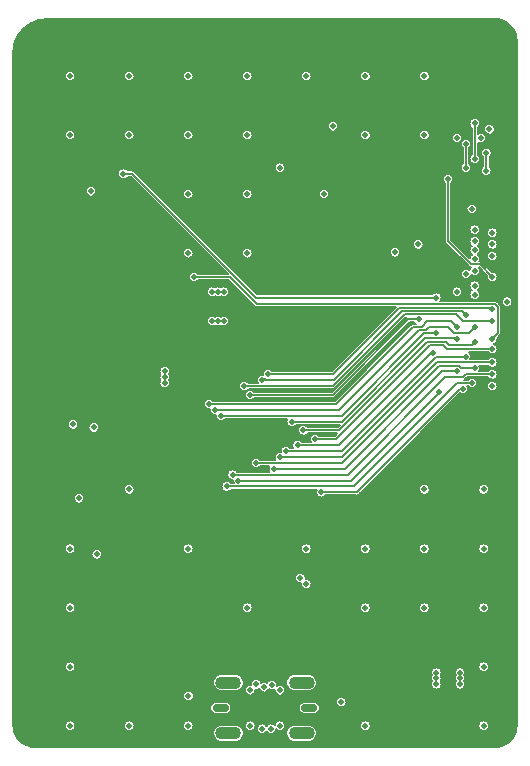
<source format=gbr>
%TF.GenerationSoftware,KiCad,Pcbnew,6.0.11-2627ca5db0~126~ubuntu22.04.1*%
%TF.CreationDate,2023-12-07T19:52:12-08:00*%
%TF.ProjectId,small-display,736d616c-6c2d-4646-9973-706c61792e6b,rev?*%
%TF.SameCoordinates,Original*%
%TF.FileFunction,Copper,L2,Inr*%
%TF.FilePolarity,Positive*%
%FSLAX46Y46*%
G04 Gerber Fmt 4.6, Leading zero omitted, Abs format (unit mm)*
G04 Created by KiCad (PCBNEW 6.0.11-2627ca5db0~126~ubuntu22.04.1) date 2023-12-07 19:52:12*
%MOMM*%
%LPD*%
G01*
G04 APERTURE LIST*
%TA.AperFunction,ComponentPad*%
%ADD10O,2.200000X1.100000*%
%TD*%
%TA.AperFunction,ComponentPad*%
%ADD11O,1.400000X0.700000*%
%TD*%
%TA.AperFunction,ViaPad*%
%ADD12C,0.500000*%
%TD*%
%TA.AperFunction,Conductor*%
%ADD13C,0.130000*%
%TD*%
G04 APERTURE END LIST*
D10*
%TO.N,GND*%
%TO.C,J1*%
X18400000Y-56350000D03*
X24600000Y-56350000D03*
D11*
X25250000Y-58500000D03*
D10*
X24600000Y-60650000D03*
X18400000Y-60650000D03*
D11*
X17750000Y-58500000D03*
%TD*%
D12*
%TO.N,PI_nLED_Activity*%
X24500000Y-47500000D03*
X40750000Y-31250000D03*
%TO.N,nPWR_LED*%
X39000000Y-16250000D03*
X25000000Y-48000000D03*
%TO.N,USBD_P*%
X21416586Y-56745411D03*
%TO.N,USBD_N*%
X22064309Y-56564309D03*
X21250000Y-60250000D03*
%TO.N,/SD_PWR*%
X27250000Y-9250000D03*
X40500000Y-9500000D03*
%TO.N,SCL0*%
X32500000Y-19925007D03*
%TO.N,SDA0*%
X34474979Y-19255500D03*
%TO.N,GND*%
X6750000Y-14750000D03*
X40000000Y-55000000D03*
X10000000Y-40000000D03*
X5000000Y-55000000D03*
X40000000Y-60000000D03*
X25000000Y-45000000D03*
X15000000Y-15000000D03*
X40000000Y-50000000D03*
X5000000Y-60000000D03*
X30000000Y-5000000D03*
X15000000Y-10000000D03*
X20000000Y-50000000D03*
X37750000Y-10250000D03*
X30000000Y-45000000D03*
X5000000Y-50000000D03*
X35000000Y-50000000D03*
X5000000Y-5000000D03*
X5750000Y-40750000D03*
X30000000Y-10000000D03*
X20000000Y-15000000D03*
X15000000Y-5000000D03*
X20000000Y-5000000D03*
X40000000Y-45000000D03*
X10000000Y-10000000D03*
X38500000Y-21750000D03*
X35000000Y-10000000D03*
X20000000Y-20000000D03*
X15000000Y-20000000D03*
X15000000Y-45000000D03*
X40000000Y-40000000D03*
X10000000Y-5000000D03*
X10000000Y-60000000D03*
X20000000Y-10000000D03*
X15000000Y-60000000D03*
X30000000Y-50000000D03*
X39750000Y-10250000D03*
X5000000Y-10000000D03*
X35000000Y-40000000D03*
X35000000Y-5000000D03*
X25000000Y-5000000D03*
X30000000Y-60000000D03*
X35000000Y-45000000D03*
X5000000Y-45000000D03*
%TO.N,Net-(J1-PadA5)*%
X15020000Y-57500000D03*
X20768323Y-56500000D03*
%TO.N,Net-(J1-PadB5)*%
X22000000Y-60250000D03*
X27960000Y-58000000D03*
%TO.N,SD_DAT2*%
X39250000Y-21500000D03*
%TO.N,SD_DAT3*%
X39250000Y-23500000D03*
X40250000Y-11500000D03*
X40230868Y-13000000D03*
%TO.N,SD_CMD*%
X37750000Y-23250000D03*
%TO.N,SD_CLK*%
X42000000Y-24089380D03*
X38500000Y-12750000D03*
X38500000Y-10750000D03*
%TO.N,SD_DAT0*%
X39250000Y-12000000D03*
X39250000Y-9000000D03*
X39250000Y-22750000D03*
%TO.N,SD_DAT1*%
X40750000Y-22000000D03*
X37000000Y-13750000D03*
%TO.N,SD_PWR_ON*%
X39250000Y-20500000D03*
X22750000Y-12750000D03*
%TO.N,USB2_N*%
X7000000Y-34750000D03*
%TO.N,USB2_P*%
X5250000Y-34500000D03*
%TO.N,+5V*%
X17500000Y-25750000D03*
X40750000Y-19250000D03*
X20250000Y-60000000D03*
X22750000Y-60000000D03*
X39250000Y-19750000D03*
X40750000Y-18250000D03*
X7250000Y-45500000D03*
X20250000Y-57000000D03*
X39250000Y-18000000D03*
X18000000Y-25750000D03*
X17000000Y-25750000D03*
X22750000Y-57000000D03*
X40750000Y-20250000D03*
X39250000Y-19000000D03*
%TO.N,/LED_A*%
X36000000Y-56000000D03*
X36000000Y-55500000D03*
X13000000Y-30500000D03*
X13000000Y-31000000D03*
X13000000Y-30000000D03*
X36000000Y-56500000D03*
%TO.N,GPIO_26_DAT_CMD*%
X38250000Y-31500000D03*
X26250000Y-40250000D03*
%TO.N,GPIO_07_!WRITE*%
X40750000Y-28119500D03*
X25750000Y-35750000D03*
%TO.N,GPIO_08_DB0*%
X24750000Y-35000000D03*
X39250000Y-27500000D03*
%TO.N,GPIO_09_DB1*%
X24250000Y-36250000D03*
X35685691Y-28435691D03*
%TO.N,GPIO_10_DB2*%
X37750000Y-27250000D03*
X23750000Y-34250000D03*
%TO.N,GPIO_11_DB3*%
X23250000Y-36750000D03*
X38500000Y-28750000D03*
%TO.N,GPIO_12_DB4*%
X22750000Y-37250000D03*
X40750000Y-29250000D03*
%TO.N,GPIO_13_DB5*%
X22250000Y-38250000D03*
X37750000Y-30000000D03*
%TO.N,GPIO_14_DB6*%
X21750000Y-30250000D03*
X40740000Y-24760000D03*
%TO.N,GPIO_15_DB7*%
X38500000Y-25250000D03*
X21250000Y-30750000D03*
%TO.N,GPIO_16_DB8*%
X39250000Y-29750000D03*
X20750000Y-37750000D03*
%TO.N,GPIO_17_DB9*%
X20250000Y-32000000D03*
X34500000Y-25605000D03*
%TO.N,GPIO_18_DB10*%
X40750000Y-25750000D03*
X19750000Y-31250000D03*
%TO.N,GPIO_19_DB11*%
X36190498Y-31750000D03*
X19250000Y-39250000D03*
%TO.N,GPIO_20_DB12*%
X40750000Y-30250000D03*
X18750000Y-38750000D03*
%TO.N,GPIO_21_DB13*%
X18250000Y-39750000D03*
X39000000Y-31000000D03*
%TO.N,GPIO_22_DB14*%
X17750000Y-33750000D03*
X36002315Y-26750000D03*
%TO.N,GPIO_23_DB15*%
X17250000Y-33250000D03*
X39250000Y-26250000D03*
%TO.N,GPIO_27_!RESET*%
X37750000Y-26250000D03*
X16750000Y-32750000D03*
%TO.N,GPIO_25_PWM*%
X15500000Y-22000000D03*
X40750000Y-27250000D03*
%TO.N,GPIO_02_USB_!RESET*%
X9500000Y-13250000D03*
X36000000Y-23750000D03*
%TO.N,Net-(L1-Pad1)*%
X17000000Y-23250000D03*
X38000000Y-56000000D03*
X38000000Y-55500000D03*
X38000000Y-56500000D03*
X17500000Y-23250000D03*
X18000000Y-23250000D03*
%TO.N,+3.3V*%
X10750000Y-60750000D03*
X3750000Y-21000000D03*
X4500000Y-45500000D03*
X10270000Y-57023750D03*
X22500000Y-9250000D03*
X36000000Y-20500000D03*
X30421000Y-21829000D03*
X7250000Y-60750000D03*
X28250000Y-27750000D03*
X27750000Y-27750000D03*
X25250000Y-27750000D03*
X7500000Y-14750000D03*
X9250000Y-18000000D03*
X24000000Y-15000000D03*
X6750000Y-12000000D03*
X5500000Y-14750000D03*
X36000000Y-18000000D03*
X2250000Y-18000000D03*
X9250000Y-19000000D03*
X36000000Y-18500000D03*
%TO.N,/nRPIBOOT*%
X26500000Y-15000000D03*
%TD*%
D13*
%TO.N,SD_DAT3*%
X40230868Y-13000000D02*
X40250000Y-12980868D01*
X40250000Y-12980868D02*
X40250000Y-11500000D01*
%TO.N,SD_CLK*%
X38500000Y-10750000D02*
X38500000Y-12750000D01*
%TO.N,SD_DAT0*%
X39250000Y-9000000D02*
X39250000Y-12000000D01*
%TO.N,SD_DAT1*%
X37000000Y-19000000D02*
X37000000Y-13750000D01*
X38945000Y-20945000D02*
X37000000Y-19000000D01*
X39695000Y-20945000D02*
X38945000Y-20945000D01*
X40750000Y-22000000D02*
X39695000Y-20945000D01*
%TO.N,GPIO_26_DAT_CMD*%
X38250000Y-31500000D02*
X38000000Y-31500000D01*
X29250000Y-40250000D02*
X26250000Y-40250000D01*
X38000000Y-31500000D02*
X29250000Y-40250000D01*
%TO.N,GPIO_07_!WRITE*%
X35445000Y-27805000D02*
X36601985Y-27805000D01*
X25750000Y-35750000D02*
X27500000Y-35750000D01*
X36601985Y-27805000D02*
X36916485Y-28119500D01*
X36916485Y-28119500D02*
X40750000Y-28119500D01*
X27500000Y-35750000D02*
X35445000Y-27805000D01*
%TO.N,GPIO_08_DB0*%
X35250000Y-27500000D02*
X27750000Y-35000000D01*
X37055000Y-27750000D02*
X36805000Y-27500000D01*
X36805000Y-27500000D02*
X35250000Y-27500000D01*
X39000000Y-27750000D02*
X37055000Y-27750000D01*
X39250000Y-27500000D02*
X39000000Y-27750000D01*
X27750000Y-35000000D02*
X24750000Y-35000000D01*
%TO.N,GPIO_09_DB1*%
X35564309Y-28435691D02*
X27750000Y-36250000D01*
X27750000Y-36250000D02*
X24250000Y-36250000D01*
X35685691Y-28435691D02*
X35564309Y-28435691D01*
%TO.N,GPIO_10_DB2*%
X23750000Y-34250000D02*
X28000000Y-34250000D01*
X28000000Y-34250000D02*
X35055000Y-27195000D01*
X35055000Y-27195000D02*
X37695000Y-27195000D01*
X37695000Y-27195000D02*
X37750000Y-27250000D01*
%TO.N,GPIO_11_DB3*%
X36000000Y-28750000D02*
X28000000Y-36750000D01*
X28000000Y-36750000D02*
X23250000Y-36750000D01*
X38500000Y-28750000D02*
X36000000Y-28750000D01*
%TO.N,GPIO_12_DB4*%
X38250000Y-29250000D02*
X40750000Y-29250000D01*
X28000000Y-37250000D02*
X36080000Y-29170000D01*
X38170000Y-29170000D02*
X38250000Y-29250000D01*
X22750000Y-37250000D02*
X28000000Y-37250000D01*
X36080000Y-29170000D02*
X38170000Y-29170000D01*
%TO.N,GPIO_13_DB5*%
X28250000Y-38250000D02*
X36500000Y-30000000D01*
X22250000Y-38250000D02*
X28250000Y-38250000D01*
X36500000Y-30000000D02*
X37750000Y-30000000D01*
%TO.N,GPIO_14_DB6*%
X40740000Y-24760000D02*
X40620500Y-24640500D01*
X40620500Y-24640500D02*
X32859500Y-24640500D01*
X27250000Y-30250000D02*
X21750000Y-30250000D01*
X32859500Y-24640500D02*
X27250000Y-30250000D01*
%TO.N,GPIO_15_DB7*%
X33099500Y-24900500D02*
X27305000Y-30695000D01*
X21330000Y-30670000D02*
X21250000Y-30750000D01*
X27305000Y-30695000D02*
X21565674Y-30695000D01*
X21565674Y-30695000D02*
X21540674Y-30670000D01*
X21540674Y-30670000D02*
X21330000Y-30670000D01*
X38500000Y-25250000D02*
X38150500Y-24900500D01*
X38150500Y-24900500D02*
X33099500Y-24900500D01*
%TO.N,GPIO_16_DB8*%
X38129326Y-29750000D02*
X39250000Y-29750000D01*
X37934326Y-29555000D02*
X38129326Y-29750000D01*
X28000000Y-37750000D02*
X36195000Y-29555000D01*
X36195000Y-29555000D02*
X37934326Y-29555000D01*
X20750000Y-37750000D02*
X28000000Y-37750000D01*
%TO.N,GPIO_17_DB9*%
X34500000Y-25605000D02*
X33645000Y-25605000D01*
X33645000Y-25605000D02*
X27250000Y-32000000D01*
X27250000Y-32000000D02*
X20250000Y-32000000D01*
%TO.N,GPIO_18_DB10*%
X27250000Y-31250000D02*
X33339500Y-25160500D01*
X37250000Y-25160500D02*
X37660500Y-25160500D01*
X35765628Y-25160500D02*
X37504470Y-25160500D01*
X38250000Y-25750000D02*
X40750000Y-25750000D01*
X19750000Y-31250000D02*
X27250000Y-31250000D01*
X33339500Y-25160500D02*
X35790674Y-25160500D01*
X37660500Y-25160500D02*
X38250000Y-25750000D01*
%TO.N,GPIO_19_DB11*%
X28750000Y-39250000D02*
X19250000Y-39250000D01*
X36190498Y-31809502D02*
X28750000Y-39250000D01*
X36190498Y-31750000D02*
X36190498Y-31809502D01*
%TO.N,GPIO_20_DB12*%
X38250000Y-30500000D02*
X38500000Y-30250000D01*
X28500000Y-38750000D02*
X36750000Y-30500000D01*
X36750000Y-30500000D02*
X38250000Y-30500000D01*
X38500000Y-30250000D02*
X40750000Y-30250000D01*
X18750000Y-38750000D02*
X28500000Y-38750000D01*
%TO.N,GPIO_21_DB13*%
X29000000Y-39750000D02*
X18250000Y-39750000D01*
X39000000Y-31000000D02*
X37750000Y-31000000D01*
X37750000Y-31000000D02*
X29000000Y-39750000D01*
%TO.N,GPIO_22_DB14*%
X35000000Y-26750000D02*
X28000000Y-33750000D01*
X28000000Y-33750000D02*
X17750000Y-33750000D01*
X36002315Y-26750000D02*
X35000000Y-26750000D01*
%TO.N,GPIO_23_DB15*%
X17250000Y-33250000D02*
X27750000Y-33250000D01*
X38750000Y-26750000D02*
X39250000Y-26250000D01*
X35405748Y-26250000D02*
X37000000Y-26250000D01*
X27750000Y-33250000D02*
X34510000Y-26490000D01*
X35165748Y-26490000D02*
X35405748Y-26250000D01*
X37000000Y-26250000D02*
X37500000Y-26750000D01*
X34510000Y-26490000D02*
X35165748Y-26490000D01*
X37500000Y-26750000D02*
X38750000Y-26750000D01*
%TO.N,GPIO_27_!RESET*%
X27500000Y-32750000D02*
X16750000Y-32750000D01*
X34020000Y-26230000D02*
X27500000Y-32750000D01*
X37250000Y-25750000D02*
X35250000Y-25750000D01*
X35250000Y-25750000D02*
X34770000Y-26230000D01*
X34770000Y-26230000D02*
X34020000Y-26230000D01*
X37750000Y-26250000D02*
X37250000Y-25750000D01*
%TO.N,GPIO_25_PWM*%
X40750000Y-27250000D02*
X41250000Y-26750000D01*
X41250000Y-24588015D02*
X40976985Y-24315000D01*
X18500000Y-22000000D02*
X15500000Y-22000000D01*
X40976985Y-24315000D02*
X20815000Y-24315000D01*
X20815000Y-24315000D02*
X18500000Y-22000000D01*
X41250000Y-26750000D02*
X41250000Y-24588015D01*
%TO.N,GPIO_02_USB_!RESET*%
X36000000Y-23750000D02*
X20750000Y-23750000D01*
X20750000Y-23750000D02*
X10250000Y-13250000D01*
X10250000Y-13250000D02*
X9500000Y-13250000D01*
%TD*%
%TO.N,+3.3V*%
X40983435Y-196923D02*
X41016564Y-196923D01*
X41020162Y-195959D01*
X41235649Y-210083D01*
X41467258Y-256153D01*
X41690883Y-332063D01*
X41902686Y-436513D01*
X42099032Y-567708D01*
X42276584Y-723416D01*
X42432292Y-900968D01*
X42563487Y-1097314D01*
X42667937Y-1309117D01*
X42743847Y-1532742D01*
X42789917Y-1764351D01*
X42804041Y-1979838D01*
X42803077Y-1983436D01*
X42803077Y-2016565D01*
X42805500Y-2025608D01*
X42805500Y-59974392D01*
X42803077Y-59983435D01*
X42803077Y-60016564D01*
X42804041Y-60020162D01*
X42789917Y-60235649D01*
X42743847Y-60467258D01*
X42667937Y-60690883D01*
X42563487Y-60902686D01*
X42432292Y-61099032D01*
X42276584Y-61276584D01*
X42099032Y-61432292D01*
X41902686Y-61563487D01*
X41690883Y-61667937D01*
X41467258Y-61743847D01*
X41235649Y-61789917D01*
X41020162Y-61804041D01*
X41016564Y-61803077D01*
X40983435Y-61803077D01*
X40974392Y-61805500D01*
X2025608Y-61805500D01*
X2016565Y-61803077D01*
X1983436Y-61803077D01*
X1979838Y-61804041D01*
X1764351Y-61789917D01*
X1532742Y-61743847D01*
X1309117Y-61667937D01*
X1097314Y-61563487D01*
X900968Y-61432292D01*
X723416Y-61276584D01*
X567708Y-61099032D01*
X436513Y-60902686D01*
X350591Y-60728454D01*
X17105046Y-60728454D01*
X17106813Y-60743729D01*
X17145263Y-60903885D01*
X17150623Y-60918299D01*
X17226166Y-61064661D01*
X17234810Y-61077379D01*
X17343084Y-61201496D01*
X17354512Y-61211785D01*
X17489267Y-61306493D01*
X17502819Y-61313760D01*
X17656276Y-61373590D01*
X17671171Y-61377415D01*
X17796793Y-61393953D01*
X17805146Y-61394500D01*
X18991302Y-61394500D01*
X18998991Y-61394036D01*
X19121203Y-61379247D01*
X19136136Y-61375579D01*
X19290211Y-61317359D01*
X19303839Y-61310235D01*
X19439578Y-61216944D01*
X19451113Y-61206775D01*
X19560681Y-61083798D01*
X19569457Y-61071171D01*
X19646529Y-60925609D01*
X19652040Y-60911252D01*
X19692165Y-60751507D01*
X19694092Y-60736251D01*
X19694133Y-60728454D01*
X23305046Y-60728454D01*
X23306813Y-60743729D01*
X23345263Y-60903885D01*
X23350623Y-60918299D01*
X23426166Y-61064661D01*
X23434810Y-61077379D01*
X23543084Y-61201496D01*
X23554512Y-61211785D01*
X23689267Y-61306493D01*
X23702819Y-61313760D01*
X23856276Y-61373590D01*
X23871171Y-61377415D01*
X23996793Y-61393953D01*
X24005146Y-61394500D01*
X25191302Y-61394500D01*
X25198991Y-61394036D01*
X25321203Y-61379247D01*
X25336136Y-61375579D01*
X25490211Y-61317359D01*
X25503839Y-61310235D01*
X25639578Y-61216944D01*
X25651113Y-61206775D01*
X25760681Y-61083798D01*
X25769457Y-61071171D01*
X25846529Y-60925609D01*
X25852040Y-60911252D01*
X25892165Y-60751507D01*
X25894092Y-60736251D01*
X25894954Y-60571546D01*
X25893187Y-60556271D01*
X25854737Y-60396115D01*
X25849377Y-60381701D01*
X25773834Y-60235339D01*
X25765190Y-60222621D01*
X25656916Y-60098504D01*
X25645488Y-60088215D01*
X25534217Y-60010012D01*
X29551545Y-60010012D01*
X29570400Y-60129059D01*
X29576588Y-60148103D01*
X29631308Y-60255496D01*
X29643077Y-60271695D01*
X29728305Y-60356923D01*
X29744504Y-60368692D01*
X29851897Y-60423412D01*
X29870941Y-60429600D01*
X29989988Y-60448455D01*
X30010012Y-60448455D01*
X30129059Y-60429600D01*
X30148103Y-60423412D01*
X30255496Y-60368692D01*
X30271695Y-60356923D01*
X30356923Y-60271695D01*
X30368692Y-60255496D01*
X30423412Y-60148103D01*
X30429600Y-60129059D01*
X30448455Y-60010012D01*
X39551545Y-60010012D01*
X39570400Y-60129059D01*
X39576588Y-60148103D01*
X39631308Y-60255496D01*
X39643077Y-60271695D01*
X39728305Y-60356923D01*
X39744504Y-60368692D01*
X39851897Y-60423412D01*
X39870941Y-60429600D01*
X39989988Y-60448455D01*
X40010012Y-60448455D01*
X40129059Y-60429600D01*
X40148103Y-60423412D01*
X40255496Y-60368692D01*
X40271695Y-60356923D01*
X40356923Y-60271695D01*
X40368692Y-60255496D01*
X40423412Y-60148103D01*
X40429600Y-60129059D01*
X40448455Y-60010012D01*
X40448455Y-59989988D01*
X40429600Y-59870941D01*
X40423412Y-59851897D01*
X40368692Y-59744504D01*
X40356923Y-59728305D01*
X40271695Y-59643077D01*
X40255496Y-59631308D01*
X40148103Y-59576588D01*
X40129059Y-59570400D01*
X40010012Y-59551545D01*
X39989988Y-59551545D01*
X39870941Y-59570400D01*
X39851897Y-59576588D01*
X39744504Y-59631308D01*
X39728305Y-59643077D01*
X39643077Y-59728305D01*
X39631308Y-59744504D01*
X39576588Y-59851897D01*
X39570400Y-59870941D01*
X39551545Y-59989988D01*
X39551545Y-60010012D01*
X30448455Y-60010012D01*
X30448455Y-59989988D01*
X30429600Y-59870941D01*
X30423412Y-59851897D01*
X30368692Y-59744504D01*
X30356923Y-59728305D01*
X30271695Y-59643077D01*
X30255496Y-59631308D01*
X30148103Y-59576588D01*
X30129059Y-59570400D01*
X30010012Y-59551545D01*
X29989988Y-59551545D01*
X29870941Y-59570400D01*
X29851897Y-59576588D01*
X29744504Y-59631308D01*
X29728305Y-59643077D01*
X29643077Y-59728305D01*
X29631308Y-59744504D01*
X29576588Y-59851897D01*
X29570400Y-59870941D01*
X29551545Y-59989988D01*
X29551545Y-60010012D01*
X25534217Y-60010012D01*
X25510733Y-59993507D01*
X25497181Y-59986240D01*
X25343724Y-59926410D01*
X25328829Y-59922585D01*
X25203207Y-59906047D01*
X25194854Y-59905500D01*
X24008698Y-59905500D01*
X24001009Y-59905964D01*
X23878797Y-59920753D01*
X23863864Y-59924421D01*
X23709789Y-59982641D01*
X23696161Y-59989765D01*
X23560422Y-60083056D01*
X23548887Y-60093225D01*
X23439319Y-60216202D01*
X23430543Y-60228829D01*
X23353471Y-60374391D01*
X23347960Y-60388748D01*
X23307835Y-60548493D01*
X23305908Y-60563749D01*
X23305046Y-60728454D01*
X19694133Y-60728454D01*
X19694954Y-60571546D01*
X19693187Y-60556271D01*
X19654737Y-60396115D01*
X19649377Y-60381701D01*
X19573834Y-60235339D01*
X19565190Y-60222621D01*
X19456916Y-60098504D01*
X19445488Y-60088215D01*
X19334217Y-60010012D01*
X19801545Y-60010012D01*
X19820400Y-60129059D01*
X19826588Y-60148103D01*
X19881308Y-60255496D01*
X19893077Y-60271695D01*
X19978305Y-60356923D01*
X19994504Y-60368692D01*
X20101897Y-60423412D01*
X20120941Y-60429600D01*
X20239988Y-60448455D01*
X20260012Y-60448455D01*
X20379059Y-60429600D01*
X20398103Y-60423412D01*
X20505496Y-60368692D01*
X20521695Y-60356923D01*
X20606923Y-60271695D01*
X20615411Y-60260012D01*
X20801545Y-60260012D01*
X20820400Y-60379059D01*
X20826588Y-60398103D01*
X20881308Y-60505496D01*
X20893077Y-60521695D01*
X20978305Y-60606923D01*
X20994504Y-60618692D01*
X21101897Y-60673412D01*
X21120941Y-60679600D01*
X21239988Y-60698455D01*
X21260012Y-60698455D01*
X21379059Y-60679600D01*
X21398103Y-60673412D01*
X21505496Y-60618692D01*
X21521695Y-60606923D01*
X21606923Y-60521695D01*
X21618692Y-60505496D01*
X21625000Y-60493116D01*
X21631308Y-60505496D01*
X21643077Y-60521695D01*
X21728305Y-60606923D01*
X21744504Y-60618692D01*
X21851897Y-60673412D01*
X21870941Y-60679600D01*
X21989988Y-60698455D01*
X22010012Y-60698455D01*
X22129059Y-60679600D01*
X22148103Y-60673412D01*
X22255496Y-60618692D01*
X22271695Y-60606923D01*
X22356923Y-60521695D01*
X22368692Y-60505496D01*
X22423412Y-60398103D01*
X22429600Y-60379059D01*
X22439286Y-60317904D01*
X22478305Y-60356923D01*
X22494504Y-60368692D01*
X22601897Y-60423412D01*
X22620941Y-60429600D01*
X22739988Y-60448455D01*
X22760012Y-60448455D01*
X22879059Y-60429600D01*
X22898103Y-60423412D01*
X23005496Y-60368692D01*
X23021695Y-60356923D01*
X23106923Y-60271695D01*
X23118692Y-60255496D01*
X23173412Y-60148103D01*
X23179600Y-60129059D01*
X23198455Y-60010012D01*
X23198455Y-59989988D01*
X23179600Y-59870941D01*
X23173412Y-59851897D01*
X23118692Y-59744504D01*
X23106923Y-59728305D01*
X23021695Y-59643077D01*
X23005496Y-59631308D01*
X22898103Y-59576588D01*
X22879059Y-59570400D01*
X22760012Y-59551545D01*
X22739988Y-59551545D01*
X22620941Y-59570400D01*
X22601897Y-59576588D01*
X22494504Y-59631308D01*
X22478305Y-59643077D01*
X22393077Y-59728305D01*
X22381308Y-59744504D01*
X22326588Y-59851897D01*
X22320400Y-59870941D01*
X22310714Y-59932096D01*
X22271695Y-59893077D01*
X22255496Y-59881308D01*
X22148103Y-59826588D01*
X22129059Y-59820400D01*
X22010012Y-59801545D01*
X21989988Y-59801545D01*
X21870941Y-59820400D01*
X21851897Y-59826588D01*
X21744504Y-59881308D01*
X21728305Y-59893077D01*
X21643077Y-59978305D01*
X21631308Y-59994504D01*
X21625000Y-60006884D01*
X21618692Y-59994504D01*
X21606923Y-59978305D01*
X21521695Y-59893077D01*
X21505496Y-59881308D01*
X21398103Y-59826588D01*
X21379059Y-59820400D01*
X21260012Y-59801545D01*
X21239988Y-59801545D01*
X21120941Y-59820400D01*
X21101897Y-59826588D01*
X20994504Y-59881308D01*
X20978305Y-59893077D01*
X20893077Y-59978305D01*
X20881308Y-59994504D01*
X20826588Y-60101897D01*
X20820400Y-60120941D01*
X20801545Y-60239988D01*
X20801545Y-60260012D01*
X20615411Y-60260012D01*
X20618692Y-60255496D01*
X20673412Y-60148103D01*
X20679600Y-60129059D01*
X20698455Y-60010012D01*
X20698455Y-59989988D01*
X20679600Y-59870941D01*
X20673412Y-59851897D01*
X20618692Y-59744504D01*
X20606923Y-59728305D01*
X20521695Y-59643077D01*
X20505496Y-59631308D01*
X20398103Y-59576588D01*
X20379059Y-59570400D01*
X20260012Y-59551545D01*
X20239988Y-59551545D01*
X20120941Y-59570400D01*
X20101897Y-59576588D01*
X19994504Y-59631308D01*
X19978305Y-59643077D01*
X19893077Y-59728305D01*
X19881308Y-59744504D01*
X19826588Y-59851897D01*
X19820400Y-59870941D01*
X19801545Y-59989988D01*
X19801545Y-60010012D01*
X19334217Y-60010012D01*
X19310733Y-59993507D01*
X19297181Y-59986240D01*
X19143724Y-59926410D01*
X19128829Y-59922585D01*
X19003207Y-59906047D01*
X18994854Y-59905500D01*
X17808698Y-59905500D01*
X17801009Y-59905964D01*
X17678797Y-59920753D01*
X17663864Y-59924421D01*
X17509789Y-59982641D01*
X17496161Y-59989765D01*
X17360422Y-60083056D01*
X17348887Y-60093225D01*
X17239319Y-60216202D01*
X17230543Y-60228829D01*
X17153471Y-60374391D01*
X17147960Y-60388748D01*
X17107835Y-60548493D01*
X17105908Y-60563749D01*
X17105046Y-60728454D01*
X350591Y-60728454D01*
X332063Y-60690883D01*
X256153Y-60467258D01*
X210083Y-60235649D01*
X195959Y-60020162D01*
X196923Y-60016564D01*
X196923Y-60010012D01*
X4551545Y-60010012D01*
X4570400Y-60129059D01*
X4576588Y-60148103D01*
X4631308Y-60255496D01*
X4643077Y-60271695D01*
X4728305Y-60356923D01*
X4744504Y-60368692D01*
X4851897Y-60423412D01*
X4870941Y-60429600D01*
X4989988Y-60448455D01*
X5010012Y-60448455D01*
X5129059Y-60429600D01*
X5148103Y-60423412D01*
X5255496Y-60368692D01*
X5271695Y-60356923D01*
X5356923Y-60271695D01*
X5368692Y-60255496D01*
X5423412Y-60148103D01*
X5429600Y-60129059D01*
X5448455Y-60010012D01*
X9551545Y-60010012D01*
X9570400Y-60129059D01*
X9576588Y-60148103D01*
X9631308Y-60255496D01*
X9643077Y-60271695D01*
X9728305Y-60356923D01*
X9744504Y-60368692D01*
X9851897Y-60423412D01*
X9870941Y-60429600D01*
X9989988Y-60448455D01*
X10010012Y-60448455D01*
X10129059Y-60429600D01*
X10148103Y-60423412D01*
X10255496Y-60368692D01*
X10271695Y-60356923D01*
X10356923Y-60271695D01*
X10368692Y-60255496D01*
X10423412Y-60148103D01*
X10429600Y-60129059D01*
X10448455Y-60010012D01*
X14551545Y-60010012D01*
X14570400Y-60129059D01*
X14576588Y-60148103D01*
X14631308Y-60255496D01*
X14643077Y-60271695D01*
X14728305Y-60356923D01*
X14744504Y-60368692D01*
X14851897Y-60423412D01*
X14870941Y-60429600D01*
X14989988Y-60448455D01*
X15010012Y-60448455D01*
X15129059Y-60429600D01*
X15148103Y-60423412D01*
X15255496Y-60368692D01*
X15271695Y-60356923D01*
X15356923Y-60271695D01*
X15368692Y-60255496D01*
X15423412Y-60148103D01*
X15429600Y-60129059D01*
X15448455Y-60010012D01*
X15448455Y-59989988D01*
X15429600Y-59870941D01*
X15423412Y-59851897D01*
X15368692Y-59744504D01*
X15356923Y-59728305D01*
X15271695Y-59643077D01*
X15255496Y-59631308D01*
X15148103Y-59576588D01*
X15129059Y-59570400D01*
X15010012Y-59551545D01*
X14989988Y-59551545D01*
X14870941Y-59570400D01*
X14851897Y-59576588D01*
X14744504Y-59631308D01*
X14728305Y-59643077D01*
X14643077Y-59728305D01*
X14631308Y-59744504D01*
X14576588Y-59851897D01*
X14570400Y-59870941D01*
X14551545Y-59989988D01*
X14551545Y-60010012D01*
X10448455Y-60010012D01*
X10448455Y-59989988D01*
X10429600Y-59870941D01*
X10423412Y-59851897D01*
X10368692Y-59744504D01*
X10356923Y-59728305D01*
X10271695Y-59643077D01*
X10255496Y-59631308D01*
X10148103Y-59576588D01*
X10129059Y-59570400D01*
X10010012Y-59551545D01*
X9989988Y-59551545D01*
X9870941Y-59570400D01*
X9851897Y-59576588D01*
X9744504Y-59631308D01*
X9728305Y-59643077D01*
X9643077Y-59728305D01*
X9631308Y-59744504D01*
X9576588Y-59851897D01*
X9570400Y-59870941D01*
X9551545Y-59989988D01*
X9551545Y-60010012D01*
X5448455Y-60010012D01*
X5448455Y-59989988D01*
X5429600Y-59870941D01*
X5423412Y-59851897D01*
X5368692Y-59744504D01*
X5356923Y-59728305D01*
X5271695Y-59643077D01*
X5255496Y-59631308D01*
X5148103Y-59576588D01*
X5129059Y-59570400D01*
X5010012Y-59551545D01*
X4989988Y-59551545D01*
X4870941Y-59570400D01*
X4851897Y-59576588D01*
X4744504Y-59631308D01*
X4728305Y-59643077D01*
X4643077Y-59728305D01*
X4631308Y-59744504D01*
X4576588Y-59851897D01*
X4570400Y-59870941D01*
X4551545Y-59989988D01*
X4551545Y-60010012D01*
X196923Y-60010012D01*
X196923Y-59983435D01*
X194500Y-59974392D01*
X194500Y-58565491D01*
X16855051Y-58565491D01*
X16857514Y-58583469D01*
X16895337Y-58715807D01*
X16902746Y-58732371D01*
X16976191Y-58848775D01*
X16987952Y-58862594D01*
X17091116Y-58953705D01*
X17106282Y-58963668D01*
X17230871Y-59022163D01*
X17248225Y-59027468D01*
X17352720Y-59043738D01*
X17362566Y-59044500D01*
X18134502Y-59044500D01*
X18143575Y-59043854D01*
X18245320Y-59029283D01*
X18262737Y-59024190D01*
X18388031Y-58967222D01*
X18403317Y-58957445D01*
X18507587Y-58867601D01*
X18519517Y-58853927D01*
X18594378Y-58738429D01*
X18601989Y-58721957D01*
X18641426Y-58590091D01*
X18644108Y-58572144D01*
X18644149Y-58565491D01*
X24355051Y-58565491D01*
X24357514Y-58583469D01*
X24395337Y-58715807D01*
X24402746Y-58732371D01*
X24476191Y-58848775D01*
X24487952Y-58862594D01*
X24591116Y-58953705D01*
X24606282Y-58963668D01*
X24730871Y-59022163D01*
X24748225Y-59027468D01*
X24852720Y-59043738D01*
X24862566Y-59044500D01*
X25634502Y-59044500D01*
X25643575Y-59043854D01*
X25745320Y-59029283D01*
X25762737Y-59024190D01*
X25888031Y-58967222D01*
X25903317Y-58957445D01*
X26007587Y-58867601D01*
X26019517Y-58853927D01*
X26094378Y-58738429D01*
X26101989Y-58721957D01*
X26141426Y-58590091D01*
X26144108Y-58572144D01*
X26144949Y-58434509D01*
X26142486Y-58416531D01*
X26104663Y-58284193D01*
X26097254Y-58267629D01*
X26023809Y-58151225D01*
X26012048Y-58137406D01*
X25908884Y-58046295D01*
X25893718Y-58036332D01*
X25837659Y-58010012D01*
X27511545Y-58010012D01*
X27530400Y-58129059D01*
X27536588Y-58148103D01*
X27591308Y-58255496D01*
X27603077Y-58271695D01*
X27688305Y-58356923D01*
X27704504Y-58368692D01*
X27811897Y-58423412D01*
X27830941Y-58429600D01*
X27949988Y-58448455D01*
X27970012Y-58448455D01*
X28089059Y-58429600D01*
X28108103Y-58423412D01*
X28215496Y-58368692D01*
X28231695Y-58356923D01*
X28316923Y-58271695D01*
X28328692Y-58255496D01*
X28383412Y-58148103D01*
X28389600Y-58129059D01*
X28408455Y-58010012D01*
X28408455Y-57989988D01*
X28389600Y-57870941D01*
X28383412Y-57851897D01*
X28328692Y-57744504D01*
X28316923Y-57728305D01*
X28231695Y-57643077D01*
X28215496Y-57631308D01*
X28108103Y-57576588D01*
X28089059Y-57570400D01*
X27970012Y-57551545D01*
X27949988Y-57551545D01*
X27830941Y-57570400D01*
X27811897Y-57576588D01*
X27704504Y-57631308D01*
X27688305Y-57643077D01*
X27603077Y-57728305D01*
X27591308Y-57744504D01*
X27536588Y-57851897D01*
X27530400Y-57870941D01*
X27511545Y-57989988D01*
X27511545Y-58010012D01*
X25837659Y-58010012D01*
X25769129Y-57977837D01*
X25751775Y-57972532D01*
X25647280Y-57956262D01*
X25637434Y-57955500D01*
X24865498Y-57955500D01*
X24856425Y-57956146D01*
X24754680Y-57970717D01*
X24737263Y-57975810D01*
X24611969Y-58032778D01*
X24596683Y-58042555D01*
X24492413Y-58132399D01*
X24480483Y-58146073D01*
X24405622Y-58261571D01*
X24398011Y-58278043D01*
X24358574Y-58409909D01*
X24355892Y-58427856D01*
X24355051Y-58565491D01*
X18644149Y-58565491D01*
X18644949Y-58434509D01*
X18642486Y-58416531D01*
X18604663Y-58284193D01*
X18597254Y-58267629D01*
X18523809Y-58151225D01*
X18512048Y-58137406D01*
X18408884Y-58046295D01*
X18393718Y-58036332D01*
X18269129Y-57977837D01*
X18251775Y-57972532D01*
X18147280Y-57956262D01*
X18137434Y-57955500D01*
X17365498Y-57955500D01*
X17356425Y-57956146D01*
X17254680Y-57970717D01*
X17237263Y-57975810D01*
X17111969Y-58032778D01*
X17096683Y-58042555D01*
X16992413Y-58132399D01*
X16980483Y-58146073D01*
X16905622Y-58261571D01*
X16898011Y-58278043D01*
X16858574Y-58409909D01*
X16855892Y-58427856D01*
X16855051Y-58565491D01*
X194500Y-58565491D01*
X194500Y-57510012D01*
X14571545Y-57510012D01*
X14590400Y-57629059D01*
X14596588Y-57648103D01*
X14651308Y-57755496D01*
X14663077Y-57771695D01*
X14748305Y-57856923D01*
X14764504Y-57868692D01*
X14871897Y-57923412D01*
X14890941Y-57929600D01*
X15009988Y-57948455D01*
X15030012Y-57948455D01*
X15149059Y-57929600D01*
X15168103Y-57923412D01*
X15275496Y-57868692D01*
X15291695Y-57856923D01*
X15376923Y-57771695D01*
X15388692Y-57755496D01*
X15443412Y-57648103D01*
X15449600Y-57629059D01*
X15468455Y-57510012D01*
X15468455Y-57489988D01*
X15449600Y-57370941D01*
X15443412Y-57351897D01*
X15388692Y-57244504D01*
X15376923Y-57228305D01*
X15291695Y-57143077D01*
X15275496Y-57131308D01*
X15168103Y-57076588D01*
X15149059Y-57070400D01*
X15030012Y-57051545D01*
X15009988Y-57051545D01*
X14890941Y-57070400D01*
X14871897Y-57076588D01*
X14764504Y-57131308D01*
X14748305Y-57143077D01*
X14663077Y-57228305D01*
X14651308Y-57244504D01*
X14596588Y-57351897D01*
X14590400Y-57370941D01*
X14571545Y-57489988D01*
X14571545Y-57510012D01*
X194500Y-57510012D01*
X194500Y-56428454D01*
X17105046Y-56428454D01*
X17106813Y-56443729D01*
X17145263Y-56603885D01*
X17150623Y-56618299D01*
X17226166Y-56764661D01*
X17234810Y-56777379D01*
X17343084Y-56901496D01*
X17354512Y-56911785D01*
X17489267Y-57006493D01*
X17502819Y-57013760D01*
X17656276Y-57073590D01*
X17671171Y-57077415D01*
X17796793Y-57093953D01*
X17805146Y-57094500D01*
X18991302Y-57094500D01*
X18998991Y-57094036D01*
X19121203Y-57079247D01*
X19136136Y-57075579D01*
X19290211Y-57017359D01*
X19303839Y-57010235D01*
X19304163Y-57010012D01*
X19801545Y-57010012D01*
X19820400Y-57129059D01*
X19826588Y-57148103D01*
X19881308Y-57255496D01*
X19893077Y-57271695D01*
X19978305Y-57356923D01*
X19994504Y-57368692D01*
X20101897Y-57423412D01*
X20120941Y-57429600D01*
X20239988Y-57448455D01*
X20260012Y-57448455D01*
X20379059Y-57429600D01*
X20398103Y-57423412D01*
X20505496Y-57368692D01*
X20521695Y-57356923D01*
X20606923Y-57271695D01*
X20618692Y-57255496D01*
X20673412Y-57148103D01*
X20679600Y-57129059D01*
X20698455Y-57010012D01*
X20698455Y-56989988D01*
X20690167Y-56937662D01*
X20758311Y-56948455D01*
X20778335Y-56948455D01*
X20897382Y-56929600D01*
X20916426Y-56923412D01*
X20990607Y-56885614D01*
X20993174Y-56893514D01*
X21047894Y-57000907D01*
X21059663Y-57017106D01*
X21144891Y-57102334D01*
X21161090Y-57114103D01*
X21268483Y-57168823D01*
X21287527Y-57175011D01*
X21406574Y-57193866D01*
X21426598Y-57193866D01*
X21545645Y-57175011D01*
X21564689Y-57168823D01*
X21672082Y-57114103D01*
X21688281Y-57102334D01*
X21773509Y-57017106D01*
X21785278Y-57000907D01*
X21817598Y-56937477D01*
X21916206Y-56987721D01*
X21935250Y-56993909D01*
X22054297Y-57012764D01*
X22074321Y-57012764D01*
X22193368Y-56993909D01*
X22212412Y-56987721D01*
X22309760Y-56938119D01*
X22301545Y-56989988D01*
X22301545Y-57010012D01*
X22320400Y-57129059D01*
X22326588Y-57148103D01*
X22381308Y-57255496D01*
X22393077Y-57271695D01*
X22478305Y-57356923D01*
X22494504Y-57368692D01*
X22601897Y-57423412D01*
X22620941Y-57429600D01*
X22739988Y-57448455D01*
X22760012Y-57448455D01*
X22879059Y-57429600D01*
X22898103Y-57423412D01*
X23005496Y-57368692D01*
X23021695Y-57356923D01*
X23106923Y-57271695D01*
X23118692Y-57255496D01*
X23173412Y-57148103D01*
X23179600Y-57129059D01*
X23198455Y-57010012D01*
X23198455Y-56989988D01*
X23179600Y-56870941D01*
X23173412Y-56851897D01*
X23118692Y-56744504D01*
X23106923Y-56728305D01*
X23021695Y-56643077D01*
X23005496Y-56631308D01*
X22898103Y-56576588D01*
X22879059Y-56570400D01*
X22760012Y-56551545D01*
X22739988Y-56551545D01*
X22620941Y-56570400D01*
X22601897Y-56576588D01*
X22504549Y-56626190D01*
X22512764Y-56574321D01*
X22512764Y-56554297D01*
X22493909Y-56435250D01*
X22491701Y-56428454D01*
X23305046Y-56428454D01*
X23306813Y-56443729D01*
X23345263Y-56603885D01*
X23350623Y-56618299D01*
X23426166Y-56764661D01*
X23434810Y-56777379D01*
X23543084Y-56901496D01*
X23554512Y-56911785D01*
X23689267Y-57006493D01*
X23702819Y-57013760D01*
X23856276Y-57073590D01*
X23871171Y-57077415D01*
X23996793Y-57093953D01*
X24005146Y-57094500D01*
X25191302Y-57094500D01*
X25198991Y-57094036D01*
X25321203Y-57079247D01*
X25336136Y-57075579D01*
X25490211Y-57017359D01*
X25503839Y-57010235D01*
X25639578Y-56916944D01*
X25651113Y-56906775D01*
X25760681Y-56783798D01*
X25769457Y-56771171D01*
X25846529Y-56625609D01*
X25852040Y-56611252D01*
X25877470Y-56510012D01*
X35551545Y-56510012D01*
X35570400Y-56629059D01*
X35576588Y-56648103D01*
X35631308Y-56755496D01*
X35643077Y-56771695D01*
X35728305Y-56856923D01*
X35744504Y-56868692D01*
X35851897Y-56923412D01*
X35870941Y-56929600D01*
X35989988Y-56948455D01*
X36010012Y-56948455D01*
X36129059Y-56929600D01*
X36148103Y-56923412D01*
X36255496Y-56868692D01*
X36271695Y-56856923D01*
X36356923Y-56771695D01*
X36368692Y-56755496D01*
X36423412Y-56648103D01*
X36429600Y-56629059D01*
X36448455Y-56510012D01*
X37551545Y-56510012D01*
X37570400Y-56629059D01*
X37576588Y-56648103D01*
X37631308Y-56755496D01*
X37643077Y-56771695D01*
X37728305Y-56856923D01*
X37744504Y-56868692D01*
X37851897Y-56923412D01*
X37870941Y-56929600D01*
X37989988Y-56948455D01*
X38010012Y-56948455D01*
X38129059Y-56929600D01*
X38148103Y-56923412D01*
X38255496Y-56868692D01*
X38271695Y-56856923D01*
X38356923Y-56771695D01*
X38368692Y-56755496D01*
X38423412Y-56648103D01*
X38429600Y-56629059D01*
X38448455Y-56510012D01*
X38448455Y-56489988D01*
X38429600Y-56370941D01*
X38423412Y-56351897D01*
X38371492Y-56250000D01*
X38423412Y-56148103D01*
X38429600Y-56129059D01*
X38448455Y-56010012D01*
X38448455Y-55989988D01*
X38429600Y-55870941D01*
X38423412Y-55851897D01*
X38371492Y-55750000D01*
X38423412Y-55648103D01*
X38429600Y-55629059D01*
X38448455Y-55510012D01*
X38448455Y-55489988D01*
X38429600Y-55370941D01*
X38423412Y-55351897D01*
X38368692Y-55244504D01*
X38356923Y-55228305D01*
X38271695Y-55143077D01*
X38255496Y-55131308D01*
X38148103Y-55076588D01*
X38129059Y-55070400D01*
X38010012Y-55051545D01*
X37989988Y-55051545D01*
X37870941Y-55070400D01*
X37851897Y-55076588D01*
X37744504Y-55131308D01*
X37728305Y-55143077D01*
X37643077Y-55228305D01*
X37631308Y-55244504D01*
X37576588Y-55351897D01*
X37570400Y-55370941D01*
X37551545Y-55489988D01*
X37551545Y-55510012D01*
X37570400Y-55629059D01*
X37576588Y-55648103D01*
X37628508Y-55750000D01*
X37576588Y-55851897D01*
X37570400Y-55870941D01*
X37551545Y-55989988D01*
X37551545Y-56010012D01*
X37570400Y-56129059D01*
X37576588Y-56148103D01*
X37628508Y-56250000D01*
X37576588Y-56351897D01*
X37570400Y-56370941D01*
X37551545Y-56489988D01*
X37551545Y-56510012D01*
X36448455Y-56510012D01*
X36448455Y-56489988D01*
X36429600Y-56370941D01*
X36423412Y-56351897D01*
X36371492Y-56250000D01*
X36423412Y-56148103D01*
X36429600Y-56129059D01*
X36448455Y-56010012D01*
X36448455Y-55989988D01*
X36429600Y-55870941D01*
X36423412Y-55851897D01*
X36371492Y-55750000D01*
X36423412Y-55648103D01*
X36429600Y-55629059D01*
X36448455Y-55510012D01*
X36448455Y-55489988D01*
X36429600Y-55370941D01*
X36423412Y-55351897D01*
X36368692Y-55244504D01*
X36356923Y-55228305D01*
X36271695Y-55143077D01*
X36255496Y-55131308D01*
X36148103Y-55076588D01*
X36129059Y-55070400D01*
X36010012Y-55051545D01*
X35989988Y-55051545D01*
X35870941Y-55070400D01*
X35851897Y-55076588D01*
X35744504Y-55131308D01*
X35728305Y-55143077D01*
X35643077Y-55228305D01*
X35631308Y-55244504D01*
X35576588Y-55351897D01*
X35570400Y-55370941D01*
X35551545Y-55489988D01*
X35551545Y-55510012D01*
X35570400Y-55629059D01*
X35576588Y-55648103D01*
X35628508Y-55750000D01*
X35576588Y-55851897D01*
X35570400Y-55870941D01*
X35551545Y-55989988D01*
X35551545Y-56010012D01*
X35570400Y-56129059D01*
X35576588Y-56148103D01*
X35628508Y-56250000D01*
X35576588Y-56351897D01*
X35570400Y-56370941D01*
X35551545Y-56489988D01*
X35551545Y-56510012D01*
X25877470Y-56510012D01*
X25892165Y-56451507D01*
X25894092Y-56436251D01*
X25894954Y-56271546D01*
X25893187Y-56256271D01*
X25854737Y-56096115D01*
X25849377Y-56081701D01*
X25773834Y-55935339D01*
X25765190Y-55922621D01*
X25656916Y-55798504D01*
X25645488Y-55788215D01*
X25510733Y-55693507D01*
X25497181Y-55686240D01*
X25343724Y-55626410D01*
X25328829Y-55622585D01*
X25203207Y-55606047D01*
X25194854Y-55605500D01*
X24008698Y-55605500D01*
X24001009Y-55605964D01*
X23878797Y-55620753D01*
X23863864Y-55624421D01*
X23709789Y-55682641D01*
X23696161Y-55689765D01*
X23560422Y-55783056D01*
X23548887Y-55793225D01*
X23439319Y-55916202D01*
X23430543Y-55928829D01*
X23353471Y-56074391D01*
X23347960Y-56088748D01*
X23307835Y-56248493D01*
X23305908Y-56263749D01*
X23305046Y-56428454D01*
X22491701Y-56428454D01*
X22487721Y-56416206D01*
X22433001Y-56308813D01*
X22421232Y-56292614D01*
X22336004Y-56207386D01*
X22319805Y-56195617D01*
X22212412Y-56140897D01*
X22193368Y-56134709D01*
X22074321Y-56115854D01*
X22054297Y-56115854D01*
X21935250Y-56134709D01*
X21916206Y-56140897D01*
X21808813Y-56195617D01*
X21792614Y-56207386D01*
X21707386Y-56292614D01*
X21695617Y-56308813D01*
X21663297Y-56372243D01*
X21564689Y-56321999D01*
X21545645Y-56315811D01*
X21426598Y-56296956D01*
X21406574Y-56296956D01*
X21287527Y-56315811D01*
X21268483Y-56321999D01*
X21194302Y-56359797D01*
X21191735Y-56351897D01*
X21137015Y-56244504D01*
X21125246Y-56228305D01*
X21040018Y-56143077D01*
X21023819Y-56131308D01*
X20916426Y-56076588D01*
X20897382Y-56070400D01*
X20778335Y-56051545D01*
X20758311Y-56051545D01*
X20639264Y-56070400D01*
X20620220Y-56076588D01*
X20512827Y-56131308D01*
X20496628Y-56143077D01*
X20411400Y-56228305D01*
X20399631Y-56244504D01*
X20344911Y-56351897D01*
X20338723Y-56370941D01*
X20319868Y-56489988D01*
X20319868Y-56510012D01*
X20328156Y-56562338D01*
X20260012Y-56551545D01*
X20239988Y-56551545D01*
X20120941Y-56570400D01*
X20101897Y-56576588D01*
X19994504Y-56631308D01*
X19978305Y-56643077D01*
X19893077Y-56728305D01*
X19881308Y-56744504D01*
X19826588Y-56851897D01*
X19820400Y-56870941D01*
X19801545Y-56989988D01*
X19801545Y-57010012D01*
X19304163Y-57010012D01*
X19439578Y-56916944D01*
X19451113Y-56906775D01*
X19560681Y-56783798D01*
X19569457Y-56771171D01*
X19646529Y-56625609D01*
X19652040Y-56611252D01*
X19692165Y-56451507D01*
X19694092Y-56436251D01*
X19694954Y-56271546D01*
X19693187Y-56256271D01*
X19654737Y-56096115D01*
X19649377Y-56081701D01*
X19573834Y-55935339D01*
X19565190Y-55922621D01*
X19456916Y-55798504D01*
X19445488Y-55788215D01*
X19310733Y-55693507D01*
X19297181Y-55686240D01*
X19143724Y-55626410D01*
X19128829Y-55622585D01*
X19003207Y-55606047D01*
X18994854Y-55605500D01*
X17808698Y-55605500D01*
X17801009Y-55605964D01*
X17678797Y-55620753D01*
X17663864Y-55624421D01*
X17509789Y-55682641D01*
X17496161Y-55689765D01*
X17360422Y-55783056D01*
X17348887Y-55793225D01*
X17239319Y-55916202D01*
X17230543Y-55928829D01*
X17153471Y-56074391D01*
X17147960Y-56088748D01*
X17107835Y-56248493D01*
X17105908Y-56263749D01*
X17105046Y-56428454D01*
X194500Y-56428454D01*
X194500Y-55010012D01*
X4551545Y-55010012D01*
X4570400Y-55129059D01*
X4576588Y-55148103D01*
X4631308Y-55255496D01*
X4643077Y-55271695D01*
X4728305Y-55356923D01*
X4744504Y-55368692D01*
X4851897Y-55423412D01*
X4870941Y-55429600D01*
X4989988Y-55448455D01*
X5010012Y-55448455D01*
X5129059Y-55429600D01*
X5148103Y-55423412D01*
X5255496Y-55368692D01*
X5271695Y-55356923D01*
X5356923Y-55271695D01*
X5368692Y-55255496D01*
X5423412Y-55148103D01*
X5429600Y-55129059D01*
X5448455Y-55010012D01*
X39551545Y-55010012D01*
X39570400Y-55129059D01*
X39576588Y-55148103D01*
X39631308Y-55255496D01*
X39643077Y-55271695D01*
X39728305Y-55356923D01*
X39744504Y-55368692D01*
X39851897Y-55423412D01*
X39870941Y-55429600D01*
X39989988Y-55448455D01*
X40010012Y-55448455D01*
X40129059Y-55429600D01*
X40148103Y-55423412D01*
X40255496Y-55368692D01*
X40271695Y-55356923D01*
X40356923Y-55271695D01*
X40368692Y-55255496D01*
X40423412Y-55148103D01*
X40429600Y-55129059D01*
X40448455Y-55010012D01*
X40448455Y-54989988D01*
X40429600Y-54870941D01*
X40423412Y-54851897D01*
X40368692Y-54744504D01*
X40356923Y-54728305D01*
X40271695Y-54643077D01*
X40255496Y-54631308D01*
X40148103Y-54576588D01*
X40129059Y-54570400D01*
X40010012Y-54551545D01*
X39989988Y-54551545D01*
X39870941Y-54570400D01*
X39851897Y-54576588D01*
X39744504Y-54631308D01*
X39728305Y-54643077D01*
X39643077Y-54728305D01*
X39631308Y-54744504D01*
X39576588Y-54851897D01*
X39570400Y-54870941D01*
X39551545Y-54989988D01*
X39551545Y-55010012D01*
X5448455Y-55010012D01*
X5448455Y-54989988D01*
X5429600Y-54870941D01*
X5423412Y-54851897D01*
X5368692Y-54744504D01*
X5356923Y-54728305D01*
X5271695Y-54643077D01*
X5255496Y-54631308D01*
X5148103Y-54576588D01*
X5129059Y-54570400D01*
X5010012Y-54551545D01*
X4989988Y-54551545D01*
X4870941Y-54570400D01*
X4851897Y-54576588D01*
X4744504Y-54631308D01*
X4728305Y-54643077D01*
X4643077Y-54728305D01*
X4631308Y-54744504D01*
X4576588Y-54851897D01*
X4570400Y-54870941D01*
X4551545Y-54989988D01*
X4551545Y-55010012D01*
X194500Y-55010012D01*
X194500Y-50010012D01*
X4551545Y-50010012D01*
X4570400Y-50129059D01*
X4576588Y-50148103D01*
X4631308Y-50255496D01*
X4643077Y-50271695D01*
X4728305Y-50356923D01*
X4744504Y-50368692D01*
X4851897Y-50423412D01*
X4870941Y-50429600D01*
X4989988Y-50448455D01*
X5010012Y-50448455D01*
X5129059Y-50429600D01*
X5148103Y-50423412D01*
X5255496Y-50368692D01*
X5271695Y-50356923D01*
X5356923Y-50271695D01*
X5368692Y-50255496D01*
X5423412Y-50148103D01*
X5429600Y-50129059D01*
X5448455Y-50010012D01*
X19551545Y-50010012D01*
X19570400Y-50129059D01*
X19576588Y-50148103D01*
X19631308Y-50255496D01*
X19643077Y-50271695D01*
X19728305Y-50356923D01*
X19744504Y-50368692D01*
X19851897Y-50423412D01*
X19870941Y-50429600D01*
X19989988Y-50448455D01*
X20010012Y-50448455D01*
X20129059Y-50429600D01*
X20148103Y-50423412D01*
X20255496Y-50368692D01*
X20271695Y-50356923D01*
X20356923Y-50271695D01*
X20368692Y-50255496D01*
X20423412Y-50148103D01*
X20429600Y-50129059D01*
X20448455Y-50010012D01*
X29551545Y-50010012D01*
X29570400Y-50129059D01*
X29576588Y-50148103D01*
X29631308Y-50255496D01*
X29643077Y-50271695D01*
X29728305Y-50356923D01*
X29744504Y-50368692D01*
X29851897Y-50423412D01*
X29870941Y-50429600D01*
X29989988Y-50448455D01*
X30010012Y-50448455D01*
X30129059Y-50429600D01*
X30148103Y-50423412D01*
X30255496Y-50368692D01*
X30271695Y-50356923D01*
X30356923Y-50271695D01*
X30368692Y-50255496D01*
X30423412Y-50148103D01*
X30429600Y-50129059D01*
X30448455Y-50010012D01*
X34551545Y-50010012D01*
X34570400Y-50129059D01*
X34576588Y-50148103D01*
X34631308Y-50255496D01*
X34643077Y-50271695D01*
X34728305Y-50356923D01*
X34744504Y-50368692D01*
X34851897Y-50423412D01*
X34870941Y-50429600D01*
X34989988Y-50448455D01*
X35010012Y-50448455D01*
X35129059Y-50429600D01*
X35148103Y-50423412D01*
X35255496Y-50368692D01*
X35271695Y-50356923D01*
X35356923Y-50271695D01*
X35368692Y-50255496D01*
X35423412Y-50148103D01*
X35429600Y-50129059D01*
X35448455Y-50010012D01*
X39551545Y-50010012D01*
X39570400Y-50129059D01*
X39576588Y-50148103D01*
X39631308Y-50255496D01*
X39643077Y-50271695D01*
X39728305Y-50356923D01*
X39744504Y-50368692D01*
X39851897Y-50423412D01*
X39870941Y-50429600D01*
X39989988Y-50448455D01*
X40010012Y-50448455D01*
X40129059Y-50429600D01*
X40148103Y-50423412D01*
X40255496Y-50368692D01*
X40271695Y-50356923D01*
X40356923Y-50271695D01*
X40368692Y-50255496D01*
X40423412Y-50148103D01*
X40429600Y-50129059D01*
X40448455Y-50010012D01*
X40448455Y-49989988D01*
X40429600Y-49870941D01*
X40423412Y-49851897D01*
X40368692Y-49744504D01*
X40356923Y-49728305D01*
X40271695Y-49643077D01*
X40255496Y-49631308D01*
X40148103Y-49576588D01*
X40129059Y-49570400D01*
X40010012Y-49551545D01*
X39989988Y-49551545D01*
X39870941Y-49570400D01*
X39851897Y-49576588D01*
X39744504Y-49631308D01*
X39728305Y-49643077D01*
X39643077Y-49728305D01*
X39631308Y-49744504D01*
X39576588Y-49851897D01*
X39570400Y-49870941D01*
X39551545Y-49989988D01*
X39551545Y-50010012D01*
X35448455Y-50010012D01*
X35448455Y-49989988D01*
X35429600Y-49870941D01*
X35423412Y-49851897D01*
X35368692Y-49744504D01*
X35356923Y-49728305D01*
X35271695Y-49643077D01*
X35255496Y-49631308D01*
X35148103Y-49576588D01*
X35129059Y-49570400D01*
X35010012Y-49551545D01*
X34989988Y-49551545D01*
X34870941Y-49570400D01*
X34851897Y-49576588D01*
X34744504Y-49631308D01*
X34728305Y-49643077D01*
X34643077Y-49728305D01*
X34631308Y-49744504D01*
X34576588Y-49851897D01*
X34570400Y-49870941D01*
X34551545Y-49989988D01*
X34551545Y-50010012D01*
X30448455Y-50010012D01*
X30448455Y-49989988D01*
X30429600Y-49870941D01*
X30423412Y-49851897D01*
X30368692Y-49744504D01*
X30356923Y-49728305D01*
X30271695Y-49643077D01*
X30255496Y-49631308D01*
X30148103Y-49576588D01*
X30129059Y-49570400D01*
X30010012Y-49551545D01*
X29989988Y-49551545D01*
X29870941Y-49570400D01*
X29851897Y-49576588D01*
X29744504Y-49631308D01*
X29728305Y-49643077D01*
X29643077Y-49728305D01*
X29631308Y-49744504D01*
X29576588Y-49851897D01*
X29570400Y-49870941D01*
X29551545Y-49989988D01*
X29551545Y-50010012D01*
X20448455Y-50010012D01*
X20448455Y-49989988D01*
X20429600Y-49870941D01*
X20423412Y-49851897D01*
X20368692Y-49744504D01*
X20356923Y-49728305D01*
X20271695Y-49643077D01*
X20255496Y-49631308D01*
X20148103Y-49576588D01*
X20129059Y-49570400D01*
X20010012Y-49551545D01*
X19989988Y-49551545D01*
X19870941Y-49570400D01*
X19851897Y-49576588D01*
X19744504Y-49631308D01*
X19728305Y-49643077D01*
X19643077Y-49728305D01*
X19631308Y-49744504D01*
X19576588Y-49851897D01*
X19570400Y-49870941D01*
X19551545Y-49989988D01*
X19551545Y-50010012D01*
X5448455Y-50010012D01*
X5448455Y-49989988D01*
X5429600Y-49870941D01*
X5423412Y-49851897D01*
X5368692Y-49744504D01*
X5356923Y-49728305D01*
X5271695Y-49643077D01*
X5255496Y-49631308D01*
X5148103Y-49576588D01*
X5129059Y-49570400D01*
X5010012Y-49551545D01*
X4989988Y-49551545D01*
X4870941Y-49570400D01*
X4851897Y-49576588D01*
X4744504Y-49631308D01*
X4728305Y-49643077D01*
X4643077Y-49728305D01*
X4631308Y-49744504D01*
X4576588Y-49851897D01*
X4570400Y-49870941D01*
X4551545Y-49989988D01*
X4551545Y-50010012D01*
X194500Y-50010012D01*
X194500Y-47510012D01*
X24051545Y-47510012D01*
X24070400Y-47629059D01*
X24076588Y-47648103D01*
X24131308Y-47755496D01*
X24143077Y-47771695D01*
X24228305Y-47856923D01*
X24244504Y-47868692D01*
X24351897Y-47923412D01*
X24370941Y-47929600D01*
X24489988Y-47948455D01*
X24510012Y-47948455D01*
X24559361Y-47940639D01*
X24551545Y-47989988D01*
X24551545Y-48010012D01*
X24570400Y-48129059D01*
X24576588Y-48148103D01*
X24631308Y-48255496D01*
X24643077Y-48271695D01*
X24728305Y-48356923D01*
X24744504Y-48368692D01*
X24851897Y-48423412D01*
X24870941Y-48429600D01*
X24989988Y-48448455D01*
X25010012Y-48448455D01*
X25129059Y-48429600D01*
X25148103Y-48423412D01*
X25255496Y-48368692D01*
X25271695Y-48356923D01*
X25356923Y-48271695D01*
X25368692Y-48255496D01*
X25423412Y-48148103D01*
X25429600Y-48129059D01*
X25448455Y-48010012D01*
X25448455Y-47989988D01*
X25429600Y-47870941D01*
X25423412Y-47851897D01*
X25368692Y-47744504D01*
X25356923Y-47728305D01*
X25271695Y-47643077D01*
X25255496Y-47631308D01*
X25148103Y-47576588D01*
X25129059Y-47570400D01*
X25010012Y-47551545D01*
X24989988Y-47551545D01*
X24940639Y-47559361D01*
X24948455Y-47510012D01*
X24948455Y-47489988D01*
X24929600Y-47370941D01*
X24923412Y-47351897D01*
X24868692Y-47244504D01*
X24856923Y-47228305D01*
X24771695Y-47143077D01*
X24755496Y-47131308D01*
X24648103Y-47076588D01*
X24629059Y-47070400D01*
X24510012Y-47051545D01*
X24489988Y-47051545D01*
X24370941Y-47070400D01*
X24351897Y-47076588D01*
X24244504Y-47131308D01*
X24228305Y-47143077D01*
X24143077Y-47228305D01*
X24131308Y-47244504D01*
X24076588Y-47351897D01*
X24070400Y-47370941D01*
X24051545Y-47489988D01*
X24051545Y-47510012D01*
X194500Y-47510012D01*
X194500Y-45510012D01*
X6801545Y-45510012D01*
X6820400Y-45629059D01*
X6826588Y-45648103D01*
X6881308Y-45755496D01*
X6893077Y-45771695D01*
X6978305Y-45856923D01*
X6994504Y-45868692D01*
X7101897Y-45923412D01*
X7120941Y-45929600D01*
X7239988Y-45948455D01*
X7260012Y-45948455D01*
X7379059Y-45929600D01*
X7398103Y-45923412D01*
X7505496Y-45868692D01*
X7521695Y-45856923D01*
X7606923Y-45771695D01*
X7618692Y-45755496D01*
X7673412Y-45648103D01*
X7679600Y-45629059D01*
X7698455Y-45510012D01*
X7698455Y-45489988D01*
X7679600Y-45370941D01*
X7673412Y-45351897D01*
X7618692Y-45244504D01*
X7606923Y-45228305D01*
X7521695Y-45143077D01*
X7505496Y-45131308D01*
X7398103Y-45076588D01*
X7379059Y-45070400D01*
X7260012Y-45051545D01*
X7239988Y-45051545D01*
X7120941Y-45070400D01*
X7101897Y-45076588D01*
X6994504Y-45131308D01*
X6978305Y-45143077D01*
X6893077Y-45228305D01*
X6881308Y-45244504D01*
X6826588Y-45351897D01*
X6820400Y-45370941D01*
X6801545Y-45489988D01*
X6801545Y-45510012D01*
X194500Y-45510012D01*
X194500Y-45010012D01*
X4551545Y-45010012D01*
X4570400Y-45129059D01*
X4576588Y-45148103D01*
X4631308Y-45255496D01*
X4643077Y-45271695D01*
X4728305Y-45356923D01*
X4744504Y-45368692D01*
X4851897Y-45423412D01*
X4870941Y-45429600D01*
X4989988Y-45448455D01*
X5010012Y-45448455D01*
X5129059Y-45429600D01*
X5148103Y-45423412D01*
X5255496Y-45368692D01*
X5271695Y-45356923D01*
X5356923Y-45271695D01*
X5368692Y-45255496D01*
X5423412Y-45148103D01*
X5429600Y-45129059D01*
X5448455Y-45010012D01*
X14551545Y-45010012D01*
X14570400Y-45129059D01*
X14576588Y-45148103D01*
X14631308Y-45255496D01*
X14643077Y-45271695D01*
X14728305Y-45356923D01*
X14744504Y-45368692D01*
X14851897Y-45423412D01*
X14870941Y-45429600D01*
X14989988Y-45448455D01*
X15010012Y-45448455D01*
X15129059Y-45429600D01*
X15148103Y-45423412D01*
X15255496Y-45368692D01*
X15271695Y-45356923D01*
X15356923Y-45271695D01*
X15368692Y-45255496D01*
X15423412Y-45148103D01*
X15429600Y-45129059D01*
X15448455Y-45010012D01*
X24551545Y-45010012D01*
X24570400Y-45129059D01*
X24576588Y-45148103D01*
X24631308Y-45255496D01*
X24643077Y-45271695D01*
X24728305Y-45356923D01*
X24744504Y-45368692D01*
X24851897Y-45423412D01*
X24870941Y-45429600D01*
X24989988Y-45448455D01*
X25010012Y-45448455D01*
X25129059Y-45429600D01*
X25148103Y-45423412D01*
X25255496Y-45368692D01*
X25271695Y-45356923D01*
X25356923Y-45271695D01*
X25368692Y-45255496D01*
X25423412Y-45148103D01*
X25429600Y-45129059D01*
X25448455Y-45010012D01*
X29551545Y-45010012D01*
X29570400Y-45129059D01*
X29576588Y-45148103D01*
X29631308Y-45255496D01*
X29643077Y-45271695D01*
X29728305Y-45356923D01*
X29744504Y-45368692D01*
X29851897Y-45423412D01*
X29870941Y-45429600D01*
X29989988Y-45448455D01*
X30010012Y-45448455D01*
X30129059Y-45429600D01*
X30148103Y-45423412D01*
X30255496Y-45368692D01*
X30271695Y-45356923D01*
X30356923Y-45271695D01*
X30368692Y-45255496D01*
X30423412Y-45148103D01*
X30429600Y-45129059D01*
X30448455Y-45010012D01*
X34551545Y-45010012D01*
X34570400Y-45129059D01*
X34576588Y-45148103D01*
X34631308Y-45255496D01*
X34643077Y-45271695D01*
X34728305Y-45356923D01*
X34744504Y-45368692D01*
X34851897Y-45423412D01*
X34870941Y-45429600D01*
X34989988Y-45448455D01*
X35010012Y-45448455D01*
X35129059Y-45429600D01*
X35148103Y-45423412D01*
X35255496Y-45368692D01*
X35271695Y-45356923D01*
X35356923Y-45271695D01*
X35368692Y-45255496D01*
X35423412Y-45148103D01*
X35429600Y-45129059D01*
X35448455Y-45010012D01*
X39551545Y-45010012D01*
X39570400Y-45129059D01*
X39576588Y-45148103D01*
X39631308Y-45255496D01*
X39643077Y-45271695D01*
X39728305Y-45356923D01*
X39744504Y-45368692D01*
X39851897Y-45423412D01*
X39870941Y-45429600D01*
X39989988Y-45448455D01*
X40010012Y-45448455D01*
X40129059Y-45429600D01*
X40148103Y-45423412D01*
X40255496Y-45368692D01*
X40271695Y-45356923D01*
X40356923Y-45271695D01*
X40368692Y-45255496D01*
X40423412Y-45148103D01*
X40429600Y-45129059D01*
X40448455Y-45010012D01*
X40448455Y-44989988D01*
X40429600Y-44870941D01*
X40423412Y-44851897D01*
X40368692Y-44744504D01*
X40356923Y-44728305D01*
X40271695Y-44643077D01*
X40255496Y-44631308D01*
X40148103Y-44576588D01*
X40129059Y-44570400D01*
X40010012Y-44551545D01*
X39989988Y-44551545D01*
X39870941Y-44570400D01*
X39851897Y-44576588D01*
X39744504Y-44631308D01*
X39728305Y-44643077D01*
X39643077Y-44728305D01*
X39631308Y-44744504D01*
X39576588Y-44851897D01*
X39570400Y-44870941D01*
X39551545Y-44989988D01*
X39551545Y-45010012D01*
X35448455Y-45010012D01*
X35448455Y-44989988D01*
X35429600Y-44870941D01*
X35423412Y-44851897D01*
X35368692Y-44744504D01*
X35356923Y-44728305D01*
X35271695Y-44643077D01*
X35255496Y-44631308D01*
X35148103Y-44576588D01*
X35129059Y-44570400D01*
X35010012Y-44551545D01*
X34989988Y-44551545D01*
X34870941Y-44570400D01*
X34851897Y-44576588D01*
X34744504Y-44631308D01*
X34728305Y-44643077D01*
X34643077Y-44728305D01*
X34631308Y-44744504D01*
X34576588Y-44851897D01*
X34570400Y-44870941D01*
X34551545Y-44989988D01*
X34551545Y-45010012D01*
X30448455Y-45010012D01*
X30448455Y-44989988D01*
X30429600Y-44870941D01*
X30423412Y-44851897D01*
X30368692Y-44744504D01*
X30356923Y-44728305D01*
X30271695Y-44643077D01*
X30255496Y-44631308D01*
X30148103Y-44576588D01*
X30129059Y-44570400D01*
X30010012Y-44551545D01*
X29989988Y-44551545D01*
X29870941Y-44570400D01*
X29851897Y-44576588D01*
X29744504Y-44631308D01*
X29728305Y-44643077D01*
X29643077Y-44728305D01*
X29631308Y-44744504D01*
X29576588Y-44851897D01*
X29570400Y-44870941D01*
X29551545Y-44989988D01*
X29551545Y-45010012D01*
X25448455Y-45010012D01*
X25448455Y-44989988D01*
X25429600Y-44870941D01*
X25423412Y-44851897D01*
X25368692Y-44744504D01*
X25356923Y-44728305D01*
X25271695Y-44643077D01*
X25255496Y-44631308D01*
X25148103Y-44576588D01*
X25129059Y-44570400D01*
X25010012Y-44551545D01*
X24989988Y-44551545D01*
X24870941Y-44570400D01*
X24851897Y-44576588D01*
X24744504Y-44631308D01*
X24728305Y-44643077D01*
X24643077Y-44728305D01*
X24631308Y-44744504D01*
X24576588Y-44851897D01*
X24570400Y-44870941D01*
X24551545Y-44989988D01*
X24551545Y-45010012D01*
X15448455Y-45010012D01*
X15448455Y-44989988D01*
X15429600Y-44870941D01*
X15423412Y-44851897D01*
X15368692Y-44744504D01*
X15356923Y-44728305D01*
X15271695Y-44643077D01*
X15255496Y-44631308D01*
X15148103Y-44576588D01*
X15129059Y-44570400D01*
X15010012Y-44551545D01*
X14989988Y-44551545D01*
X14870941Y-44570400D01*
X14851897Y-44576588D01*
X14744504Y-44631308D01*
X14728305Y-44643077D01*
X14643077Y-44728305D01*
X14631308Y-44744504D01*
X14576588Y-44851897D01*
X14570400Y-44870941D01*
X14551545Y-44989988D01*
X14551545Y-45010012D01*
X5448455Y-45010012D01*
X5448455Y-44989988D01*
X5429600Y-44870941D01*
X5423412Y-44851897D01*
X5368692Y-44744504D01*
X5356923Y-44728305D01*
X5271695Y-44643077D01*
X5255496Y-44631308D01*
X5148103Y-44576588D01*
X5129059Y-44570400D01*
X5010012Y-44551545D01*
X4989988Y-44551545D01*
X4870941Y-44570400D01*
X4851897Y-44576588D01*
X4744504Y-44631308D01*
X4728305Y-44643077D01*
X4643077Y-44728305D01*
X4631308Y-44744504D01*
X4576588Y-44851897D01*
X4570400Y-44870941D01*
X4551545Y-44989988D01*
X4551545Y-45010012D01*
X194500Y-45010012D01*
X194500Y-40760012D01*
X5301545Y-40760012D01*
X5320400Y-40879059D01*
X5326588Y-40898103D01*
X5381308Y-41005496D01*
X5393077Y-41021695D01*
X5478305Y-41106923D01*
X5494504Y-41118692D01*
X5601897Y-41173412D01*
X5620941Y-41179600D01*
X5739988Y-41198455D01*
X5760012Y-41198455D01*
X5879059Y-41179600D01*
X5898103Y-41173412D01*
X6005496Y-41118692D01*
X6021695Y-41106923D01*
X6106923Y-41021695D01*
X6118692Y-41005496D01*
X6173412Y-40898103D01*
X6179600Y-40879059D01*
X6198455Y-40760012D01*
X6198455Y-40739988D01*
X6179600Y-40620941D01*
X6173412Y-40601897D01*
X6118692Y-40494504D01*
X6106923Y-40478305D01*
X6021695Y-40393077D01*
X6005496Y-40381308D01*
X5898103Y-40326588D01*
X5879059Y-40320400D01*
X5760012Y-40301545D01*
X5739988Y-40301545D01*
X5620941Y-40320400D01*
X5601897Y-40326588D01*
X5494504Y-40381308D01*
X5478305Y-40393077D01*
X5393077Y-40478305D01*
X5381308Y-40494504D01*
X5326588Y-40601897D01*
X5320400Y-40620941D01*
X5301545Y-40739988D01*
X5301545Y-40760012D01*
X194500Y-40760012D01*
X194500Y-40010012D01*
X9551545Y-40010012D01*
X9570400Y-40129059D01*
X9576588Y-40148103D01*
X9631308Y-40255496D01*
X9643077Y-40271695D01*
X9728305Y-40356923D01*
X9744504Y-40368692D01*
X9851897Y-40423412D01*
X9870941Y-40429600D01*
X9989988Y-40448455D01*
X10010012Y-40448455D01*
X10129059Y-40429600D01*
X10148103Y-40423412D01*
X10255496Y-40368692D01*
X10271695Y-40356923D01*
X10356923Y-40271695D01*
X10368692Y-40255496D01*
X10423412Y-40148103D01*
X10429600Y-40129059D01*
X10448455Y-40010012D01*
X10448455Y-39989988D01*
X10429600Y-39870941D01*
X10423412Y-39851897D01*
X10368692Y-39744504D01*
X10356923Y-39728305D01*
X10271695Y-39643077D01*
X10255496Y-39631308D01*
X10148103Y-39576588D01*
X10129059Y-39570400D01*
X10010012Y-39551545D01*
X9989988Y-39551545D01*
X9870941Y-39570400D01*
X9851897Y-39576588D01*
X9744504Y-39631308D01*
X9728305Y-39643077D01*
X9643077Y-39728305D01*
X9631308Y-39744504D01*
X9576588Y-39851897D01*
X9570400Y-39870941D01*
X9551545Y-39989988D01*
X9551545Y-40010012D01*
X194500Y-40010012D01*
X194500Y-34510012D01*
X4801545Y-34510012D01*
X4820400Y-34629059D01*
X4826588Y-34648103D01*
X4881308Y-34755496D01*
X4893077Y-34771695D01*
X4978305Y-34856923D01*
X4994504Y-34868692D01*
X5101897Y-34923412D01*
X5120941Y-34929600D01*
X5239988Y-34948455D01*
X5260012Y-34948455D01*
X5379059Y-34929600D01*
X5398103Y-34923412D01*
X5505496Y-34868692D01*
X5521695Y-34856923D01*
X5606923Y-34771695D01*
X5615411Y-34760012D01*
X6551545Y-34760012D01*
X6570400Y-34879059D01*
X6576588Y-34898103D01*
X6631308Y-35005496D01*
X6643077Y-35021695D01*
X6728305Y-35106923D01*
X6744504Y-35118692D01*
X6851897Y-35173412D01*
X6870941Y-35179600D01*
X6989988Y-35198455D01*
X7010012Y-35198455D01*
X7129059Y-35179600D01*
X7148103Y-35173412D01*
X7255496Y-35118692D01*
X7271695Y-35106923D01*
X7356923Y-35021695D01*
X7368692Y-35005496D01*
X7423412Y-34898103D01*
X7429600Y-34879059D01*
X7448455Y-34760012D01*
X7448455Y-34739988D01*
X7429600Y-34620941D01*
X7423412Y-34601897D01*
X7368692Y-34494504D01*
X7356923Y-34478305D01*
X7271695Y-34393077D01*
X7255496Y-34381308D01*
X7148103Y-34326588D01*
X7129059Y-34320400D01*
X7010012Y-34301545D01*
X6989988Y-34301545D01*
X6870941Y-34320400D01*
X6851897Y-34326588D01*
X6744504Y-34381308D01*
X6728305Y-34393077D01*
X6643077Y-34478305D01*
X6631308Y-34494504D01*
X6576588Y-34601897D01*
X6570400Y-34620941D01*
X6551545Y-34739988D01*
X6551545Y-34760012D01*
X5615411Y-34760012D01*
X5618692Y-34755496D01*
X5673412Y-34648103D01*
X5679600Y-34629059D01*
X5698455Y-34510012D01*
X5698455Y-34489988D01*
X5679600Y-34370941D01*
X5673412Y-34351897D01*
X5618692Y-34244504D01*
X5606923Y-34228305D01*
X5521695Y-34143077D01*
X5505496Y-34131308D01*
X5398103Y-34076588D01*
X5379059Y-34070400D01*
X5260012Y-34051545D01*
X5239988Y-34051545D01*
X5120941Y-34070400D01*
X5101897Y-34076588D01*
X4994504Y-34131308D01*
X4978305Y-34143077D01*
X4893077Y-34228305D01*
X4881308Y-34244504D01*
X4826588Y-34351897D01*
X4820400Y-34370941D01*
X4801545Y-34489988D01*
X4801545Y-34510012D01*
X194500Y-34510012D01*
X194500Y-31010012D01*
X12551545Y-31010012D01*
X12570400Y-31129059D01*
X12576588Y-31148103D01*
X12631308Y-31255496D01*
X12643077Y-31271695D01*
X12728305Y-31356923D01*
X12744504Y-31368692D01*
X12851897Y-31423412D01*
X12870941Y-31429600D01*
X12989988Y-31448455D01*
X13010012Y-31448455D01*
X13129059Y-31429600D01*
X13148103Y-31423412D01*
X13255496Y-31368692D01*
X13271695Y-31356923D01*
X13356923Y-31271695D01*
X13368692Y-31255496D01*
X13423412Y-31148103D01*
X13429600Y-31129059D01*
X13448455Y-31010012D01*
X13448455Y-30989988D01*
X13429600Y-30870941D01*
X13423412Y-30851897D01*
X13371492Y-30750000D01*
X13423412Y-30648103D01*
X13429600Y-30629059D01*
X13448455Y-30510012D01*
X13448455Y-30489988D01*
X13429600Y-30370941D01*
X13423412Y-30351897D01*
X13371492Y-30250000D01*
X13423412Y-30148103D01*
X13429600Y-30129059D01*
X13448455Y-30010012D01*
X13448455Y-29989988D01*
X13429600Y-29870941D01*
X13423412Y-29851897D01*
X13368692Y-29744504D01*
X13356923Y-29728305D01*
X13271695Y-29643077D01*
X13255496Y-29631308D01*
X13148103Y-29576588D01*
X13129059Y-29570400D01*
X13010012Y-29551545D01*
X12989988Y-29551545D01*
X12870941Y-29570400D01*
X12851897Y-29576588D01*
X12744504Y-29631308D01*
X12728305Y-29643077D01*
X12643077Y-29728305D01*
X12631308Y-29744504D01*
X12576588Y-29851897D01*
X12570400Y-29870941D01*
X12551545Y-29989988D01*
X12551545Y-30010012D01*
X12570400Y-30129059D01*
X12576588Y-30148103D01*
X12628508Y-30250000D01*
X12576588Y-30351897D01*
X12570400Y-30370941D01*
X12551545Y-30489988D01*
X12551545Y-30510012D01*
X12570400Y-30629059D01*
X12576588Y-30648103D01*
X12628508Y-30750000D01*
X12576588Y-30851897D01*
X12570400Y-30870941D01*
X12551545Y-30989988D01*
X12551545Y-31010012D01*
X194500Y-31010012D01*
X194500Y-25760012D01*
X16551545Y-25760012D01*
X16570400Y-25879059D01*
X16576588Y-25898103D01*
X16631308Y-26005496D01*
X16643077Y-26021695D01*
X16728305Y-26106923D01*
X16744504Y-26118692D01*
X16851897Y-26173412D01*
X16870941Y-26179600D01*
X16989988Y-26198455D01*
X17010012Y-26198455D01*
X17129059Y-26179600D01*
X17148103Y-26173412D01*
X17250000Y-26121492D01*
X17351897Y-26173412D01*
X17370941Y-26179600D01*
X17489988Y-26198455D01*
X17510012Y-26198455D01*
X17629059Y-26179600D01*
X17648103Y-26173412D01*
X17750000Y-26121492D01*
X17851897Y-26173412D01*
X17870941Y-26179600D01*
X17989988Y-26198455D01*
X18010012Y-26198455D01*
X18129059Y-26179600D01*
X18148103Y-26173412D01*
X18255496Y-26118692D01*
X18271695Y-26106923D01*
X18356923Y-26021695D01*
X18368692Y-26005496D01*
X18423412Y-25898103D01*
X18429600Y-25879059D01*
X18448455Y-25760012D01*
X18448455Y-25739988D01*
X18429600Y-25620941D01*
X18423412Y-25601897D01*
X18368692Y-25494504D01*
X18356923Y-25478305D01*
X18271695Y-25393077D01*
X18255496Y-25381308D01*
X18148103Y-25326588D01*
X18129059Y-25320400D01*
X18010012Y-25301545D01*
X17989988Y-25301545D01*
X17870941Y-25320400D01*
X17851897Y-25326588D01*
X17750000Y-25378508D01*
X17648103Y-25326588D01*
X17629059Y-25320400D01*
X17510012Y-25301545D01*
X17489988Y-25301545D01*
X17370941Y-25320400D01*
X17351897Y-25326588D01*
X17250000Y-25378508D01*
X17148103Y-25326588D01*
X17129059Y-25320400D01*
X17010012Y-25301545D01*
X16989988Y-25301545D01*
X16870941Y-25320400D01*
X16851897Y-25326588D01*
X16744504Y-25381308D01*
X16728305Y-25393077D01*
X16643077Y-25478305D01*
X16631308Y-25494504D01*
X16576588Y-25601897D01*
X16570400Y-25620941D01*
X16551545Y-25739988D01*
X16551545Y-25760012D01*
X194500Y-25760012D01*
X194500Y-23260012D01*
X16551545Y-23260012D01*
X16570400Y-23379059D01*
X16576588Y-23398103D01*
X16631308Y-23505496D01*
X16643077Y-23521695D01*
X16728305Y-23606923D01*
X16744504Y-23618692D01*
X16851897Y-23673412D01*
X16870941Y-23679600D01*
X16989988Y-23698455D01*
X17010012Y-23698455D01*
X17129059Y-23679600D01*
X17148103Y-23673412D01*
X17250000Y-23621492D01*
X17351897Y-23673412D01*
X17370941Y-23679600D01*
X17489988Y-23698455D01*
X17510012Y-23698455D01*
X17629059Y-23679600D01*
X17648103Y-23673412D01*
X17750000Y-23621492D01*
X17851897Y-23673412D01*
X17870941Y-23679600D01*
X17989988Y-23698455D01*
X18010012Y-23698455D01*
X18129059Y-23679600D01*
X18148103Y-23673412D01*
X18255496Y-23618692D01*
X18271695Y-23606923D01*
X18356923Y-23521695D01*
X18368692Y-23505496D01*
X18423412Y-23398103D01*
X18429600Y-23379059D01*
X18448455Y-23260012D01*
X18448455Y-23239988D01*
X18429600Y-23120941D01*
X18423412Y-23101897D01*
X18368692Y-22994504D01*
X18356923Y-22978305D01*
X18271695Y-22893077D01*
X18255496Y-22881308D01*
X18148103Y-22826588D01*
X18129059Y-22820400D01*
X18010012Y-22801545D01*
X17989988Y-22801545D01*
X17870941Y-22820400D01*
X17851897Y-22826588D01*
X17750000Y-22878508D01*
X17648103Y-22826588D01*
X17629059Y-22820400D01*
X17510012Y-22801545D01*
X17489988Y-22801545D01*
X17370941Y-22820400D01*
X17351897Y-22826588D01*
X17250000Y-22878508D01*
X17148103Y-22826588D01*
X17129059Y-22820400D01*
X17010012Y-22801545D01*
X16989988Y-22801545D01*
X16870941Y-22820400D01*
X16851897Y-22826588D01*
X16744504Y-22881308D01*
X16728305Y-22893077D01*
X16643077Y-22978305D01*
X16631308Y-22994504D01*
X16576588Y-23101897D01*
X16570400Y-23120941D01*
X16551545Y-23239988D01*
X16551545Y-23260012D01*
X194500Y-23260012D01*
X194500Y-20010012D01*
X14551545Y-20010012D01*
X14570400Y-20129059D01*
X14576588Y-20148103D01*
X14631308Y-20255496D01*
X14643077Y-20271695D01*
X14728305Y-20356923D01*
X14744504Y-20368692D01*
X14851897Y-20423412D01*
X14870941Y-20429600D01*
X14989988Y-20448455D01*
X15010012Y-20448455D01*
X15129059Y-20429600D01*
X15148103Y-20423412D01*
X15255496Y-20368692D01*
X15271695Y-20356923D01*
X15356923Y-20271695D01*
X15368692Y-20255496D01*
X15423412Y-20148103D01*
X15429600Y-20129059D01*
X15448455Y-20010012D01*
X15448455Y-19989988D01*
X15429600Y-19870941D01*
X15423412Y-19851897D01*
X15368692Y-19744504D01*
X15356923Y-19728305D01*
X15271695Y-19643077D01*
X15255496Y-19631308D01*
X15148103Y-19576588D01*
X15129059Y-19570400D01*
X15010012Y-19551545D01*
X14989988Y-19551545D01*
X14870941Y-19570400D01*
X14851897Y-19576588D01*
X14744504Y-19631308D01*
X14728305Y-19643077D01*
X14643077Y-19728305D01*
X14631308Y-19744504D01*
X14576588Y-19851897D01*
X14570400Y-19870941D01*
X14551545Y-19989988D01*
X14551545Y-20010012D01*
X194500Y-20010012D01*
X194500Y-14760012D01*
X6301545Y-14760012D01*
X6320400Y-14879059D01*
X6326588Y-14898103D01*
X6381308Y-15005496D01*
X6393077Y-15021695D01*
X6478305Y-15106923D01*
X6494504Y-15118692D01*
X6601897Y-15173412D01*
X6620941Y-15179600D01*
X6739988Y-15198455D01*
X6760012Y-15198455D01*
X6879059Y-15179600D01*
X6898103Y-15173412D01*
X7005496Y-15118692D01*
X7021695Y-15106923D01*
X7106923Y-15021695D01*
X7118692Y-15005496D01*
X7173412Y-14898103D01*
X7179600Y-14879059D01*
X7198455Y-14760012D01*
X7198455Y-14739988D01*
X7179600Y-14620941D01*
X7173412Y-14601897D01*
X7118692Y-14494504D01*
X7106923Y-14478305D01*
X7021695Y-14393077D01*
X7005496Y-14381308D01*
X6898103Y-14326588D01*
X6879059Y-14320400D01*
X6760012Y-14301545D01*
X6739988Y-14301545D01*
X6620941Y-14320400D01*
X6601897Y-14326588D01*
X6494504Y-14381308D01*
X6478305Y-14393077D01*
X6393077Y-14478305D01*
X6381308Y-14494504D01*
X6326588Y-14601897D01*
X6320400Y-14620941D01*
X6301545Y-14739988D01*
X6301545Y-14760012D01*
X194500Y-14760012D01*
X194500Y-13260012D01*
X9051545Y-13260012D01*
X9070400Y-13379059D01*
X9076588Y-13398103D01*
X9131308Y-13505496D01*
X9143077Y-13521695D01*
X9228305Y-13606923D01*
X9244504Y-13618692D01*
X9351897Y-13673412D01*
X9370941Y-13679600D01*
X9489988Y-13698455D01*
X9510012Y-13698455D01*
X9629059Y-13679600D01*
X9648103Y-13673412D01*
X9755496Y-13618692D01*
X9771695Y-13606923D01*
X9856923Y-13521695D01*
X9865783Y-13509500D01*
X10142511Y-13509500D01*
X18373511Y-21740500D01*
X15865783Y-21740500D01*
X15856923Y-21728305D01*
X15771695Y-21643077D01*
X15755496Y-21631308D01*
X15648103Y-21576588D01*
X15629059Y-21570400D01*
X15510012Y-21551545D01*
X15489988Y-21551545D01*
X15370941Y-21570400D01*
X15351897Y-21576588D01*
X15244504Y-21631308D01*
X15228305Y-21643077D01*
X15143077Y-21728305D01*
X15131308Y-21744504D01*
X15076588Y-21851897D01*
X15070400Y-21870941D01*
X15051545Y-21989988D01*
X15051545Y-22010012D01*
X15070400Y-22129059D01*
X15076588Y-22148103D01*
X15131308Y-22255496D01*
X15143077Y-22271695D01*
X15228305Y-22356923D01*
X15244504Y-22368692D01*
X15351897Y-22423412D01*
X15370941Y-22429600D01*
X15489988Y-22448455D01*
X15510012Y-22448455D01*
X15629059Y-22429600D01*
X15648103Y-22423412D01*
X15755496Y-22368692D01*
X15771695Y-22356923D01*
X15856923Y-22271695D01*
X15865783Y-22259500D01*
X18392511Y-22259500D01*
X20600210Y-24467199D01*
X20600372Y-24467536D01*
X20618093Y-24489815D01*
X20641724Y-24508713D01*
X20647091Y-24514080D01*
X20658292Y-24523013D01*
X20664434Y-24526873D01*
X20687752Y-24545521D01*
X20713382Y-24557911D01*
X20714069Y-24558069D01*
X20714666Y-24558444D01*
X20741534Y-24567853D01*
X20771199Y-24571207D01*
X20778441Y-24572872D01*
X20792785Y-24574500D01*
X20800327Y-24574500D01*
X20830163Y-24577873D01*
X20858452Y-24574700D01*
X20859025Y-24574500D01*
X32558511Y-24574500D01*
X27142512Y-29990500D01*
X22115783Y-29990500D01*
X22106923Y-29978305D01*
X22021695Y-29893077D01*
X22005496Y-29881308D01*
X21898103Y-29826588D01*
X21879059Y-29820400D01*
X21760012Y-29801545D01*
X21739988Y-29801545D01*
X21620941Y-29820400D01*
X21601897Y-29826588D01*
X21494504Y-29881308D01*
X21478305Y-29893077D01*
X21393077Y-29978305D01*
X21381308Y-29994504D01*
X21326588Y-30101897D01*
X21320400Y-30120941D01*
X21301545Y-30239988D01*
X21301545Y-30260012D01*
X21309361Y-30309361D01*
X21260012Y-30301545D01*
X21239988Y-30301545D01*
X21120941Y-30320400D01*
X21101897Y-30326588D01*
X20994504Y-30381308D01*
X20978305Y-30393077D01*
X20893077Y-30478305D01*
X20881308Y-30494504D01*
X20826588Y-30601897D01*
X20820400Y-30620941D01*
X20801545Y-30739988D01*
X20801545Y-30760012D01*
X20820400Y-30879059D01*
X20826588Y-30898103D01*
X20873667Y-30990500D01*
X20115783Y-30990500D01*
X20106923Y-30978305D01*
X20021695Y-30893077D01*
X20005496Y-30881308D01*
X19898103Y-30826588D01*
X19879059Y-30820400D01*
X19760012Y-30801545D01*
X19739988Y-30801545D01*
X19620941Y-30820400D01*
X19601897Y-30826588D01*
X19494504Y-30881308D01*
X19478305Y-30893077D01*
X19393077Y-30978305D01*
X19381308Y-30994504D01*
X19326588Y-31101897D01*
X19320400Y-31120941D01*
X19301545Y-31239988D01*
X19301545Y-31260012D01*
X19320400Y-31379059D01*
X19326588Y-31398103D01*
X19381308Y-31505496D01*
X19393077Y-31521695D01*
X19478305Y-31606923D01*
X19494504Y-31618692D01*
X19601897Y-31673412D01*
X19620941Y-31679600D01*
X19739988Y-31698455D01*
X19760012Y-31698455D01*
X19879059Y-31679600D01*
X19898103Y-31673412D01*
X20005496Y-31618692D01*
X20021695Y-31606923D01*
X20106923Y-31521695D01*
X20115783Y-31509500D01*
X27205741Y-31509500D01*
X27206094Y-31509624D01*
X27234378Y-31512846D01*
X27264445Y-31509500D01*
X27272042Y-31509500D01*
X27286275Y-31507897D01*
X27293346Y-31506284D01*
X27323026Y-31502981D01*
X27349910Y-31493619D01*
X27350509Y-31493244D01*
X27351193Y-31493088D01*
X27376845Y-31480743D01*
X27400193Y-31462138D01*
X27406494Y-31458193D01*
X27417786Y-31449203D01*
X27423121Y-31443868D01*
X27446602Y-31425157D01*
X27464361Y-31402911D01*
X27464625Y-31402364D01*
X33446989Y-25420000D01*
X33460750Y-25420000D01*
X33448398Y-25429843D01*
X33430639Y-25452089D01*
X33430375Y-25452636D01*
X27142512Y-31740500D01*
X20615783Y-31740500D01*
X20606923Y-31728305D01*
X20521695Y-31643077D01*
X20505496Y-31631308D01*
X20398103Y-31576588D01*
X20379059Y-31570400D01*
X20260012Y-31551545D01*
X20239988Y-31551545D01*
X20120941Y-31570400D01*
X20101897Y-31576588D01*
X19994504Y-31631308D01*
X19978305Y-31643077D01*
X19893077Y-31728305D01*
X19881308Y-31744504D01*
X19826588Y-31851897D01*
X19820400Y-31870941D01*
X19801545Y-31989988D01*
X19801545Y-32010012D01*
X19820400Y-32129059D01*
X19826588Y-32148103D01*
X19881308Y-32255496D01*
X19893077Y-32271695D01*
X19978305Y-32356923D01*
X19994504Y-32368692D01*
X20101897Y-32423412D01*
X20120941Y-32429600D01*
X20239988Y-32448455D01*
X20260012Y-32448455D01*
X20379059Y-32429600D01*
X20398103Y-32423412D01*
X20505496Y-32368692D01*
X20521695Y-32356923D01*
X20606923Y-32271695D01*
X20615783Y-32259500D01*
X27205741Y-32259500D01*
X27206094Y-32259624D01*
X27234378Y-32262846D01*
X27264445Y-32259500D01*
X27272042Y-32259500D01*
X27286275Y-32257897D01*
X27293346Y-32256284D01*
X27323026Y-32252981D01*
X27349910Y-32243619D01*
X27350509Y-32243244D01*
X27351193Y-32243088D01*
X27376845Y-32230743D01*
X27400193Y-32212138D01*
X27406494Y-32208193D01*
X27417786Y-32199203D01*
X27423121Y-32193868D01*
X27446602Y-32175157D01*
X27464361Y-32152911D01*
X27464625Y-32152364D01*
X33752489Y-25864500D01*
X34134217Y-25864500D01*
X34143077Y-25876695D01*
X34228305Y-25961923D01*
X34240110Y-25970500D01*
X34064259Y-25970500D01*
X34063906Y-25970376D01*
X34035622Y-25967154D01*
X34005555Y-25970500D01*
X33997958Y-25970500D01*
X33983725Y-25972103D01*
X33976654Y-25973716D01*
X33946974Y-25977019D01*
X33920090Y-25986381D01*
X33919491Y-25986756D01*
X33918807Y-25986912D01*
X33893155Y-25999257D01*
X33869806Y-26017863D01*
X33863505Y-26021808D01*
X33852214Y-26030798D01*
X33846884Y-26036128D01*
X33823398Y-26054843D01*
X33805638Y-26077092D01*
X33805375Y-26077637D01*
X27392512Y-32490500D01*
X17115783Y-32490500D01*
X17106923Y-32478305D01*
X17021695Y-32393077D01*
X17005496Y-32381308D01*
X16898103Y-32326588D01*
X16879059Y-32320400D01*
X16760012Y-32301545D01*
X16739988Y-32301545D01*
X16620941Y-32320400D01*
X16601897Y-32326588D01*
X16494504Y-32381308D01*
X16478305Y-32393077D01*
X16393077Y-32478305D01*
X16381308Y-32494504D01*
X16326588Y-32601897D01*
X16320400Y-32620941D01*
X16301545Y-32739988D01*
X16301545Y-32760012D01*
X16320400Y-32879059D01*
X16326588Y-32898103D01*
X16381308Y-33005496D01*
X16393077Y-33021695D01*
X16478305Y-33106923D01*
X16494504Y-33118692D01*
X16601897Y-33173412D01*
X16620941Y-33179600D01*
X16739988Y-33198455D01*
X16760012Y-33198455D01*
X16809361Y-33190639D01*
X16801545Y-33239988D01*
X16801545Y-33260012D01*
X16820400Y-33379059D01*
X16826588Y-33398103D01*
X16881308Y-33505496D01*
X16893077Y-33521695D01*
X16978305Y-33606923D01*
X16994504Y-33618692D01*
X17101897Y-33673412D01*
X17120941Y-33679600D01*
X17239988Y-33698455D01*
X17260012Y-33698455D01*
X17309361Y-33690639D01*
X17301545Y-33739988D01*
X17301545Y-33760012D01*
X17320400Y-33879059D01*
X17326588Y-33898103D01*
X17381308Y-34005496D01*
X17393077Y-34021695D01*
X17478305Y-34106923D01*
X17494504Y-34118692D01*
X17601897Y-34173412D01*
X17620941Y-34179600D01*
X17739988Y-34198455D01*
X17760012Y-34198455D01*
X17879059Y-34179600D01*
X17898103Y-34173412D01*
X18005496Y-34118692D01*
X18021695Y-34106923D01*
X18106923Y-34021695D01*
X18115783Y-34009500D01*
X23373667Y-34009500D01*
X23326588Y-34101897D01*
X23320400Y-34120941D01*
X23301545Y-34239988D01*
X23301545Y-34260012D01*
X23320400Y-34379059D01*
X23326588Y-34398103D01*
X23381308Y-34505496D01*
X23393077Y-34521695D01*
X23478305Y-34606923D01*
X23494504Y-34618692D01*
X23601897Y-34673412D01*
X23620941Y-34679600D01*
X23739988Y-34698455D01*
X23760012Y-34698455D01*
X23879059Y-34679600D01*
X23898103Y-34673412D01*
X24005496Y-34618692D01*
X24021695Y-34606923D01*
X24106923Y-34521695D01*
X24115783Y-34509500D01*
X27873512Y-34509500D01*
X27642512Y-34740500D01*
X25115783Y-34740500D01*
X25106923Y-34728305D01*
X25021695Y-34643077D01*
X25005496Y-34631308D01*
X24898103Y-34576588D01*
X24879059Y-34570400D01*
X24760012Y-34551545D01*
X24739988Y-34551545D01*
X24620941Y-34570400D01*
X24601897Y-34576588D01*
X24494504Y-34631308D01*
X24478305Y-34643077D01*
X24393077Y-34728305D01*
X24381308Y-34744504D01*
X24326588Y-34851897D01*
X24320400Y-34870941D01*
X24301545Y-34989988D01*
X24301545Y-35010012D01*
X24320400Y-35129059D01*
X24326588Y-35148103D01*
X24381308Y-35255496D01*
X24393077Y-35271695D01*
X24478305Y-35356923D01*
X24494504Y-35368692D01*
X24601897Y-35423412D01*
X24620941Y-35429600D01*
X24739988Y-35448455D01*
X24760012Y-35448455D01*
X24879059Y-35429600D01*
X24898103Y-35423412D01*
X25005496Y-35368692D01*
X25021695Y-35356923D01*
X25106923Y-35271695D01*
X25115783Y-35259500D01*
X27623512Y-35259500D01*
X27392512Y-35490500D01*
X26115783Y-35490500D01*
X26106923Y-35478305D01*
X26021695Y-35393077D01*
X26005496Y-35381308D01*
X25898103Y-35326588D01*
X25879059Y-35320400D01*
X25760012Y-35301545D01*
X25739988Y-35301545D01*
X25620941Y-35320400D01*
X25601897Y-35326588D01*
X25494504Y-35381308D01*
X25478305Y-35393077D01*
X25393077Y-35478305D01*
X25381308Y-35494504D01*
X25326588Y-35601897D01*
X25320400Y-35620941D01*
X25301545Y-35739988D01*
X25301545Y-35760012D01*
X25320400Y-35879059D01*
X25326588Y-35898103D01*
X25373667Y-35990500D01*
X24615783Y-35990500D01*
X24606923Y-35978305D01*
X24521695Y-35893077D01*
X24505496Y-35881308D01*
X24398103Y-35826588D01*
X24379059Y-35820400D01*
X24260012Y-35801545D01*
X24239988Y-35801545D01*
X24120941Y-35820400D01*
X24101897Y-35826588D01*
X23994504Y-35881308D01*
X23978305Y-35893077D01*
X23893077Y-35978305D01*
X23881308Y-35994504D01*
X23826588Y-36101897D01*
X23820400Y-36120941D01*
X23801545Y-36239988D01*
X23801545Y-36260012D01*
X23820400Y-36379059D01*
X23826588Y-36398103D01*
X23873667Y-36490500D01*
X23615783Y-36490500D01*
X23606923Y-36478305D01*
X23521695Y-36393077D01*
X23505496Y-36381308D01*
X23398103Y-36326588D01*
X23379059Y-36320400D01*
X23260012Y-36301545D01*
X23239988Y-36301545D01*
X23120941Y-36320400D01*
X23101897Y-36326588D01*
X22994504Y-36381308D01*
X22978305Y-36393077D01*
X22893077Y-36478305D01*
X22881308Y-36494504D01*
X22826588Y-36601897D01*
X22820400Y-36620941D01*
X22801545Y-36739988D01*
X22801545Y-36760012D01*
X22809361Y-36809361D01*
X22760012Y-36801545D01*
X22739988Y-36801545D01*
X22620941Y-36820400D01*
X22601897Y-36826588D01*
X22494504Y-36881308D01*
X22478305Y-36893077D01*
X22393077Y-36978305D01*
X22381308Y-36994504D01*
X22326588Y-37101897D01*
X22320400Y-37120941D01*
X22301545Y-37239988D01*
X22301545Y-37260012D01*
X22320400Y-37379059D01*
X22326588Y-37398103D01*
X22373667Y-37490500D01*
X21115783Y-37490500D01*
X21106923Y-37478305D01*
X21021695Y-37393077D01*
X21005496Y-37381308D01*
X20898103Y-37326588D01*
X20879059Y-37320400D01*
X20760012Y-37301545D01*
X20739988Y-37301545D01*
X20620941Y-37320400D01*
X20601897Y-37326588D01*
X20494504Y-37381308D01*
X20478305Y-37393077D01*
X20393077Y-37478305D01*
X20381308Y-37494504D01*
X20326588Y-37601897D01*
X20320400Y-37620941D01*
X20301545Y-37739988D01*
X20301545Y-37760012D01*
X20320400Y-37879059D01*
X20326588Y-37898103D01*
X20381308Y-38005496D01*
X20393077Y-38021695D01*
X20478305Y-38106923D01*
X20494504Y-38118692D01*
X20601897Y-38173412D01*
X20620941Y-38179600D01*
X20739988Y-38198455D01*
X20760012Y-38198455D01*
X20879059Y-38179600D01*
X20898103Y-38173412D01*
X21005496Y-38118692D01*
X21021695Y-38106923D01*
X21106923Y-38021695D01*
X21115783Y-38009500D01*
X21873667Y-38009500D01*
X21826588Y-38101897D01*
X21820400Y-38120941D01*
X21801545Y-38239988D01*
X21801545Y-38260012D01*
X21820400Y-38379059D01*
X21826588Y-38398103D01*
X21873667Y-38490500D01*
X19115783Y-38490500D01*
X19106923Y-38478305D01*
X19021695Y-38393077D01*
X19005496Y-38381308D01*
X18898103Y-38326588D01*
X18879059Y-38320400D01*
X18760012Y-38301545D01*
X18739988Y-38301545D01*
X18620941Y-38320400D01*
X18601897Y-38326588D01*
X18494504Y-38381308D01*
X18478305Y-38393077D01*
X18393077Y-38478305D01*
X18381308Y-38494504D01*
X18326588Y-38601897D01*
X18320400Y-38620941D01*
X18301545Y-38739988D01*
X18301545Y-38760012D01*
X18320400Y-38879059D01*
X18326588Y-38898103D01*
X18381308Y-39005496D01*
X18393077Y-39021695D01*
X18478305Y-39106923D01*
X18494504Y-39118692D01*
X18601897Y-39173412D01*
X18620941Y-39179600D01*
X18739988Y-39198455D01*
X18760012Y-39198455D01*
X18809361Y-39190639D01*
X18801545Y-39239988D01*
X18801545Y-39260012D01*
X18820400Y-39379059D01*
X18826588Y-39398103D01*
X18873667Y-39490500D01*
X18615783Y-39490500D01*
X18606923Y-39478305D01*
X18521695Y-39393077D01*
X18505496Y-39381308D01*
X18398103Y-39326588D01*
X18379059Y-39320400D01*
X18260012Y-39301545D01*
X18239988Y-39301545D01*
X18120941Y-39320400D01*
X18101897Y-39326588D01*
X17994504Y-39381308D01*
X17978305Y-39393077D01*
X17893077Y-39478305D01*
X17881308Y-39494504D01*
X17826588Y-39601897D01*
X17820400Y-39620941D01*
X17801545Y-39739988D01*
X17801545Y-39760012D01*
X17820400Y-39879059D01*
X17826588Y-39898103D01*
X17881308Y-40005496D01*
X17893077Y-40021695D01*
X17978305Y-40106923D01*
X17994504Y-40118692D01*
X18101897Y-40173412D01*
X18120941Y-40179600D01*
X18239988Y-40198455D01*
X18260012Y-40198455D01*
X18379059Y-40179600D01*
X18398103Y-40173412D01*
X18505496Y-40118692D01*
X18521695Y-40106923D01*
X18606923Y-40021695D01*
X18615783Y-40009500D01*
X25873667Y-40009500D01*
X25826588Y-40101897D01*
X25820400Y-40120941D01*
X25801545Y-40239988D01*
X25801545Y-40260012D01*
X25820400Y-40379059D01*
X25826588Y-40398103D01*
X25881308Y-40505496D01*
X25893077Y-40521695D01*
X25978305Y-40606923D01*
X25994504Y-40618692D01*
X26101897Y-40673412D01*
X26120941Y-40679600D01*
X26239988Y-40698455D01*
X26260012Y-40698455D01*
X26379059Y-40679600D01*
X26398103Y-40673412D01*
X26505496Y-40618692D01*
X26521695Y-40606923D01*
X26606923Y-40521695D01*
X26615783Y-40509500D01*
X29205741Y-40509500D01*
X29206094Y-40509624D01*
X29234378Y-40512846D01*
X29264445Y-40509500D01*
X29272042Y-40509500D01*
X29286275Y-40507897D01*
X29293346Y-40506284D01*
X29323026Y-40502981D01*
X29349910Y-40493619D01*
X29350509Y-40493244D01*
X29351193Y-40493088D01*
X29376845Y-40480743D01*
X29400193Y-40462138D01*
X29406494Y-40458193D01*
X29417786Y-40449203D01*
X29423121Y-40443868D01*
X29446602Y-40425157D01*
X29464361Y-40402911D01*
X29464625Y-40402364D01*
X29856977Y-40010012D01*
X34551545Y-40010012D01*
X34570400Y-40129059D01*
X34576588Y-40148103D01*
X34631308Y-40255496D01*
X34643077Y-40271695D01*
X34728305Y-40356923D01*
X34744504Y-40368692D01*
X34851897Y-40423412D01*
X34870941Y-40429600D01*
X34989988Y-40448455D01*
X35010012Y-40448455D01*
X35129059Y-40429600D01*
X35148103Y-40423412D01*
X35255496Y-40368692D01*
X35271695Y-40356923D01*
X35356923Y-40271695D01*
X35368692Y-40255496D01*
X35423412Y-40148103D01*
X35429600Y-40129059D01*
X35448455Y-40010012D01*
X39551545Y-40010012D01*
X39570400Y-40129059D01*
X39576588Y-40148103D01*
X39631308Y-40255496D01*
X39643077Y-40271695D01*
X39728305Y-40356923D01*
X39744504Y-40368692D01*
X39851897Y-40423412D01*
X39870941Y-40429600D01*
X39989988Y-40448455D01*
X40010012Y-40448455D01*
X40129059Y-40429600D01*
X40148103Y-40423412D01*
X40255496Y-40368692D01*
X40271695Y-40356923D01*
X40356923Y-40271695D01*
X40368692Y-40255496D01*
X40423412Y-40148103D01*
X40429600Y-40129059D01*
X40448455Y-40010012D01*
X40448455Y-39989988D01*
X40429600Y-39870941D01*
X40423412Y-39851897D01*
X40368692Y-39744504D01*
X40356923Y-39728305D01*
X40271695Y-39643077D01*
X40255496Y-39631308D01*
X40148103Y-39576588D01*
X40129059Y-39570400D01*
X40010012Y-39551545D01*
X39989988Y-39551545D01*
X39870941Y-39570400D01*
X39851897Y-39576588D01*
X39744504Y-39631308D01*
X39728305Y-39643077D01*
X39643077Y-39728305D01*
X39631308Y-39744504D01*
X39576588Y-39851897D01*
X39570400Y-39870941D01*
X39551545Y-39989988D01*
X39551545Y-40010012D01*
X35448455Y-40010012D01*
X35448455Y-39989988D01*
X35429600Y-39870941D01*
X35423412Y-39851897D01*
X35368692Y-39744504D01*
X35356923Y-39728305D01*
X35271695Y-39643077D01*
X35255496Y-39631308D01*
X35148103Y-39576588D01*
X35129059Y-39570400D01*
X35010012Y-39551545D01*
X34989988Y-39551545D01*
X34870941Y-39570400D01*
X34851897Y-39576588D01*
X34744504Y-39631308D01*
X34728305Y-39643077D01*
X34643077Y-39728305D01*
X34631308Y-39744504D01*
X34576588Y-39851897D01*
X34570400Y-39870941D01*
X34551545Y-39989988D01*
X34551545Y-40010012D01*
X29856977Y-40010012D01*
X37997017Y-31869973D01*
X38101897Y-31923412D01*
X38120941Y-31929600D01*
X38239988Y-31948455D01*
X38260012Y-31948455D01*
X38379059Y-31929600D01*
X38398103Y-31923412D01*
X38505496Y-31868692D01*
X38521695Y-31856923D01*
X38606923Y-31771695D01*
X38618692Y-31755496D01*
X38673412Y-31648103D01*
X38679600Y-31629059D01*
X38698455Y-31510012D01*
X38698455Y-31489988D01*
X38679600Y-31370941D01*
X38673412Y-31351897D01*
X38626333Y-31259500D01*
X38634217Y-31259500D01*
X38643077Y-31271695D01*
X38728305Y-31356923D01*
X38744504Y-31368692D01*
X38851897Y-31423412D01*
X38870941Y-31429600D01*
X38989988Y-31448455D01*
X39010012Y-31448455D01*
X39129059Y-31429600D01*
X39148103Y-31423412D01*
X39255496Y-31368692D01*
X39271695Y-31356923D01*
X39356923Y-31271695D01*
X39365411Y-31260012D01*
X40301545Y-31260012D01*
X40320400Y-31379059D01*
X40326588Y-31398103D01*
X40381308Y-31505496D01*
X40393077Y-31521695D01*
X40478305Y-31606923D01*
X40494504Y-31618692D01*
X40601897Y-31673412D01*
X40620941Y-31679600D01*
X40739988Y-31698455D01*
X40760012Y-31698455D01*
X40879059Y-31679600D01*
X40898103Y-31673412D01*
X41005496Y-31618692D01*
X41021695Y-31606923D01*
X41106923Y-31521695D01*
X41118692Y-31505496D01*
X41173412Y-31398103D01*
X41179600Y-31379059D01*
X41198455Y-31260012D01*
X41198455Y-31239988D01*
X41179600Y-31120941D01*
X41173412Y-31101897D01*
X41118692Y-30994504D01*
X41106923Y-30978305D01*
X41021695Y-30893077D01*
X41005496Y-30881308D01*
X40898103Y-30826588D01*
X40879059Y-30820400D01*
X40760012Y-30801545D01*
X40739988Y-30801545D01*
X40620941Y-30820400D01*
X40601897Y-30826588D01*
X40494504Y-30881308D01*
X40478305Y-30893077D01*
X40393077Y-30978305D01*
X40381308Y-30994504D01*
X40326588Y-31101897D01*
X40320400Y-31120941D01*
X40301545Y-31239988D01*
X40301545Y-31260012D01*
X39365411Y-31260012D01*
X39368692Y-31255496D01*
X39423412Y-31148103D01*
X39429600Y-31129059D01*
X39448455Y-31010012D01*
X39448455Y-30989988D01*
X39429600Y-30870941D01*
X39423412Y-30851897D01*
X39368692Y-30744504D01*
X39356923Y-30728305D01*
X39271695Y-30643077D01*
X39255496Y-30631308D01*
X39148103Y-30576588D01*
X39129059Y-30570400D01*
X39010012Y-30551545D01*
X38989988Y-30551545D01*
X38870941Y-30570400D01*
X38851897Y-30576588D01*
X38744504Y-30631308D01*
X38728305Y-30643077D01*
X38643077Y-30728305D01*
X38634217Y-30740500D01*
X38356571Y-30740500D01*
X38376845Y-30730743D01*
X38400193Y-30712138D01*
X38406494Y-30708193D01*
X38417786Y-30699203D01*
X38423121Y-30693868D01*
X38446602Y-30675157D01*
X38464361Y-30652911D01*
X38464625Y-30652364D01*
X38607489Y-30509500D01*
X40384217Y-30509500D01*
X40393077Y-30521695D01*
X40478305Y-30606923D01*
X40494504Y-30618692D01*
X40601897Y-30673412D01*
X40620941Y-30679600D01*
X40739988Y-30698455D01*
X40760012Y-30698455D01*
X40879059Y-30679600D01*
X40898103Y-30673412D01*
X41005496Y-30618692D01*
X41021695Y-30606923D01*
X41106923Y-30521695D01*
X41118692Y-30505496D01*
X41173412Y-30398103D01*
X41179600Y-30379059D01*
X41198455Y-30260012D01*
X41198455Y-30239988D01*
X41179600Y-30120941D01*
X41173412Y-30101897D01*
X41118692Y-29994504D01*
X41106923Y-29978305D01*
X41021695Y-29893077D01*
X41005496Y-29881308D01*
X40898103Y-29826588D01*
X40879059Y-29820400D01*
X40760012Y-29801545D01*
X40739988Y-29801545D01*
X40620941Y-29820400D01*
X40601897Y-29826588D01*
X40494504Y-29881308D01*
X40478305Y-29893077D01*
X40393077Y-29978305D01*
X40384217Y-29990500D01*
X39626333Y-29990500D01*
X39673412Y-29898103D01*
X39679600Y-29879059D01*
X39698455Y-29760012D01*
X39698455Y-29739988D01*
X39679600Y-29620941D01*
X39673412Y-29601897D01*
X39626333Y-29509500D01*
X40384217Y-29509500D01*
X40393077Y-29521695D01*
X40478305Y-29606923D01*
X40494504Y-29618692D01*
X40601897Y-29673412D01*
X40620941Y-29679600D01*
X40739988Y-29698455D01*
X40760012Y-29698455D01*
X40879059Y-29679600D01*
X40898103Y-29673412D01*
X41005496Y-29618692D01*
X41021695Y-29606923D01*
X41106923Y-29521695D01*
X41118692Y-29505496D01*
X41173412Y-29398103D01*
X41179600Y-29379059D01*
X41198455Y-29260012D01*
X41198455Y-29239988D01*
X41179600Y-29120941D01*
X41173412Y-29101897D01*
X41118692Y-28994504D01*
X41106923Y-28978305D01*
X41021695Y-28893077D01*
X41005496Y-28881308D01*
X40898103Y-28826588D01*
X40879059Y-28820400D01*
X40760012Y-28801545D01*
X40739988Y-28801545D01*
X40620941Y-28820400D01*
X40601897Y-28826588D01*
X40494504Y-28881308D01*
X40478305Y-28893077D01*
X40393077Y-28978305D01*
X40384217Y-28990500D01*
X38876333Y-28990500D01*
X38923412Y-28898103D01*
X38929600Y-28879059D01*
X38948455Y-28760012D01*
X38948455Y-28739988D01*
X38929600Y-28620941D01*
X38923412Y-28601897D01*
X38868692Y-28494504D01*
X38856923Y-28478305D01*
X38771695Y-28393077D01*
X38755496Y-28381308D01*
X38750966Y-28379000D01*
X40384217Y-28379000D01*
X40393077Y-28391195D01*
X40478305Y-28476423D01*
X40494504Y-28488192D01*
X40601897Y-28542912D01*
X40620941Y-28549100D01*
X40739988Y-28567955D01*
X40760012Y-28567955D01*
X40879059Y-28549100D01*
X40898103Y-28542912D01*
X41005496Y-28488192D01*
X41021695Y-28476423D01*
X41106923Y-28391195D01*
X41118692Y-28374996D01*
X41173412Y-28267603D01*
X41179600Y-28248559D01*
X41198455Y-28129512D01*
X41198455Y-28109488D01*
X41179600Y-27990441D01*
X41173412Y-27971397D01*
X41118692Y-27864004D01*
X41106923Y-27847805D01*
X41021695Y-27762577D01*
X41005496Y-27750808D01*
X40898103Y-27696088D01*
X40879059Y-27689900D01*
X40846543Y-27684750D01*
X40879059Y-27679600D01*
X40898103Y-27673412D01*
X41005496Y-27618692D01*
X41021695Y-27606923D01*
X41106923Y-27521695D01*
X41118692Y-27505496D01*
X41173412Y-27398103D01*
X41179600Y-27379059D01*
X41198455Y-27260012D01*
X41198455Y-27239988D01*
X41188685Y-27178304D01*
X41402199Y-26964790D01*
X41402536Y-26964628D01*
X41424815Y-26946907D01*
X41443713Y-26923276D01*
X41449081Y-26917908D01*
X41458010Y-26906713D01*
X41461873Y-26900568D01*
X41480522Y-26877247D01*
X41492911Y-26851620D01*
X41493069Y-26850933D01*
X41493446Y-26850333D01*
X41502854Y-26823465D01*
X41506208Y-26793792D01*
X41507871Y-26786561D01*
X41509500Y-26772215D01*
X41509500Y-26764674D01*
X41512873Y-26734836D01*
X41509700Y-26706548D01*
X41509500Y-26705975D01*
X41509500Y-24632278D01*
X41509625Y-24631922D01*
X41512847Y-24603637D01*
X41509500Y-24573563D01*
X41509500Y-24565973D01*
X41507897Y-24551737D01*
X41506283Y-24544663D01*
X41502981Y-24514990D01*
X41493619Y-24488105D01*
X41493244Y-24487506D01*
X41493088Y-24486822D01*
X41480743Y-24461170D01*
X41462138Y-24437822D01*
X41458193Y-24431521D01*
X41449203Y-24420229D01*
X41443869Y-24414895D01*
X41425157Y-24391413D01*
X41402911Y-24373654D01*
X41402364Y-24373390D01*
X41191776Y-24162803D01*
X41191613Y-24162464D01*
X41173892Y-24140185D01*
X41150256Y-24121283D01*
X41144893Y-24115920D01*
X41133696Y-24106990D01*
X41127563Y-24103135D01*
X41122882Y-24099392D01*
X41551545Y-24099392D01*
X41570400Y-24218439D01*
X41576588Y-24237483D01*
X41631308Y-24344876D01*
X41643077Y-24361075D01*
X41728305Y-24446303D01*
X41744504Y-24458072D01*
X41851897Y-24512792D01*
X41870941Y-24518980D01*
X41989988Y-24537835D01*
X42010012Y-24537835D01*
X42129059Y-24518980D01*
X42148103Y-24512792D01*
X42255496Y-24458072D01*
X42271695Y-24446303D01*
X42356923Y-24361075D01*
X42368692Y-24344876D01*
X42423412Y-24237483D01*
X42429600Y-24218439D01*
X42448455Y-24099392D01*
X42448455Y-24079368D01*
X42429600Y-23960321D01*
X42423412Y-23941277D01*
X42368692Y-23833884D01*
X42356923Y-23817685D01*
X42271695Y-23732457D01*
X42255496Y-23720688D01*
X42148103Y-23665968D01*
X42129059Y-23659780D01*
X42010012Y-23640925D01*
X41989988Y-23640925D01*
X41870941Y-23659780D01*
X41851897Y-23665968D01*
X41744504Y-23720688D01*
X41728305Y-23732457D01*
X41643077Y-23817685D01*
X41631308Y-23833884D01*
X41576588Y-23941277D01*
X41570400Y-23960321D01*
X41551545Y-24079368D01*
X41551545Y-24099392D01*
X41122882Y-24099392D01*
X41104233Y-24084478D01*
X41078605Y-24072089D01*
X41077918Y-24071931D01*
X41077318Y-24071554D01*
X41050450Y-24062146D01*
X41020777Y-24058792D01*
X41013546Y-24057129D01*
X40999200Y-24055500D01*
X40991659Y-24055500D01*
X40961821Y-24052127D01*
X40933533Y-24055300D01*
X40932960Y-24055500D01*
X36323118Y-24055500D01*
X36356923Y-24021695D01*
X36368692Y-24005496D01*
X36423412Y-23898103D01*
X36429600Y-23879059D01*
X36448455Y-23760012D01*
X36448455Y-23739988D01*
X36429600Y-23620941D01*
X36423412Y-23601897D01*
X36368692Y-23494504D01*
X36356923Y-23478305D01*
X36271695Y-23393077D01*
X36255496Y-23381308D01*
X36148103Y-23326588D01*
X36129059Y-23320400D01*
X36010012Y-23301545D01*
X35989988Y-23301545D01*
X35870941Y-23320400D01*
X35851897Y-23326588D01*
X35744504Y-23381308D01*
X35728305Y-23393077D01*
X35643077Y-23478305D01*
X35634217Y-23490500D01*
X20857488Y-23490500D01*
X20627000Y-23260012D01*
X37301545Y-23260012D01*
X37320400Y-23379059D01*
X37326588Y-23398103D01*
X37381308Y-23505496D01*
X37393077Y-23521695D01*
X37478305Y-23606923D01*
X37494504Y-23618692D01*
X37601897Y-23673412D01*
X37620941Y-23679600D01*
X37739988Y-23698455D01*
X37760012Y-23698455D01*
X37879059Y-23679600D01*
X37898103Y-23673412D01*
X38005496Y-23618692D01*
X38021695Y-23606923D01*
X38106923Y-23521695D01*
X38115411Y-23510012D01*
X38801545Y-23510012D01*
X38820400Y-23629059D01*
X38826588Y-23648103D01*
X38881308Y-23755496D01*
X38893077Y-23771695D01*
X38978305Y-23856923D01*
X38994504Y-23868692D01*
X39101897Y-23923412D01*
X39120941Y-23929600D01*
X39239988Y-23948455D01*
X39260012Y-23948455D01*
X39379059Y-23929600D01*
X39398103Y-23923412D01*
X39505496Y-23868692D01*
X39521695Y-23856923D01*
X39606923Y-23771695D01*
X39618692Y-23755496D01*
X39673412Y-23648103D01*
X39679600Y-23629059D01*
X39698455Y-23510012D01*
X39698455Y-23489988D01*
X39679600Y-23370941D01*
X39673412Y-23351897D01*
X39618692Y-23244504D01*
X39606923Y-23228305D01*
X39521695Y-23143077D01*
X39505496Y-23131308D01*
X39493116Y-23125000D01*
X39505496Y-23118692D01*
X39521695Y-23106923D01*
X39606923Y-23021695D01*
X39618692Y-23005496D01*
X39673412Y-22898103D01*
X39679600Y-22879059D01*
X39698455Y-22760012D01*
X39698455Y-22739988D01*
X39679600Y-22620941D01*
X39673412Y-22601897D01*
X39618692Y-22494504D01*
X39606923Y-22478305D01*
X39521695Y-22393077D01*
X39505496Y-22381308D01*
X39398103Y-22326588D01*
X39379059Y-22320400D01*
X39260012Y-22301545D01*
X39239988Y-22301545D01*
X39120941Y-22320400D01*
X39101897Y-22326588D01*
X38994504Y-22381308D01*
X38978305Y-22393077D01*
X38893077Y-22478305D01*
X38881308Y-22494504D01*
X38826588Y-22601897D01*
X38820400Y-22620941D01*
X38801545Y-22739988D01*
X38801545Y-22760012D01*
X38820400Y-22879059D01*
X38826588Y-22898103D01*
X38881308Y-23005496D01*
X38893077Y-23021695D01*
X38978305Y-23106923D01*
X38994504Y-23118692D01*
X39006884Y-23125000D01*
X38994504Y-23131308D01*
X38978305Y-23143077D01*
X38893077Y-23228305D01*
X38881308Y-23244504D01*
X38826588Y-23351897D01*
X38820400Y-23370941D01*
X38801545Y-23489988D01*
X38801545Y-23510012D01*
X38115411Y-23510012D01*
X38118692Y-23505496D01*
X38173412Y-23398103D01*
X38179600Y-23379059D01*
X38198455Y-23260012D01*
X38198455Y-23239988D01*
X38179600Y-23120941D01*
X38173412Y-23101897D01*
X38118692Y-22994504D01*
X38106923Y-22978305D01*
X38021695Y-22893077D01*
X38005496Y-22881308D01*
X37898103Y-22826588D01*
X37879059Y-22820400D01*
X37760012Y-22801545D01*
X37739988Y-22801545D01*
X37620941Y-22820400D01*
X37601897Y-22826588D01*
X37494504Y-22881308D01*
X37478305Y-22893077D01*
X37393077Y-22978305D01*
X37381308Y-22994504D01*
X37326588Y-23101897D01*
X37320400Y-23120941D01*
X37301545Y-23239988D01*
X37301545Y-23260012D01*
X20627000Y-23260012D01*
X17377000Y-20010012D01*
X19551545Y-20010012D01*
X19570400Y-20129059D01*
X19576588Y-20148103D01*
X19631308Y-20255496D01*
X19643077Y-20271695D01*
X19728305Y-20356923D01*
X19744504Y-20368692D01*
X19851897Y-20423412D01*
X19870941Y-20429600D01*
X19989988Y-20448455D01*
X20010012Y-20448455D01*
X20129059Y-20429600D01*
X20148103Y-20423412D01*
X20255496Y-20368692D01*
X20271695Y-20356923D01*
X20356923Y-20271695D01*
X20368692Y-20255496D01*
X20423412Y-20148103D01*
X20429600Y-20129059D01*
X20448455Y-20010012D01*
X20448455Y-19989988D01*
X20439749Y-19935019D01*
X32051545Y-19935019D01*
X32070400Y-20054066D01*
X32076588Y-20073110D01*
X32131308Y-20180503D01*
X32143077Y-20196702D01*
X32228305Y-20281930D01*
X32244504Y-20293699D01*
X32351897Y-20348419D01*
X32370941Y-20354607D01*
X32489988Y-20373462D01*
X32510012Y-20373462D01*
X32629059Y-20354607D01*
X32648103Y-20348419D01*
X32755496Y-20293699D01*
X32771695Y-20281930D01*
X32856923Y-20196702D01*
X32868692Y-20180503D01*
X32923412Y-20073110D01*
X32929600Y-20054066D01*
X32948455Y-19935019D01*
X32948455Y-19914995D01*
X32929600Y-19795948D01*
X32923412Y-19776904D01*
X32868692Y-19669511D01*
X32856923Y-19653312D01*
X32771695Y-19568084D01*
X32755496Y-19556315D01*
X32648103Y-19501595D01*
X32629059Y-19495407D01*
X32510012Y-19476552D01*
X32489988Y-19476552D01*
X32370941Y-19495407D01*
X32351897Y-19501595D01*
X32244504Y-19556315D01*
X32228305Y-19568084D01*
X32143077Y-19653312D01*
X32131308Y-19669511D01*
X32076588Y-19776904D01*
X32070400Y-19795948D01*
X32051545Y-19914995D01*
X32051545Y-19935019D01*
X20439749Y-19935019D01*
X20429600Y-19870941D01*
X20423412Y-19851897D01*
X20368692Y-19744504D01*
X20356923Y-19728305D01*
X20271695Y-19643077D01*
X20255496Y-19631308D01*
X20148103Y-19576588D01*
X20129059Y-19570400D01*
X20010012Y-19551545D01*
X19989988Y-19551545D01*
X19870941Y-19570400D01*
X19851897Y-19576588D01*
X19744504Y-19631308D01*
X19728305Y-19643077D01*
X19643077Y-19728305D01*
X19631308Y-19744504D01*
X19576588Y-19851897D01*
X19570400Y-19870941D01*
X19551545Y-19989988D01*
X19551545Y-20010012D01*
X17377000Y-20010012D01*
X16632500Y-19265512D01*
X34026524Y-19265512D01*
X34045379Y-19384559D01*
X34051567Y-19403603D01*
X34106287Y-19510996D01*
X34118056Y-19527195D01*
X34203284Y-19612423D01*
X34219483Y-19624192D01*
X34326876Y-19678912D01*
X34345920Y-19685100D01*
X34464967Y-19703955D01*
X34484991Y-19703955D01*
X34604038Y-19685100D01*
X34623082Y-19678912D01*
X34730475Y-19624192D01*
X34746674Y-19612423D01*
X34831902Y-19527195D01*
X34843671Y-19510996D01*
X34898391Y-19403603D01*
X34904579Y-19384559D01*
X34923434Y-19265512D01*
X34923434Y-19245488D01*
X34904579Y-19126441D01*
X34898391Y-19107397D01*
X34843671Y-19000004D01*
X34831902Y-18983805D01*
X34746674Y-18898577D01*
X34730475Y-18886808D01*
X34623082Y-18832088D01*
X34604038Y-18825900D01*
X34484991Y-18807045D01*
X34464967Y-18807045D01*
X34345920Y-18825900D01*
X34326876Y-18832088D01*
X34219483Y-18886808D01*
X34203284Y-18898577D01*
X34118056Y-18983805D01*
X34106287Y-19000004D01*
X34051567Y-19107397D01*
X34045379Y-19126441D01*
X34026524Y-19245488D01*
X34026524Y-19265512D01*
X16632500Y-19265512D01*
X12377000Y-15010012D01*
X14551545Y-15010012D01*
X14570400Y-15129059D01*
X14576588Y-15148103D01*
X14631308Y-15255496D01*
X14643077Y-15271695D01*
X14728305Y-15356923D01*
X14744504Y-15368692D01*
X14851897Y-15423412D01*
X14870941Y-15429600D01*
X14989988Y-15448455D01*
X15010012Y-15448455D01*
X15129059Y-15429600D01*
X15148103Y-15423412D01*
X15255496Y-15368692D01*
X15271695Y-15356923D01*
X15356923Y-15271695D01*
X15368692Y-15255496D01*
X15423412Y-15148103D01*
X15429600Y-15129059D01*
X15448455Y-15010012D01*
X19551545Y-15010012D01*
X19570400Y-15129059D01*
X19576588Y-15148103D01*
X19631308Y-15255496D01*
X19643077Y-15271695D01*
X19728305Y-15356923D01*
X19744504Y-15368692D01*
X19851897Y-15423412D01*
X19870941Y-15429600D01*
X19989988Y-15448455D01*
X20010012Y-15448455D01*
X20129059Y-15429600D01*
X20148103Y-15423412D01*
X20255496Y-15368692D01*
X20271695Y-15356923D01*
X20356923Y-15271695D01*
X20368692Y-15255496D01*
X20423412Y-15148103D01*
X20429600Y-15129059D01*
X20448455Y-15010012D01*
X26051545Y-15010012D01*
X26070400Y-15129059D01*
X26076588Y-15148103D01*
X26131308Y-15255496D01*
X26143077Y-15271695D01*
X26228305Y-15356923D01*
X26244504Y-15368692D01*
X26351897Y-15423412D01*
X26370941Y-15429600D01*
X26489988Y-15448455D01*
X26510012Y-15448455D01*
X26629059Y-15429600D01*
X26648103Y-15423412D01*
X26755496Y-15368692D01*
X26771695Y-15356923D01*
X26856923Y-15271695D01*
X26868692Y-15255496D01*
X26923412Y-15148103D01*
X26929600Y-15129059D01*
X26948455Y-15010012D01*
X26948455Y-14989988D01*
X26929600Y-14870941D01*
X26923412Y-14851897D01*
X26868692Y-14744504D01*
X26856923Y-14728305D01*
X26771695Y-14643077D01*
X26755496Y-14631308D01*
X26648103Y-14576588D01*
X26629059Y-14570400D01*
X26510012Y-14551545D01*
X26489988Y-14551545D01*
X26370941Y-14570400D01*
X26351897Y-14576588D01*
X26244504Y-14631308D01*
X26228305Y-14643077D01*
X26143077Y-14728305D01*
X26131308Y-14744504D01*
X26076588Y-14851897D01*
X26070400Y-14870941D01*
X26051545Y-14989988D01*
X26051545Y-15010012D01*
X20448455Y-15010012D01*
X20448455Y-14989988D01*
X20429600Y-14870941D01*
X20423412Y-14851897D01*
X20368692Y-14744504D01*
X20356923Y-14728305D01*
X20271695Y-14643077D01*
X20255496Y-14631308D01*
X20148103Y-14576588D01*
X20129059Y-14570400D01*
X20010012Y-14551545D01*
X19989988Y-14551545D01*
X19870941Y-14570400D01*
X19851897Y-14576588D01*
X19744504Y-14631308D01*
X19728305Y-14643077D01*
X19643077Y-14728305D01*
X19631308Y-14744504D01*
X19576588Y-14851897D01*
X19570400Y-14870941D01*
X19551545Y-14989988D01*
X19551545Y-15010012D01*
X15448455Y-15010012D01*
X15448455Y-14989988D01*
X15429600Y-14870941D01*
X15423412Y-14851897D01*
X15368692Y-14744504D01*
X15356923Y-14728305D01*
X15271695Y-14643077D01*
X15255496Y-14631308D01*
X15148103Y-14576588D01*
X15129059Y-14570400D01*
X15010012Y-14551545D01*
X14989988Y-14551545D01*
X14870941Y-14570400D01*
X14851897Y-14576588D01*
X14744504Y-14631308D01*
X14728305Y-14643077D01*
X14643077Y-14728305D01*
X14631308Y-14744504D01*
X14576588Y-14851897D01*
X14570400Y-14870941D01*
X14551545Y-14989988D01*
X14551545Y-15010012D01*
X12377000Y-15010012D01*
X11127000Y-13760012D01*
X36551545Y-13760012D01*
X36570400Y-13879059D01*
X36576588Y-13898103D01*
X36631308Y-14005496D01*
X36643077Y-14021695D01*
X36728305Y-14106923D01*
X36740500Y-14115783D01*
X36740500Y-18955741D01*
X36740376Y-18956094D01*
X36737154Y-18984378D01*
X36740500Y-19014445D01*
X36740500Y-19022042D01*
X36742103Y-19036275D01*
X36743716Y-19043346D01*
X36747019Y-19073026D01*
X36756381Y-19099910D01*
X36756756Y-19100509D01*
X36756912Y-19101193D01*
X36769257Y-19126845D01*
X36787862Y-19150193D01*
X36791807Y-19156494D01*
X36800797Y-19167786D01*
X36806132Y-19173121D01*
X36824843Y-19196602D01*
X36847089Y-19214361D01*
X36847636Y-19214625D01*
X38730210Y-21097199D01*
X38730372Y-21097536D01*
X38748093Y-21119815D01*
X38771724Y-21138713D01*
X38777091Y-21144080D01*
X38788292Y-21153013D01*
X38794434Y-21156873D01*
X38817752Y-21175521D01*
X38843382Y-21187911D01*
X38844069Y-21188069D01*
X38844666Y-21188444D01*
X38871534Y-21197853D01*
X38901199Y-21201207D01*
X38908441Y-21202872D01*
X38917484Y-21203898D01*
X38893077Y-21228305D01*
X38881308Y-21244504D01*
X38826588Y-21351897D01*
X38820400Y-21370941D01*
X38810714Y-21432096D01*
X38771695Y-21393077D01*
X38755496Y-21381308D01*
X38648103Y-21326588D01*
X38629059Y-21320400D01*
X38510012Y-21301545D01*
X38489988Y-21301545D01*
X38370941Y-21320400D01*
X38351897Y-21326588D01*
X38244504Y-21381308D01*
X38228305Y-21393077D01*
X38143077Y-21478305D01*
X38131308Y-21494504D01*
X38076588Y-21601897D01*
X38070400Y-21620941D01*
X38051545Y-21739988D01*
X38051545Y-21760012D01*
X38070400Y-21879059D01*
X38076588Y-21898103D01*
X38131308Y-22005496D01*
X38143077Y-22021695D01*
X38228305Y-22106923D01*
X38244504Y-22118692D01*
X38351897Y-22173412D01*
X38370941Y-22179600D01*
X38489988Y-22198455D01*
X38510012Y-22198455D01*
X38629059Y-22179600D01*
X38648103Y-22173412D01*
X38755496Y-22118692D01*
X38771695Y-22106923D01*
X38856923Y-22021695D01*
X38868692Y-22005496D01*
X38923412Y-21898103D01*
X38929600Y-21879059D01*
X38939286Y-21817904D01*
X38978305Y-21856923D01*
X38994504Y-21868692D01*
X39101897Y-21923412D01*
X39120941Y-21929600D01*
X39239988Y-21948455D01*
X39260012Y-21948455D01*
X39379059Y-21929600D01*
X39398103Y-21923412D01*
X39505496Y-21868692D01*
X39521695Y-21856923D01*
X39606923Y-21771695D01*
X39618692Y-21755496D01*
X39673412Y-21648103D01*
X39679600Y-21629059D01*
X39698455Y-21510012D01*
X39698455Y-21489988D01*
X39679600Y-21370941D01*
X39673412Y-21351897D01*
X39618692Y-21244504D01*
X39606923Y-21228305D01*
X39583118Y-21204500D01*
X39587511Y-21204500D01*
X40311315Y-21928304D01*
X40301545Y-21989988D01*
X40301545Y-22010012D01*
X40320400Y-22129059D01*
X40326588Y-22148103D01*
X40381308Y-22255496D01*
X40393077Y-22271695D01*
X40478305Y-22356923D01*
X40494504Y-22368692D01*
X40601897Y-22423412D01*
X40620941Y-22429600D01*
X40739988Y-22448455D01*
X40760012Y-22448455D01*
X40879059Y-22429600D01*
X40898103Y-22423412D01*
X41005496Y-22368692D01*
X41021695Y-22356923D01*
X41106923Y-22271695D01*
X41118692Y-22255496D01*
X41173412Y-22148103D01*
X41179600Y-22129059D01*
X41198455Y-22010012D01*
X41198455Y-21989988D01*
X41179600Y-21870941D01*
X41173412Y-21851897D01*
X41118692Y-21744504D01*
X41106923Y-21728305D01*
X41021695Y-21643077D01*
X41005496Y-21631308D01*
X40898103Y-21576588D01*
X40879059Y-21570400D01*
X40760012Y-21551545D01*
X40739988Y-21551545D01*
X40678304Y-21561315D01*
X39909791Y-20792803D01*
X39909628Y-20792464D01*
X39891907Y-20770185D01*
X39868271Y-20751283D01*
X39862908Y-20745920D01*
X39851711Y-20736990D01*
X39845578Y-20733135D01*
X39822248Y-20714478D01*
X39796620Y-20702089D01*
X39795933Y-20701931D01*
X39795333Y-20701554D01*
X39768465Y-20692146D01*
X39738792Y-20688792D01*
X39731561Y-20687129D01*
X39717215Y-20685500D01*
X39709674Y-20685500D01*
X39679836Y-20682127D01*
X39654635Y-20684954D01*
X39673412Y-20648103D01*
X39679600Y-20629059D01*
X39698455Y-20510012D01*
X39698455Y-20489988D01*
X39679600Y-20370941D01*
X39673412Y-20351897D01*
X39626594Y-20260012D01*
X40301545Y-20260012D01*
X40320400Y-20379059D01*
X40326588Y-20398103D01*
X40381308Y-20505496D01*
X40393077Y-20521695D01*
X40478305Y-20606923D01*
X40494504Y-20618692D01*
X40601897Y-20673412D01*
X40620941Y-20679600D01*
X40739988Y-20698455D01*
X40760012Y-20698455D01*
X40879059Y-20679600D01*
X40898103Y-20673412D01*
X41005496Y-20618692D01*
X41021695Y-20606923D01*
X41106923Y-20521695D01*
X41118692Y-20505496D01*
X41173412Y-20398103D01*
X41179600Y-20379059D01*
X41198455Y-20260012D01*
X41198455Y-20239988D01*
X41179600Y-20120941D01*
X41173412Y-20101897D01*
X41118692Y-19994504D01*
X41106923Y-19978305D01*
X41021695Y-19893077D01*
X41005496Y-19881308D01*
X40898103Y-19826588D01*
X40879059Y-19820400D01*
X40760012Y-19801545D01*
X40739988Y-19801545D01*
X40620941Y-19820400D01*
X40601897Y-19826588D01*
X40494504Y-19881308D01*
X40478305Y-19893077D01*
X40393077Y-19978305D01*
X40381308Y-19994504D01*
X40326588Y-20101897D01*
X40320400Y-20120941D01*
X40301545Y-20239988D01*
X40301545Y-20260012D01*
X39626594Y-20260012D01*
X39618692Y-20244504D01*
X39606923Y-20228305D01*
X39521695Y-20143077D01*
X39505496Y-20131308D01*
X39493116Y-20125000D01*
X39505496Y-20118692D01*
X39521695Y-20106923D01*
X39606923Y-20021695D01*
X39618692Y-20005496D01*
X39673412Y-19898103D01*
X39679600Y-19879059D01*
X39698455Y-19760012D01*
X39698455Y-19739988D01*
X39679600Y-19620941D01*
X39673412Y-19601897D01*
X39618692Y-19494504D01*
X39606923Y-19478305D01*
X39521695Y-19393077D01*
X39505496Y-19381308D01*
X39493116Y-19375000D01*
X39505496Y-19368692D01*
X39521695Y-19356923D01*
X39606923Y-19271695D01*
X39615411Y-19260012D01*
X40301545Y-19260012D01*
X40320400Y-19379059D01*
X40326588Y-19398103D01*
X40381308Y-19505496D01*
X40393077Y-19521695D01*
X40478305Y-19606923D01*
X40494504Y-19618692D01*
X40601897Y-19673412D01*
X40620941Y-19679600D01*
X40739988Y-19698455D01*
X40760012Y-19698455D01*
X40879059Y-19679600D01*
X40898103Y-19673412D01*
X41005496Y-19618692D01*
X41021695Y-19606923D01*
X41106923Y-19521695D01*
X41118692Y-19505496D01*
X41173412Y-19398103D01*
X41179600Y-19379059D01*
X41198455Y-19260012D01*
X41198455Y-19239988D01*
X41179600Y-19120941D01*
X41173412Y-19101897D01*
X41118692Y-18994504D01*
X41106923Y-18978305D01*
X41021695Y-18893077D01*
X41005496Y-18881308D01*
X40898103Y-18826588D01*
X40879059Y-18820400D01*
X40760012Y-18801545D01*
X40739988Y-18801545D01*
X40620941Y-18820400D01*
X40601897Y-18826588D01*
X40494504Y-18881308D01*
X40478305Y-18893077D01*
X40393077Y-18978305D01*
X40381308Y-18994504D01*
X40326588Y-19101897D01*
X40320400Y-19120941D01*
X40301545Y-19239988D01*
X40301545Y-19260012D01*
X39615411Y-19260012D01*
X39618692Y-19255496D01*
X39673412Y-19148103D01*
X39679600Y-19129059D01*
X39698455Y-19010012D01*
X39698455Y-18989988D01*
X39679600Y-18870941D01*
X39673412Y-18851897D01*
X39618692Y-18744504D01*
X39606923Y-18728305D01*
X39521695Y-18643077D01*
X39505496Y-18631308D01*
X39398103Y-18576588D01*
X39379059Y-18570400D01*
X39260012Y-18551545D01*
X39239988Y-18551545D01*
X39120941Y-18570400D01*
X39101897Y-18576588D01*
X38994504Y-18631308D01*
X38978305Y-18643077D01*
X38893077Y-18728305D01*
X38881308Y-18744504D01*
X38826588Y-18851897D01*
X38820400Y-18870941D01*
X38801545Y-18989988D01*
X38801545Y-19010012D01*
X38820400Y-19129059D01*
X38826588Y-19148103D01*
X38881308Y-19255496D01*
X38893077Y-19271695D01*
X38978305Y-19356923D01*
X38994504Y-19368692D01*
X39006884Y-19375000D01*
X38994504Y-19381308D01*
X38978305Y-19393077D01*
X38893077Y-19478305D01*
X38881308Y-19494504D01*
X38826588Y-19601897D01*
X38820400Y-19620941D01*
X38801545Y-19739988D01*
X38801545Y-19760012D01*
X38820400Y-19879059D01*
X38826588Y-19898103D01*
X38881308Y-20005496D01*
X38893077Y-20021695D01*
X38978305Y-20106923D01*
X38994504Y-20118692D01*
X39006884Y-20125000D01*
X38994504Y-20131308D01*
X38978305Y-20143077D01*
X38893077Y-20228305D01*
X38881308Y-20244504D01*
X38826588Y-20351897D01*
X38820400Y-20370941D01*
X38809124Y-20442136D01*
X37259500Y-18892512D01*
X37259500Y-18010012D01*
X38801545Y-18010012D01*
X38820400Y-18129059D01*
X38826588Y-18148103D01*
X38881308Y-18255496D01*
X38893077Y-18271695D01*
X38978305Y-18356923D01*
X38994504Y-18368692D01*
X39101897Y-18423412D01*
X39120941Y-18429600D01*
X39239988Y-18448455D01*
X39260012Y-18448455D01*
X39379059Y-18429600D01*
X39398103Y-18423412D01*
X39505496Y-18368692D01*
X39521695Y-18356923D01*
X39606923Y-18271695D01*
X39615411Y-18260012D01*
X40301545Y-18260012D01*
X40320400Y-18379059D01*
X40326588Y-18398103D01*
X40381308Y-18505496D01*
X40393077Y-18521695D01*
X40478305Y-18606923D01*
X40494504Y-18618692D01*
X40601897Y-18673412D01*
X40620941Y-18679600D01*
X40739988Y-18698455D01*
X40760012Y-18698455D01*
X40879059Y-18679600D01*
X40898103Y-18673412D01*
X41005496Y-18618692D01*
X41021695Y-18606923D01*
X41106923Y-18521695D01*
X41118692Y-18505496D01*
X41173412Y-18398103D01*
X41179600Y-18379059D01*
X41198455Y-18260012D01*
X41198455Y-18239988D01*
X41179600Y-18120941D01*
X41173412Y-18101897D01*
X41118692Y-17994504D01*
X41106923Y-17978305D01*
X41021695Y-17893077D01*
X41005496Y-17881308D01*
X40898103Y-17826588D01*
X40879059Y-17820400D01*
X40760012Y-17801545D01*
X40739988Y-17801545D01*
X40620941Y-17820400D01*
X40601897Y-17826588D01*
X40494504Y-17881308D01*
X40478305Y-17893077D01*
X40393077Y-17978305D01*
X40381308Y-17994504D01*
X40326588Y-18101897D01*
X40320400Y-18120941D01*
X40301545Y-18239988D01*
X40301545Y-18260012D01*
X39615411Y-18260012D01*
X39618692Y-18255496D01*
X39673412Y-18148103D01*
X39679600Y-18129059D01*
X39698455Y-18010012D01*
X39698455Y-17989988D01*
X39679600Y-17870941D01*
X39673412Y-17851897D01*
X39618692Y-17744504D01*
X39606923Y-17728305D01*
X39521695Y-17643077D01*
X39505496Y-17631308D01*
X39398103Y-17576588D01*
X39379059Y-17570400D01*
X39260012Y-17551545D01*
X39239988Y-17551545D01*
X39120941Y-17570400D01*
X39101897Y-17576588D01*
X38994504Y-17631308D01*
X38978305Y-17643077D01*
X38893077Y-17728305D01*
X38881308Y-17744504D01*
X38826588Y-17851897D01*
X38820400Y-17870941D01*
X38801545Y-17989988D01*
X38801545Y-18010012D01*
X37259500Y-18010012D01*
X37259500Y-16260012D01*
X38551545Y-16260012D01*
X38570400Y-16379059D01*
X38576588Y-16398103D01*
X38631308Y-16505496D01*
X38643077Y-16521695D01*
X38728305Y-16606923D01*
X38744504Y-16618692D01*
X38851897Y-16673412D01*
X38870941Y-16679600D01*
X38989988Y-16698455D01*
X39010012Y-16698455D01*
X39129059Y-16679600D01*
X39148103Y-16673412D01*
X39255496Y-16618692D01*
X39271695Y-16606923D01*
X39356923Y-16521695D01*
X39368692Y-16505496D01*
X39423412Y-16398103D01*
X39429600Y-16379059D01*
X39448455Y-16260012D01*
X39448455Y-16239988D01*
X39429600Y-16120941D01*
X39423412Y-16101897D01*
X39368692Y-15994504D01*
X39356923Y-15978305D01*
X39271695Y-15893077D01*
X39255496Y-15881308D01*
X39148103Y-15826588D01*
X39129059Y-15820400D01*
X39010012Y-15801545D01*
X38989988Y-15801545D01*
X38870941Y-15820400D01*
X38851897Y-15826588D01*
X38744504Y-15881308D01*
X38728305Y-15893077D01*
X38643077Y-15978305D01*
X38631308Y-15994504D01*
X38576588Y-16101897D01*
X38570400Y-16120941D01*
X38551545Y-16239988D01*
X38551545Y-16260012D01*
X37259500Y-16260012D01*
X37259500Y-14115783D01*
X37271695Y-14106923D01*
X37356923Y-14021695D01*
X37368692Y-14005496D01*
X37423412Y-13898103D01*
X37429600Y-13879059D01*
X37448455Y-13760012D01*
X37448455Y-13739988D01*
X37429600Y-13620941D01*
X37423412Y-13601897D01*
X37368692Y-13494504D01*
X37356923Y-13478305D01*
X37271695Y-13393077D01*
X37255496Y-13381308D01*
X37148103Y-13326588D01*
X37129059Y-13320400D01*
X37010012Y-13301545D01*
X36989988Y-13301545D01*
X36870941Y-13320400D01*
X36851897Y-13326588D01*
X36744504Y-13381308D01*
X36728305Y-13393077D01*
X36643077Y-13478305D01*
X36631308Y-13494504D01*
X36576588Y-13601897D01*
X36570400Y-13620941D01*
X36551545Y-13739988D01*
X36551545Y-13760012D01*
X11127000Y-13760012D01*
X10464791Y-13097803D01*
X10464628Y-13097464D01*
X10446907Y-13075185D01*
X10423271Y-13056283D01*
X10417908Y-13050920D01*
X10406711Y-13041990D01*
X10400578Y-13038135D01*
X10377248Y-13019478D01*
X10351620Y-13007089D01*
X10350933Y-13006931D01*
X10350333Y-13006554D01*
X10323465Y-12997146D01*
X10293792Y-12993792D01*
X10286561Y-12992129D01*
X10272215Y-12990500D01*
X10264674Y-12990500D01*
X10234836Y-12987127D01*
X10206548Y-12990300D01*
X10205975Y-12990500D01*
X9865783Y-12990500D01*
X9856923Y-12978305D01*
X9771695Y-12893077D01*
X9755496Y-12881308D01*
X9648103Y-12826588D01*
X9629059Y-12820400D01*
X9510012Y-12801545D01*
X9489988Y-12801545D01*
X9370941Y-12820400D01*
X9351897Y-12826588D01*
X9244504Y-12881308D01*
X9228305Y-12893077D01*
X9143077Y-12978305D01*
X9131308Y-12994504D01*
X9076588Y-13101897D01*
X9070400Y-13120941D01*
X9051545Y-13239988D01*
X9051545Y-13260012D01*
X194500Y-13260012D01*
X194500Y-12760012D01*
X22301545Y-12760012D01*
X22320400Y-12879059D01*
X22326588Y-12898103D01*
X22381308Y-13005496D01*
X22393077Y-13021695D01*
X22478305Y-13106923D01*
X22494504Y-13118692D01*
X22601897Y-13173412D01*
X22620941Y-13179600D01*
X22739988Y-13198455D01*
X22760012Y-13198455D01*
X22879059Y-13179600D01*
X22898103Y-13173412D01*
X23005496Y-13118692D01*
X23021695Y-13106923D01*
X23106923Y-13021695D01*
X23118692Y-13005496D01*
X23173412Y-12898103D01*
X23179600Y-12879059D01*
X23198455Y-12760012D01*
X38051545Y-12760012D01*
X38070400Y-12879059D01*
X38076588Y-12898103D01*
X38131308Y-13005496D01*
X38143077Y-13021695D01*
X38228305Y-13106923D01*
X38244504Y-13118692D01*
X38351897Y-13173412D01*
X38370941Y-13179600D01*
X38489988Y-13198455D01*
X38510012Y-13198455D01*
X38629059Y-13179600D01*
X38648103Y-13173412D01*
X38755496Y-13118692D01*
X38771695Y-13106923D01*
X38856923Y-13021695D01*
X38865411Y-13010012D01*
X39782413Y-13010012D01*
X39801268Y-13129059D01*
X39807456Y-13148103D01*
X39862176Y-13255496D01*
X39873945Y-13271695D01*
X39959173Y-13356923D01*
X39975372Y-13368692D01*
X40082765Y-13423412D01*
X40101809Y-13429600D01*
X40220856Y-13448455D01*
X40240880Y-13448455D01*
X40359927Y-13429600D01*
X40378971Y-13423412D01*
X40486364Y-13368692D01*
X40502563Y-13356923D01*
X40587791Y-13271695D01*
X40599560Y-13255496D01*
X40654280Y-13148103D01*
X40660468Y-13129059D01*
X40679323Y-13010012D01*
X40679323Y-12989988D01*
X40660468Y-12870941D01*
X40654280Y-12851897D01*
X40599560Y-12744504D01*
X40587791Y-12728305D01*
X40509500Y-12650014D01*
X40509500Y-11865783D01*
X40521695Y-11856923D01*
X40606923Y-11771695D01*
X40618692Y-11755496D01*
X40673412Y-11648103D01*
X40679600Y-11629059D01*
X40698455Y-11510012D01*
X40698455Y-11489988D01*
X40679600Y-11370941D01*
X40673412Y-11351897D01*
X40618692Y-11244504D01*
X40606923Y-11228305D01*
X40521695Y-11143077D01*
X40505496Y-11131308D01*
X40398103Y-11076588D01*
X40379059Y-11070400D01*
X40260012Y-11051545D01*
X40239988Y-11051545D01*
X40120941Y-11070400D01*
X40101897Y-11076588D01*
X39994504Y-11131308D01*
X39978305Y-11143077D01*
X39893077Y-11228305D01*
X39881308Y-11244504D01*
X39826588Y-11351897D01*
X39820400Y-11370941D01*
X39801545Y-11489988D01*
X39801545Y-11510012D01*
X39820400Y-11629059D01*
X39826588Y-11648103D01*
X39881308Y-11755496D01*
X39893077Y-11771695D01*
X39978305Y-11856923D01*
X39990500Y-11865783D01*
X39990500Y-12623600D01*
X39975373Y-12631308D01*
X39959173Y-12643077D01*
X39873945Y-12728305D01*
X39862176Y-12744504D01*
X39807456Y-12851897D01*
X39801268Y-12870941D01*
X39782413Y-12989988D01*
X39782413Y-13010012D01*
X38865411Y-13010012D01*
X38868692Y-13005496D01*
X38923412Y-12898103D01*
X38929600Y-12879059D01*
X38948455Y-12760012D01*
X38948455Y-12739988D01*
X38929600Y-12620941D01*
X38923412Y-12601897D01*
X38868692Y-12494504D01*
X38856923Y-12478305D01*
X38771695Y-12393077D01*
X38759500Y-12384217D01*
X38759500Y-12010012D01*
X38801545Y-12010012D01*
X38820400Y-12129059D01*
X38826588Y-12148103D01*
X38881308Y-12255496D01*
X38893077Y-12271695D01*
X38978305Y-12356923D01*
X38994504Y-12368692D01*
X39101897Y-12423412D01*
X39120941Y-12429600D01*
X39239988Y-12448455D01*
X39260012Y-12448455D01*
X39379059Y-12429600D01*
X39398103Y-12423412D01*
X39505496Y-12368692D01*
X39521695Y-12356923D01*
X39606923Y-12271695D01*
X39618692Y-12255496D01*
X39673412Y-12148103D01*
X39679600Y-12129059D01*
X39698455Y-12010012D01*
X39698455Y-11989988D01*
X39679600Y-11870941D01*
X39673412Y-11851897D01*
X39618692Y-11744504D01*
X39606923Y-11728305D01*
X39521695Y-11643077D01*
X39509500Y-11634217D01*
X39509500Y-10626333D01*
X39601897Y-10673412D01*
X39620941Y-10679600D01*
X39739988Y-10698455D01*
X39760012Y-10698455D01*
X39879059Y-10679600D01*
X39898103Y-10673412D01*
X40005496Y-10618692D01*
X40021695Y-10606923D01*
X40106923Y-10521695D01*
X40118692Y-10505496D01*
X40173412Y-10398103D01*
X40179600Y-10379059D01*
X40198455Y-10260012D01*
X40198455Y-10239988D01*
X40179600Y-10120941D01*
X40173412Y-10101897D01*
X40118692Y-9994504D01*
X40106923Y-9978305D01*
X40021695Y-9893077D01*
X40005496Y-9881308D01*
X39898103Y-9826588D01*
X39879059Y-9820400D01*
X39760012Y-9801545D01*
X39739988Y-9801545D01*
X39620941Y-9820400D01*
X39601897Y-9826588D01*
X39509500Y-9873667D01*
X39509500Y-9510012D01*
X40051545Y-9510012D01*
X40070400Y-9629059D01*
X40076588Y-9648103D01*
X40131308Y-9755496D01*
X40143077Y-9771695D01*
X40228305Y-9856923D01*
X40244504Y-9868692D01*
X40351897Y-9923412D01*
X40370941Y-9929600D01*
X40489988Y-9948455D01*
X40510012Y-9948455D01*
X40629059Y-9929600D01*
X40648103Y-9923412D01*
X40755496Y-9868692D01*
X40771695Y-9856923D01*
X40856923Y-9771695D01*
X40868692Y-9755496D01*
X40923412Y-9648103D01*
X40929600Y-9629059D01*
X40948455Y-9510012D01*
X40948455Y-9489988D01*
X40929600Y-9370941D01*
X40923412Y-9351897D01*
X40868692Y-9244504D01*
X40856923Y-9228305D01*
X40771695Y-9143077D01*
X40755496Y-9131308D01*
X40648103Y-9076588D01*
X40629059Y-9070400D01*
X40510012Y-9051545D01*
X40489988Y-9051545D01*
X40370941Y-9070400D01*
X40351897Y-9076588D01*
X40244504Y-9131308D01*
X40228305Y-9143077D01*
X40143077Y-9228305D01*
X40131308Y-9244504D01*
X40076588Y-9351897D01*
X40070400Y-9370941D01*
X40051545Y-9489988D01*
X40051545Y-9510012D01*
X39509500Y-9510012D01*
X39509500Y-9365783D01*
X39521695Y-9356923D01*
X39606923Y-9271695D01*
X39618692Y-9255496D01*
X39673412Y-9148103D01*
X39679600Y-9129059D01*
X39698455Y-9010012D01*
X39698455Y-8989988D01*
X39679600Y-8870941D01*
X39673412Y-8851897D01*
X39618692Y-8744504D01*
X39606923Y-8728305D01*
X39521695Y-8643077D01*
X39505496Y-8631308D01*
X39398103Y-8576588D01*
X39379059Y-8570400D01*
X39260012Y-8551545D01*
X39239988Y-8551545D01*
X39120941Y-8570400D01*
X39101897Y-8576588D01*
X38994504Y-8631308D01*
X38978305Y-8643077D01*
X38893077Y-8728305D01*
X38881308Y-8744504D01*
X38826588Y-8851897D01*
X38820400Y-8870941D01*
X38801545Y-8989988D01*
X38801545Y-9010012D01*
X38820400Y-9129059D01*
X38826588Y-9148103D01*
X38881308Y-9255496D01*
X38893077Y-9271695D01*
X38978305Y-9356923D01*
X38990500Y-9365783D01*
X38990500Y-11634217D01*
X38978305Y-11643077D01*
X38893077Y-11728305D01*
X38881308Y-11744504D01*
X38826588Y-11851897D01*
X38820400Y-11870941D01*
X38801545Y-11989988D01*
X38801545Y-12010012D01*
X38759500Y-12010012D01*
X38759500Y-11115783D01*
X38771695Y-11106923D01*
X38856923Y-11021695D01*
X38868692Y-11005496D01*
X38923412Y-10898103D01*
X38929600Y-10879059D01*
X38948455Y-10760012D01*
X38948455Y-10739988D01*
X38929600Y-10620941D01*
X38923412Y-10601897D01*
X38868692Y-10494504D01*
X38856923Y-10478305D01*
X38771695Y-10393077D01*
X38755496Y-10381308D01*
X38648103Y-10326588D01*
X38629059Y-10320400D01*
X38510012Y-10301545D01*
X38489988Y-10301545D01*
X38370941Y-10320400D01*
X38351897Y-10326588D01*
X38244504Y-10381308D01*
X38228305Y-10393077D01*
X38143077Y-10478305D01*
X38131308Y-10494504D01*
X38076588Y-10601897D01*
X38070400Y-10620941D01*
X38051545Y-10739988D01*
X38051545Y-10760012D01*
X38070400Y-10879059D01*
X38076588Y-10898103D01*
X38131308Y-11005496D01*
X38143077Y-11021695D01*
X38228305Y-11106923D01*
X38240500Y-11115783D01*
X38240500Y-12384217D01*
X38228305Y-12393077D01*
X38143077Y-12478305D01*
X38131308Y-12494504D01*
X38076588Y-12601897D01*
X38070400Y-12620941D01*
X38051545Y-12739988D01*
X38051545Y-12760012D01*
X23198455Y-12760012D01*
X23198455Y-12739988D01*
X23179600Y-12620941D01*
X23173412Y-12601897D01*
X23118692Y-12494504D01*
X23106923Y-12478305D01*
X23021695Y-12393077D01*
X23005496Y-12381308D01*
X22898103Y-12326588D01*
X22879059Y-12320400D01*
X22760012Y-12301545D01*
X22739988Y-12301545D01*
X22620941Y-12320400D01*
X22601897Y-12326588D01*
X22494504Y-12381308D01*
X22478305Y-12393077D01*
X22393077Y-12478305D01*
X22381308Y-12494504D01*
X22326588Y-12601897D01*
X22320400Y-12620941D01*
X22301545Y-12739988D01*
X22301545Y-12760012D01*
X194500Y-12760012D01*
X194500Y-10010012D01*
X4551545Y-10010012D01*
X4570400Y-10129059D01*
X4576588Y-10148103D01*
X4631308Y-10255496D01*
X4643077Y-10271695D01*
X4728305Y-10356923D01*
X4744504Y-10368692D01*
X4851897Y-10423412D01*
X4870941Y-10429600D01*
X4989988Y-10448455D01*
X5010012Y-10448455D01*
X5129059Y-10429600D01*
X5148103Y-10423412D01*
X5255496Y-10368692D01*
X5271695Y-10356923D01*
X5356923Y-10271695D01*
X5368692Y-10255496D01*
X5423412Y-10148103D01*
X5429600Y-10129059D01*
X5448455Y-10010012D01*
X9551545Y-10010012D01*
X9570400Y-10129059D01*
X9576588Y-10148103D01*
X9631308Y-10255496D01*
X9643077Y-10271695D01*
X9728305Y-10356923D01*
X9744504Y-10368692D01*
X9851897Y-10423412D01*
X9870941Y-10429600D01*
X9989988Y-10448455D01*
X10010012Y-10448455D01*
X10129059Y-10429600D01*
X10148103Y-10423412D01*
X10255496Y-10368692D01*
X10271695Y-10356923D01*
X10356923Y-10271695D01*
X10368692Y-10255496D01*
X10423412Y-10148103D01*
X10429600Y-10129059D01*
X10448455Y-10010012D01*
X14551545Y-10010012D01*
X14570400Y-10129059D01*
X14576588Y-10148103D01*
X14631308Y-10255496D01*
X14643077Y-10271695D01*
X14728305Y-10356923D01*
X14744504Y-10368692D01*
X14851897Y-10423412D01*
X14870941Y-10429600D01*
X14989988Y-10448455D01*
X15010012Y-10448455D01*
X15129059Y-10429600D01*
X15148103Y-10423412D01*
X15255496Y-10368692D01*
X15271695Y-10356923D01*
X15356923Y-10271695D01*
X15368692Y-10255496D01*
X15423412Y-10148103D01*
X15429600Y-10129059D01*
X15448455Y-10010012D01*
X19551545Y-10010012D01*
X19570400Y-10129059D01*
X19576588Y-10148103D01*
X19631308Y-10255496D01*
X19643077Y-10271695D01*
X19728305Y-10356923D01*
X19744504Y-10368692D01*
X19851897Y-10423412D01*
X19870941Y-10429600D01*
X19989988Y-10448455D01*
X20010012Y-10448455D01*
X20129059Y-10429600D01*
X20148103Y-10423412D01*
X20255496Y-10368692D01*
X20271695Y-10356923D01*
X20356923Y-10271695D01*
X20368692Y-10255496D01*
X20423412Y-10148103D01*
X20429600Y-10129059D01*
X20448455Y-10010012D01*
X29551545Y-10010012D01*
X29570400Y-10129059D01*
X29576588Y-10148103D01*
X29631308Y-10255496D01*
X29643077Y-10271695D01*
X29728305Y-10356923D01*
X29744504Y-10368692D01*
X29851897Y-10423412D01*
X29870941Y-10429600D01*
X29989988Y-10448455D01*
X30010012Y-10448455D01*
X30129059Y-10429600D01*
X30148103Y-10423412D01*
X30255496Y-10368692D01*
X30271695Y-10356923D01*
X30356923Y-10271695D01*
X30368692Y-10255496D01*
X30423412Y-10148103D01*
X30429600Y-10129059D01*
X30448455Y-10010012D01*
X34551545Y-10010012D01*
X34570400Y-10129059D01*
X34576588Y-10148103D01*
X34631308Y-10255496D01*
X34643077Y-10271695D01*
X34728305Y-10356923D01*
X34744504Y-10368692D01*
X34851897Y-10423412D01*
X34870941Y-10429600D01*
X34989988Y-10448455D01*
X35010012Y-10448455D01*
X35129059Y-10429600D01*
X35148103Y-10423412D01*
X35255496Y-10368692D01*
X35271695Y-10356923D01*
X35356923Y-10271695D01*
X35365411Y-10260012D01*
X37301545Y-10260012D01*
X37320400Y-10379059D01*
X37326588Y-10398103D01*
X37381308Y-10505496D01*
X37393077Y-10521695D01*
X37478305Y-10606923D01*
X37494504Y-10618692D01*
X37601897Y-10673412D01*
X37620941Y-10679600D01*
X37739988Y-10698455D01*
X37760012Y-10698455D01*
X37879059Y-10679600D01*
X37898103Y-10673412D01*
X38005496Y-10618692D01*
X38021695Y-10606923D01*
X38106923Y-10521695D01*
X38118692Y-10505496D01*
X38173412Y-10398103D01*
X38179600Y-10379059D01*
X38198455Y-10260012D01*
X38198455Y-10239988D01*
X38179600Y-10120941D01*
X38173412Y-10101897D01*
X38118692Y-9994504D01*
X38106923Y-9978305D01*
X38021695Y-9893077D01*
X38005496Y-9881308D01*
X37898103Y-9826588D01*
X37879059Y-9820400D01*
X37760012Y-9801545D01*
X37739988Y-9801545D01*
X37620941Y-9820400D01*
X37601897Y-9826588D01*
X37494504Y-9881308D01*
X37478305Y-9893077D01*
X37393077Y-9978305D01*
X37381308Y-9994504D01*
X37326588Y-10101897D01*
X37320400Y-10120941D01*
X37301545Y-10239988D01*
X37301545Y-10260012D01*
X35365411Y-10260012D01*
X35368692Y-10255496D01*
X35423412Y-10148103D01*
X35429600Y-10129059D01*
X35448455Y-10010012D01*
X35448455Y-9989988D01*
X35429600Y-9870941D01*
X35423412Y-9851897D01*
X35368692Y-9744504D01*
X35356923Y-9728305D01*
X35271695Y-9643077D01*
X35255496Y-9631308D01*
X35148103Y-9576588D01*
X35129059Y-9570400D01*
X35010012Y-9551545D01*
X34989988Y-9551545D01*
X34870941Y-9570400D01*
X34851897Y-9576588D01*
X34744504Y-9631308D01*
X34728305Y-9643077D01*
X34643077Y-9728305D01*
X34631308Y-9744504D01*
X34576588Y-9851897D01*
X34570400Y-9870941D01*
X34551545Y-9989988D01*
X34551545Y-10010012D01*
X30448455Y-10010012D01*
X30448455Y-9989988D01*
X30429600Y-9870941D01*
X30423412Y-9851897D01*
X30368692Y-9744504D01*
X30356923Y-9728305D01*
X30271695Y-9643077D01*
X30255496Y-9631308D01*
X30148103Y-9576588D01*
X30129059Y-9570400D01*
X30010012Y-9551545D01*
X29989988Y-9551545D01*
X29870941Y-9570400D01*
X29851897Y-9576588D01*
X29744504Y-9631308D01*
X29728305Y-9643077D01*
X29643077Y-9728305D01*
X29631308Y-9744504D01*
X29576588Y-9851897D01*
X29570400Y-9870941D01*
X29551545Y-9989988D01*
X29551545Y-10010012D01*
X20448455Y-10010012D01*
X20448455Y-9989988D01*
X20429600Y-9870941D01*
X20423412Y-9851897D01*
X20368692Y-9744504D01*
X20356923Y-9728305D01*
X20271695Y-9643077D01*
X20255496Y-9631308D01*
X20148103Y-9576588D01*
X20129059Y-9570400D01*
X20010012Y-9551545D01*
X19989988Y-9551545D01*
X19870941Y-9570400D01*
X19851897Y-9576588D01*
X19744504Y-9631308D01*
X19728305Y-9643077D01*
X19643077Y-9728305D01*
X19631308Y-9744504D01*
X19576588Y-9851897D01*
X19570400Y-9870941D01*
X19551545Y-9989988D01*
X19551545Y-10010012D01*
X15448455Y-10010012D01*
X15448455Y-9989988D01*
X15429600Y-9870941D01*
X15423412Y-9851897D01*
X15368692Y-9744504D01*
X15356923Y-9728305D01*
X15271695Y-9643077D01*
X15255496Y-9631308D01*
X15148103Y-9576588D01*
X15129059Y-9570400D01*
X15010012Y-9551545D01*
X14989988Y-9551545D01*
X14870941Y-9570400D01*
X14851897Y-9576588D01*
X14744504Y-9631308D01*
X14728305Y-9643077D01*
X14643077Y-9728305D01*
X14631308Y-9744504D01*
X14576588Y-9851897D01*
X14570400Y-9870941D01*
X14551545Y-9989988D01*
X14551545Y-10010012D01*
X10448455Y-10010012D01*
X10448455Y-9989988D01*
X10429600Y-9870941D01*
X10423412Y-9851897D01*
X10368692Y-9744504D01*
X10356923Y-9728305D01*
X10271695Y-9643077D01*
X10255496Y-9631308D01*
X10148103Y-9576588D01*
X10129059Y-9570400D01*
X10010012Y-9551545D01*
X9989988Y-9551545D01*
X9870941Y-9570400D01*
X9851897Y-9576588D01*
X9744504Y-9631308D01*
X9728305Y-9643077D01*
X9643077Y-9728305D01*
X9631308Y-9744504D01*
X9576588Y-9851897D01*
X9570400Y-9870941D01*
X9551545Y-9989988D01*
X9551545Y-10010012D01*
X5448455Y-10010012D01*
X5448455Y-9989988D01*
X5429600Y-9870941D01*
X5423412Y-9851897D01*
X5368692Y-9744504D01*
X5356923Y-9728305D01*
X5271695Y-9643077D01*
X5255496Y-9631308D01*
X5148103Y-9576588D01*
X5129059Y-9570400D01*
X5010012Y-9551545D01*
X4989988Y-9551545D01*
X4870941Y-9570400D01*
X4851897Y-9576588D01*
X4744504Y-9631308D01*
X4728305Y-9643077D01*
X4643077Y-9728305D01*
X4631308Y-9744504D01*
X4576588Y-9851897D01*
X4570400Y-9870941D01*
X4551545Y-9989988D01*
X4551545Y-10010012D01*
X194500Y-10010012D01*
X194500Y-9260012D01*
X26801545Y-9260012D01*
X26820400Y-9379059D01*
X26826588Y-9398103D01*
X26881308Y-9505496D01*
X26893077Y-9521695D01*
X26978305Y-9606923D01*
X26994504Y-9618692D01*
X27101897Y-9673412D01*
X27120941Y-9679600D01*
X27239988Y-9698455D01*
X27260012Y-9698455D01*
X27379059Y-9679600D01*
X27398103Y-9673412D01*
X27505496Y-9618692D01*
X27521695Y-9606923D01*
X27606923Y-9521695D01*
X27618692Y-9505496D01*
X27673412Y-9398103D01*
X27679600Y-9379059D01*
X27698455Y-9260012D01*
X27698455Y-9239988D01*
X27679600Y-9120941D01*
X27673412Y-9101897D01*
X27618692Y-8994504D01*
X27606923Y-8978305D01*
X27521695Y-8893077D01*
X27505496Y-8881308D01*
X27398103Y-8826588D01*
X27379059Y-8820400D01*
X27260012Y-8801545D01*
X27239988Y-8801545D01*
X27120941Y-8820400D01*
X27101897Y-8826588D01*
X26994504Y-8881308D01*
X26978305Y-8893077D01*
X26893077Y-8978305D01*
X26881308Y-8994504D01*
X26826588Y-9101897D01*
X26820400Y-9120941D01*
X26801545Y-9239988D01*
X26801545Y-9260012D01*
X194500Y-9260012D01*
X194500Y-5010012D01*
X4551545Y-5010012D01*
X4570400Y-5129059D01*
X4576588Y-5148103D01*
X4631308Y-5255496D01*
X4643077Y-5271695D01*
X4728305Y-5356923D01*
X4744504Y-5368692D01*
X4851897Y-5423412D01*
X4870941Y-5429600D01*
X4989988Y-5448455D01*
X5010012Y-5448455D01*
X5129059Y-5429600D01*
X5148103Y-5423412D01*
X5255496Y-5368692D01*
X5271695Y-5356923D01*
X5356923Y-5271695D01*
X5368692Y-5255496D01*
X5423412Y-5148103D01*
X5429600Y-5129059D01*
X5448455Y-5010012D01*
X9551545Y-5010012D01*
X9570400Y-5129059D01*
X9576588Y-5148103D01*
X9631308Y-5255496D01*
X9643077Y-5271695D01*
X9728305Y-5356923D01*
X9744504Y-5368692D01*
X9851897Y-5423412D01*
X9870941Y-5429600D01*
X9989988Y-5448455D01*
X10010012Y-5448455D01*
X10129059Y-5429600D01*
X10148103Y-5423412D01*
X10255496Y-5368692D01*
X10271695Y-5356923D01*
X10356923Y-5271695D01*
X10368692Y-5255496D01*
X10423412Y-5148103D01*
X10429600Y-5129059D01*
X10448455Y-5010012D01*
X14551545Y-5010012D01*
X14570400Y-5129059D01*
X14576588Y-5148103D01*
X14631308Y-5255496D01*
X14643077Y-5271695D01*
X14728305Y-5356923D01*
X14744504Y-5368692D01*
X14851897Y-5423412D01*
X14870941Y-5429600D01*
X14989988Y-5448455D01*
X15010012Y-5448455D01*
X15129059Y-5429600D01*
X15148103Y-5423412D01*
X15255496Y-5368692D01*
X15271695Y-5356923D01*
X15356923Y-5271695D01*
X15368692Y-5255496D01*
X15423412Y-5148103D01*
X15429600Y-5129059D01*
X15448455Y-5010012D01*
X19551545Y-5010012D01*
X19570400Y-5129059D01*
X19576588Y-5148103D01*
X19631308Y-5255496D01*
X19643077Y-5271695D01*
X19728305Y-5356923D01*
X19744504Y-5368692D01*
X19851897Y-5423412D01*
X19870941Y-5429600D01*
X19989988Y-5448455D01*
X20010012Y-5448455D01*
X20129059Y-5429600D01*
X20148103Y-5423412D01*
X20255496Y-5368692D01*
X20271695Y-5356923D01*
X20356923Y-5271695D01*
X20368692Y-5255496D01*
X20423412Y-5148103D01*
X20429600Y-5129059D01*
X20448455Y-5010012D01*
X24551545Y-5010012D01*
X24570400Y-5129059D01*
X24576588Y-5148103D01*
X24631308Y-5255496D01*
X24643077Y-5271695D01*
X24728305Y-5356923D01*
X24744504Y-5368692D01*
X24851897Y-5423412D01*
X24870941Y-5429600D01*
X24989988Y-5448455D01*
X25010012Y-5448455D01*
X25129059Y-5429600D01*
X25148103Y-5423412D01*
X25255496Y-5368692D01*
X25271695Y-5356923D01*
X25356923Y-5271695D01*
X25368692Y-5255496D01*
X25423412Y-5148103D01*
X25429600Y-5129059D01*
X25448455Y-5010012D01*
X29551545Y-5010012D01*
X29570400Y-5129059D01*
X29576588Y-5148103D01*
X29631308Y-5255496D01*
X29643077Y-5271695D01*
X29728305Y-5356923D01*
X29744504Y-5368692D01*
X29851897Y-5423412D01*
X29870941Y-5429600D01*
X29989988Y-5448455D01*
X30010012Y-5448455D01*
X30129059Y-5429600D01*
X30148103Y-5423412D01*
X30255496Y-5368692D01*
X30271695Y-5356923D01*
X30356923Y-5271695D01*
X30368692Y-5255496D01*
X30423412Y-5148103D01*
X30429600Y-5129059D01*
X30448455Y-5010012D01*
X34551545Y-5010012D01*
X34570400Y-5129059D01*
X34576588Y-5148103D01*
X34631308Y-5255496D01*
X34643077Y-5271695D01*
X34728305Y-5356923D01*
X34744504Y-5368692D01*
X34851897Y-5423412D01*
X34870941Y-5429600D01*
X34989988Y-5448455D01*
X35010012Y-5448455D01*
X35129059Y-5429600D01*
X35148103Y-5423412D01*
X35255496Y-5368692D01*
X35271695Y-5356923D01*
X35356923Y-5271695D01*
X35368692Y-5255496D01*
X35423412Y-5148103D01*
X35429600Y-5129059D01*
X35448455Y-5010012D01*
X35448455Y-4989988D01*
X35429600Y-4870941D01*
X35423412Y-4851897D01*
X35368692Y-4744504D01*
X35356923Y-4728305D01*
X35271695Y-4643077D01*
X35255496Y-4631308D01*
X35148103Y-4576588D01*
X35129059Y-4570400D01*
X35010012Y-4551545D01*
X34989988Y-4551545D01*
X34870941Y-4570400D01*
X34851897Y-4576588D01*
X34744504Y-4631308D01*
X34728305Y-4643077D01*
X34643077Y-4728305D01*
X34631308Y-4744504D01*
X34576588Y-4851897D01*
X34570400Y-4870941D01*
X34551545Y-4989988D01*
X34551545Y-5010012D01*
X30448455Y-5010012D01*
X30448455Y-4989988D01*
X30429600Y-4870941D01*
X30423412Y-4851897D01*
X30368692Y-4744504D01*
X30356923Y-4728305D01*
X30271695Y-4643077D01*
X30255496Y-4631308D01*
X30148103Y-4576588D01*
X30129059Y-4570400D01*
X30010012Y-4551545D01*
X29989988Y-4551545D01*
X29870941Y-4570400D01*
X29851897Y-4576588D01*
X29744504Y-4631308D01*
X29728305Y-4643077D01*
X29643077Y-4728305D01*
X29631308Y-4744504D01*
X29576588Y-4851897D01*
X29570400Y-4870941D01*
X29551545Y-4989988D01*
X29551545Y-5010012D01*
X25448455Y-5010012D01*
X25448455Y-4989988D01*
X25429600Y-4870941D01*
X25423412Y-4851897D01*
X25368692Y-4744504D01*
X25356923Y-4728305D01*
X25271695Y-4643077D01*
X25255496Y-4631308D01*
X25148103Y-4576588D01*
X25129059Y-4570400D01*
X25010012Y-4551545D01*
X24989988Y-4551545D01*
X24870941Y-4570400D01*
X24851897Y-4576588D01*
X24744504Y-4631308D01*
X24728305Y-4643077D01*
X24643077Y-4728305D01*
X24631308Y-4744504D01*
X24576588Y-4851897D01*
X24570400Y-4870941D01*
X24551545Y-4989988D01*
X24551545Y-5010012D01*
X20448455Y-5010012D01*
X20448455Y-4989988D01*
X20429600Y-4870941D01*
X20423412Y-4851897D01*
X20368692Y-4744504D01*
X20356923Y-4728305D01*
X20271695Y-4643077D01*
X20255496Y-4631308D01*
X20148103Y-4576588D01*
X20129059Y-4570400D01*
X20010012Y-4551545D01*
X19989988Y-4551545D01*
X19870941Y-4570400D01*
X19851897Y-4576588D01*
X19744504Y-4631308D01*
X19728305Y-4643077D01*
X19643077Y-4728305D01*
X19631308Y-4744504D01*
X19576588Y-4851897D01*
X19570400Y-4870941D01*
X19551545Y-4989988D01*
X19551545Y-5010012D01*
X15448455Y-5010012D01*
X15448455Y-4989988D01*
X15429600Y-4870941D01*
X15423412Y-4851897D01*
X15368692Y-4744504D01*
X15356923Y-4728305D01*
X15271695Y-4643077D01*
X15255496Y-4631308D01*
X15148103Y-4576588D01*
X15129059Y-4570400D01*
X15010012Y-4551545D01*
X14989988Y-4551545D01*
X14870941Y-4570400D01*
X14851897Y-4576588D01*
X14744504Y-4631308D01*
X14728305Y-4643077D01*
X14643077Y-4728305D01*
X14631308Y-4744504D01*
X14576588Y-4851897D01*
X14570400Y-4870941D01*
X14551545Y-4989988D01*
X14551545Y-5010012D01*
X10448455Y-5010012D01*
X10448455Y-4989988D01*
X10429600Y-4870941D01*
X10423412Y-4851897D01*
X10368692Y-4744504D01*
X10356923Y-4728305D01*
X10271695Y-4643077D01*
X10255496Y-4631308D01*
X10148103Y-4576588D01*
X10129059Y-4570400D01*
X10010012Y-4551545D01*
X9989988Y-4551545D01*
X9870941Y-4570400D01*
X9851897Y-4576588D01*
X9744504Y-4631308D01*
X9728305Y-4643077D01*
X9643077Y-4728305D01*
X9631308Y-4744504D01*
X9576588Y-4851897D01*
X9570400Y-4870941D01*
X9551545Y-4989988D01*
X9551545Y-5010012D01*
X5448455Y-5010012D01*
X5448455Y-4989988D01*
X5429600Y-4870941D01*
X5423412Y-4851897D01*
X5368692Y-4744504D01*
X5356923Y-4728305D01*
X5271695Y-4643077D01*
X5255496Y-4631308D01*
X5148103Y-4576588D01*
X5129059Y-4570400D01*
X5010012Y-4551545D01*
X4989988Y-4551545D01*
X4870941Y-4570400D01*
X4851897Y-4576588D01*
X4744504Y-4631308D01*
X4728305Y-4643077D01*
X4643077Y-4728305D01*
X4631308Y-4744504D01*
X4576588Y-4851897D01*
X4570400Y-4870941D01*
X4551545Y-4989988D01*
X4551545Y-5010012D01*
X194500Y-5010012D01*
X194500Y-3025608D01*
X196923Y-3016565D01*
X196923Y-2983436D01*
X195772Y-2979141D01*
X212240Y-2685900D01*
X264938Y-2375742D01*
X352033Y-2073430D01*
X472423Y-1782782D01*
X624599Y-1507440D01*
X806653Y-1250860D01*
X1016283Y-1016283D01*
X1250860Y-806653D01*
X1507440Y-624599D01*
X1782782Y-472423D01*
X2073430Y-352033D01*
X2375742Y-264938D01*
X2685900Y-212240D01*
X2979141Y-195772D01*
X2983436Y-196923D01*
X3016565Y-196923D01*
X3025608Y-194500D01*
X40974392Y-194500D01*
X40983435Y-196923D01*
X40983435Y-196923D02*
X40974392Y-194500D01*
%TA.AperFunction,Conductor*%
G36*
X40983435Y-196923D02*
G01*
X41016564Y-196923D01*
X41020162Y-195959D01*
X41235649Y-210083D01*
X41467258Y-256153D01*
X41690883Y-332063D01*
X41902686Y-436513D01*
X42099032Y-567708D01*
X42276584Y-723416D01*
X42432292Y-900968D01*
X42563487Y-1097314D01*
X42667937Y-1309117D01*
X42743847Y-1532742D01*
X42789917Y-1764351D01*
X42804041Y-1979838D01*
X42803077Y-1983436D01*
X42803077Y-2016565D01*
X42805500Y-2025608D01*
X42805500Y-59974392D01*
X42803077Y-59983435D01*
X42803077Y-60016564D01*
X42804041Y-60020162D01*
X42789917Y-60235649D01*
X42743847Y-60467258D01*
X42667937Y-60690883D01*
X42563487Y-60902686D01*
X42432292Y-61099032D01*
X42276584Y-61276584D01*
X42099032Y-61432292D01*
X41902686Y-61563487D01*
X41690883Y-61667937D01*
X41467258Y-61743847D01*
X41235649Y-61789917D01*
X41020162Y-61804041D01*
X41016564Y-61803077D01*
X40983435Y-61803077D01*
X40974392Y-61805500D01*
X2025608Y-61805500D01*
X2016565Y-61803077D01*
X1983436Y-61803077D01*
X1979838Y-61804041D01*
X1764351Y-61789917D01*
X1532742Y-61743847D01*
X1309117Y-61667937D01*
X1097314Y-61563487D01*
X900968Y-61432292D01*
X723416Y-61276584D01*
X567708Y-61099032D01*
X436513Y-60902686D01*
X350591Y-60728454D01*
X17105046Y-60728454D01*
X17106813Y-60743729D01*
X17145263Y-60903885D01*
X17150623Y-60918299D01*
X17226166Y-61064661D01*
X17234810Y-61077379D01*
X17343084Y-61201496D01*
X17354512Y-61211785D01*
X17489267Y-61306493D01*
X17502819Y-61313760D01*
X17656276Y-61373590D01*
X17671171Y-61377415D01*
X17796793Y-61393953D01*
X17805146Y-61394500D01*
X18991302Y-61394500D01*
X18998991Y-61394036D01*
X19121203Y-61379247D01*
X19136136Y-61375579D01*
X19290211Y-61317359D01*
X19303839Y-61310235D01*
X19439578Y-61216944D01*
X19451113Y-61206775D01*
X19560681Y-61083798D01*
X19569457Y-61071171D01*
X19646529Y-60925609D01*
X19652040Y-60911252D01*
X19692165Y-60751507D01*
X19694092Y-60736251D01*
X19694133Y-60728454D01*
X23305046Y-60728454D01*
X23306813Y-60743729D01*
X23345263Y-60903885D01*
X23350623Y-60918299D01*
X23426166Y-61064661D01*
X23434810Y-61077379D01*
X23543084Y-61201496D01*
X23554512Y-61211785D01*
X23689267Y-61306493D01*
X23702819Y-61313760D01*
X23856276Y-61373590D01*
X23871171Y-61377415D01*
X23996793Y-61393953D01*
X24005146Y-61394500D01*
X25191302Y-61394500D01*
X25198991Y-61394036D01*
X25321203Y-61379247D01*
X25336136Y-61375579D01*
X25490211Y-61317359D01*
X25503839Y-61310235D01*
X25639578Y-61216944D01*
X25651113Y-61206775D01*
X25760681Y-61083798D01*
X25769457Y-61071171D01*
X25846529Y-60925609D01*
X25852040Y-60911252D01*
X25892165Y-60751507D01*
X25894092Y-60736251D01*
X25894954Y-60571546D01*
X25893187Y-60556271D01*
X25854737Y-60396115D01*
X25849377Y-60381701D01*
X25773834Y-60235339D01*
X25765190Y-60222621D01*
X25656916Y-60098504D01*
X25645488Y-60088215D01*
X25534217Y-60010012D01*
X29551545Y-60010012D01*
X29570400Y-60129059D01*
X29576588Y-60148103D01*
X29631308Y-60255496D01*
X29643077Y-60271695D01*
X29728305Y-60356923D01*
X29744504Y-60368692D01*
X29851897Y-60423412D01*
X29870941Y-60429600D01*
X29989988Y-60448455D01*
X30010012Y-60448455D01*
X30129059Y-60429600D01*
X30148103Y-60423412D01*
X30255496Y-60368692D01*
X30271695Y-60356923D01*
X30356923Y-60271695D01*
X30368692Y-60255496D01*
X30423412Y-60148103D01*
X30429600Y-60129059D01*
X30448455Y-60010012D01*
X39551545Y-60010012D01*
X39570400Y-60129059D01*
X39576588Y-60148103D01*
X39631308Y-60255496D01*
X39643077Y-60271695D01*
X39728305Y-60356923D01*
X39744504Y-60368692D01*
X39851897Y-60423412D01*
X39870941Y-60429600D01*
X39989988Y-60448455D01*
X40010012Y-60448455D01*
X40129059Y-60429600D01*
X40148103Y-60423412D01*
X40255496Y-60368692D01*
X40271695Y-60356923D01*
X40356923Y-60271695D01*
X40368692Y-60255496D01*
X40423412Y-60148103D01*
X40429600Y-60129059D01*
X40448455Y-60010012D01*
X40448455Y-59989988D01*
X40429600Y-59870941D01*
X40423412Y-59851897D01*
X40368692Y-59744504D01*
X40356923Y-59728305D01*
X40271695Y-59643077D01*
X40255496Y-59631308D01*
X40148103Y-59576588D01*
X40129059Y-59570400D01*
X40010012Y-59551545D01*
X39989988Y-59551545D01*
X39870941Y-59570400D01*
X39851897Y-59576588D01*
X39744504Y-59631308D01*
X39728305Y-59643077D01*
X39643077Y-59728305D01*
X39631308Y-59744504D01*
X39576588Y-59851897D01*
X39570400Y-59870941D01*
X39551545Y-59989988D01*
X39551545Y-60010012D01*
X30448455Y-60010012D01*
X30448455Y-59989988D01*
X30429600Y-59870941D01*
X30423412Y-59851897D01*
X30368692Y-59744504D01*
X30356923Y-59728305D01*
X30271695Y-59643077D01*
X30255496Y-59631308D01*
X30148103Y-59576588D01*
X30129059Y-59570400D01*
X30010012Y-59551545D01*
X29989988Y-59551545D01*
X29870941Y-59570400D01*
X29851897Y-59576588D01*
X29744504Y-59631308D01*
X29728305Y-59643077D01*
X29643077Y-59728305D01*
X29631308Y-59744504D01*
X29576588Y-59851897D01*
X29570400Y-59870941D01*
X29551545Y-59989988D01*
X29551545Y-60010012D01*
X25534217Y-60010012D01*
X25510733Y-59993507D01*
X25497181Y-59986240D01*
X25343724Y-59926410D01*
X25328829Y-59922585D01*
X25203207Y-59906047D01*
X25194854Y-59905500D01*
X24008698Y-59905500D01*
X24001009Y-59905964D01*
X23878797Y-59920753D01*
X23863864Y-59924421D01*
X23709789Y-59982641D01*
X23696161Y-59989765D01*
X23560422Y-60083056D01*
X23548887Y-60093225D01*
X23439319Y-60216202D01*
X23430543Y-60228829D01*
X23353471Y-60374391D01*
X23347960Y-60388748D01*
X23307835Y-60548493D01*
X23305908Y-60563749D01*
X23305046Y-60728454D01*
X19694133Y-60728454D01*
X19694954Y-60571546D01*
X19693187Y-60556271D01*
X19654737Y-60396115D01*
X19649377Y-60381701D01*
X19573834Y-60235339D01*
X19565190Y-60222621D01*
X19456916Y-60098504D01*
X19445488Y-60088215D01*
X19334217Y-60010012D01*
X19801545Y-60010012D01*
X19820400Y-60129059D01*
X19826588Y-60148103D01*
X19881308Y-60255496D01*
X19893077Y-60271695D01*
X19978305Y-60356923D01*
X19994504Y-60368692D01*
X20101897Y-60423412D01*
X20120941Y-60429600D01*
X20239988Y-60448455D01*
X20260012Y-60448455D01*
X20379059Y-60429600D01*
X20398103Y-60423412D01*
X20505496Y-60368692D01*
X20521695Y-60356923D01*
X20606923Y-60271695D01*
X20615411Y-60260012D01*
X20801545Y-60260012D01*
X20820400Y-60379059D01*
X20826588Y-60398103D01*
X20881308Y-60505496D01*
X20893077Y-60521695D01*
X20978305Y-60606923D01*
X20994504Y-60618692D01*
X21101897Y-60673412D01*
X21120941Y-60679600D01*
X21239988Y-60698455D01*
X21260012Y-60698455D01*
X21379059Y-60679600D01*
X21398103Y-60673412D01*
X21505496Y-60618692D01*
X21521695Y-60606923D01*
X21606923Y-60521695D01*
X21618692Y-60505496D01*
X21625000Y-60493116D01*
X21631308Y-60505496D01*
X21643077Y-60521695D01*
X21728305Y-60606923D01*
X21744504Y-60618692D01*
X21851897Y-60673412D01*
X21870941Y-60679600D01*
X21989988Y-60698455D01*
X22010012Y-60698455D01*
X22129059Y-60679600D01*
X22148103Y-60673412D01*
X22255496Y-60618692D01*
X22271695Y-60606923D01*
X22356923Y-60521695D01*
X22368692Y-60505496D01*
X22423412Y-60398103D01*
X22429600Y-60379059D01*
X22439286Y-60317904D01*
X22478305Y-60356923D01*
X22494504Y-60368692D01*
X22601897Y-60423412D01*
X22620941Y-60429600D01*
X22739988Y-60448455D01*
X22760012Y-60448455D01*
X22879059Y-60429600D01*
X22898103Y-60423412D01*
X23005496Y-60368692D01*
X23021695Y-60356923D01*
X23106923Y-60271695D01*
X23118692Y-60255496D01*
X23173412Y-60148103D01*
X23179600Y-60129059D01*
X23198455Y-60010012D01*
X23198455Y-59989988D01*
X23179600Y-59870941D01*
X23173412Y-59851897D01*
X23118692Y-59744504D01*
X23106923Y-59728305D01*
X23021695Y-59643077D01*
X23005496Y-59631308D01*
X22898103Y-59576588D01*
X22879059Y-59570400D01*
X22760012Y-59551545D01*
X22739988Y-59551545D01*
X22620941Y-59570400D01*
X22601897Y-59576588D01*
X22494504Y-59631308D01*
X22478305Y-59643077D01*
X22393077Y-59728305D01*
X22381308Y-59744504D01*
X22326588Y-59851897D01*
X22320400Y-59870941D01*
X22310714Y-59932096D01*
X22271695Y-59893077D01*
X22255496Y-59881308D01*
X22148103Y-59826588D01*
X22129059Y-59820400D01*
X22010012Y-59801545D01*
X21989988Y-59801545D01*
X21870941Y-59820400D01*
X21851897Y-59826588D01*
X21744504Y-59881308D01*
X21728305Y-59893077D01*
X21643077Y-59978305D01*
X21631308Y-59994504D01*
X21625000Y-60006884D01*
X21618692Y-59994504D01*
X21606923Y-59978305D01*
X21521695Y-59893077D01*
X21505496Y-59881308D01*
X21398103Y-59826588D01*
X21379059Y-59820400D01*
X21260012Y-59801545D01*
X21239988Y-59801545D01*
X21120941Y-59820400D01*
X21101897Y-59826588D01*
X20994504Y-59881308D01*
X20978305Y-59893077D01*
X20893077Y-59978305D01*
X20881308Y-59994504D01*
X20826588Y-60101897D01*
X20820400Y-60120941D01*
X20801545Y-60239988D01*
X20801545Y-60260012D01*
X20615411Y-60260012D01*
X20618692Y-60255496D01*
X20673412Y-60148103D01*
X20679600Y-60129059D01*
X20698455Y-60010012D01*
X20698455Y-59989988D01*
X20679600Y-59870941D01*
X20673412Y-59851897D01*
X20618692Y-59744504D01*
X20606923Y-59728305D01*
X20521695Y-59643077D01*
X20505496Y-59631308D01*
X20398103Y-59576588D01*
X20379059Y-59570400D01*
X20260012Y-59551545D01*
X20239988Y-59551545D01*
X20120941Y-59570400D01*
X20101897Y-59576588D01*
X19994504Y-59631308D01*
X19978305Y-59643077D01*
X19893077Y-59728305D01*
X19881308Y-59744504D01*
X19826588Y-59851897D01*
X19820400Y-59870941D01*
X19801545Y-59989988D01*
X19801545Y-60010012D01*
X19334217Y-60010012D01*
X19310733Y-59993507D01*
X19297181Y-59986240D01*
X19143724Y-59926410D01*
X19128829Y-59922585D01*
X19003207Y-59906047D01*
X18994854Y-59905500D01*
X17808698Y-59905500D01*
X17801009Y-59905964D01*
X17678797Y-59920753D01*
X17663864Y-59924421D01*
X17509789Y-59982641D01*
X17496161Y-59989765D01*
X17360422Y-60083056D01*
X17348887Y-60093225D01*
X17239319Y-60216202D01*
X17230543Y-60228829D01*
X17153471Y-60374391D01*
X17147960Y-60388748D01*
X17107835Y-60548493D01*
X17105908Y-60563749D01*
X17105046Y-60728454D01*
X350591Y-60728454D01*
X332063Y-60690883D01*
X256153Y-60467258D01*
X210083Y-60235649D01*
X195959Y-60020162D01*
X196923Y-60016564D01*
X196923Y-60010012D01*
X4551545Y-60010012D01*
X4570400Y-60129059D01*
X4576588Y-60148103D01*
X4631308Y-60255496D01*
X4643077Y-60271695D01*
X4728305Y-60356923D01*
X4744504Y-60368692D01*
X4851897Y-60423412D01*
X4870941Y-60429600D01*
X4989988Y-60448455D01*
X5010012Y-60448455D01*
X5129059Y-60429600D01*
X5148103Y-60423412D01*
X5255496Y-60368692D01*
X5271695Y-60356923D01*
X5356923Y-60271695D01*
X5368692Y-60255496D01*
X5423412Y-60148103D01*
X5429600Y-60129059D01*
X5448455Y-60010012D01*
X9551545Y-60010012D01*
X9570400Y-60129059D01*
X9576588Y-60148103D01*
X9631308Y-60255496D01*
X9643077Y-60271695D01*
X9728305Y-60356923D01*
X9744504Y-60368692D01*
X9851897Y-60423412D01*
X9870941Y-60429600D01*
X9989988Y-60448455D01*
X10010012Y-60448455D01*
X10129059Y-60429600D01*
X10148103Y-60423412D01*
X10255496Y-60368692D01*
X10271695Y-60356923D01*
X10356923Y-60271695D01*
X10368692Y-60255496D01*
X10423412Y-60148103D01*
X10429600Y-60129059D01*
X10448455Y-60010012D01*
X14551545Y-60010012D01*
X14570400Y-60129059D01*
X14576588Y-60148103D01*
X14631308Y-60255496D01*
X14643077Y-60271695D01*
X14728305Y-60356923D01*
X14744504Y-60368692D01*
X14851897Y-60423412D01*
X14870941Y-60429600D01*
X14989988Y-60448455D01*
X15010012Y-60448455D01*
X15129059Y-60429600D01*
X15148103Y-60423412D01*
X15255496Y-60368692D01*
X15271695Y-60356923D01*
X15356923Y-60271695D01*
X15368692Y-60255496D01*
X15423412Y-60148103D01*
X15429600Y-60129059D01*
X15448455Y-60010012D01*
X15448455Y-59989988D01*
X15429600Y-59870941D01*
X15423412Y-59851897D01*
X15368692Y-59744504D01*
X15356923Y-59728305D01*
X15271695Y-59643077D01*
X15255496Y-59631308D01*
X15148103Y-59576588D01*
X15129059Y-59570400D01*
X15010012Y-59551545D01*
X14989988Y-59551545D01*
X14870941Y-59570400D01*
X14851897Y-59576588D01*
X14744504Y-59631308D01*
X14728305Y-59643077D01*
X14643077Y-59728305D01*
X14631308Y-59744504D01*
X14576588Y-59851897D01*
X14570400Y-59870941D01*
X14551545Y-59989988D01*
X14551545Y-60010012D01*
X10448455Y-60010012D01*
X10448455Y-59989988D01*
X10429600Y-59870941D01*
X10423412Y-59851897D01*
X10368692Y-59744504D01*
X10356923Y-59728305D01*
X10271695Y-59643077D01*
X10255496Y-59631308D01*
X10148103Y-59576588D01*
X10129059Y-59570400D01*
X10010012Y-59551545D01*
X9989988Y-59551545D01*
X9870941Y-59570400D01*
X9851897Y-59576588D01*
X9744504Y-59631308D01*
X9728305Y-59643077D01*
X9643077Y-59728305D01*
X9631308Y-59744504D01*
X9576588Y-59851897D01*
X9570400Y-59870941D01*
X9551545Y-59989988D01*
X9551545Y-60010012D01*
X5448455Y-60010012D01*
X5448455Y-59989988D01*
X5429600Y-59870941D01*
X5423412Y-59851897D01*
X5368692Y-59744504D01*
X5356923Y-59728305D01*
X5271695Y-59643077D01*
X5255496Y-59631308D01*
X5148103Y-59576588D01*
X5129059Y-59570400D01*
X5010012Y-59551545D01*
X4989988Y-59551545D01*
X4870941Y-59570400D01*
X4851897Y-59576588D01*
X4744504Y-59631308D01*
X4728305Y-59643077D01*
X4643077Y-59728305D01*
X4631308Y-59744504D01*
X4576588Y-59851897D01*
X4570400Y-59870941D01*
X4551545Y-59989988D01*
X4551545Y-60010012D01*
X196923Y-60010012D01*
X196923Y-59983435D01*
X194500Y-59974392D01*
X194500Y-58565491D01*
X16855051Y-58565491D01*
X16857514Y-58583469D01*
X16895337Y-58715807D01*
X16902746Y-58732371D01*
X16976191Y-58848775D01*
X16987952Y-58862594D01*
X17091116Y-58953705D01*
X17106282Y-58963668D01*
X17230871Y-59022163D01*
X17248225Y-59027468D01*
X17352720Y-59043738D01*
X17362566Y-59044500D01*
X18134502Y-59044500D01*
X18143575Y-59043854D01*
X18245320Y-59029283D01*
X18262737Y-59024190D01*
X18388031Y-58967222D01*
X18403317Y-58957445D01*
X18507587Y-58867601D01*
X18519517Y-58853927D01*
X18594378Y-58738429D01*
X18601989Y-58721957D01*
X18641426Y-58590091D01*
X18644108Y-58572144D01*
X18644149Y-58565491D01*
X24355051Y-58565491D01*
X24357514Y-58583469D01*
X24395337Y-58715807D01*
X24402746Y-58732371D01*
X24476191Y-58848775D01*
X24487952Y-58862594D01*
X24591116Y-58953705D01*
X24606282Y-58963668D01*
X24730871Y-59022163D01*
X24748225Y-59027468D01*
X24852720Y-59043738D01*
X24862566Y-59044500D01*
X25634502Y-59044500D01*
X25643575Y-59043854D01*
X25745320Y-59029283D01*
X25762737Y-59024190D01*
X25888031Y-58967222D01*
X25903317Y-58957445D01*
X26007587Y-58867601D01*
X26019517Y-58853927D01*
X26094378Y-58738429D01*
X26101989Y-58721957D01*
X26141426Y-58590091D01*
X26144108Y-58572144D01*
X26144949Y-58434509D01*
X26142486Y-58416531D01*
X26104663Y-58284193D01*
X26097254Y-58267629D01*
X26023809Y-58151225D01*
X26012048Y-58137406D01*
X25908884Y-58046295D01*
X25893718Y-58036332D01*
X25837659Y-58010012D01*
X27511545Y-58010012D01*
X27530400Y-58129059D01*
X27536588Y-58148103D01*
X27591308Y-58255496D01*
X27603077Y-58271695D01*
X27688305Y-58356923D01*
X27704504Y-58368692D01*
X27811897Y-58423412D01*
X27830941Y-58429600D01*
X27949988Y-58448455D01*
X27970012Y-58448455D01*
X28089059Y-58429600D01*
X28108103Y-58423412D01*
X28215496Y-58368692D01*
X28231695Y-58356923D01*
X28316923Y-58271695D01*
X28328692Y-58255496D01*
X28383412Y-58148103D01*
X28389600Y-58129059D01*
X28408455Y-58010012D01*
X28408455Y-57989988D01*
X28389600Y-57870941D01*
X28383412Y-57851897D01*
X28328692Y-57744504D01*
X28316923Y-57728305D01*
X28231695Y-57643077D01*
X28215496Y-57631308D01*
X28108103Y-57576588D01*
X28089059Y-57570400D01*
X27970012Y-57551545D01*
X27949988Y-57551545D01*
X27830941Y-57570400D01*
X27811897Y-57576588D01*
X27704504Y-57631308D01*
X27688305Y-57643077D01*
X27603077Y-57728305D01*
X27591308Y-57744504D01*
X27536588Y-57851897D01*
X27530400Y-57870941D01*
X27511545Y-57989988D01*
X27511545Y-58010012D01*
X25837659Y-58010012D01*
X25769129Y-57977837D01*
X25751775Y-57972532D01*
X25647280Y-57956262D01*
X25637434Y-57955500D01*
X24865498Y-57955500D01*
X24856425Y-57956146D01*
X24754680Y-57970717D01*
X24737263Y-57975810D01*
X24611969Y-58032778D01*
X24596683Y-58042555D01*
X24492413Y-58132399D01*
X24480483Y-58146073D01*
X24405622Y-58261571D01*
X24398011Y-58278043D01*
X24358574Y-58409909D01*
X24355892Y-58427856D01*
X24355051Y-58565491D01*
X18644149Y-58565491D01*
X18644949Y-58434509D01*
X18642486Y-58416531D01*
X18604663Y-58284193D01*
X18597254Y-58267629D01*
X18523809Y-58151225D01*
X18512048Y-58137406D01*
X18408884Y-58046295D01*
X18393718Y-58036332D01*
X18269129Y-57977837D01*
X18251775Y-57972532D01*
X18147280Y-57956262D01*
X18137434Y-57955500D01*
X17365498Y-57955500D01*
X17356425Y-57956146D01*
X17254680Y-57970717D01*
X17237263Y-57975810D01*
X17111969Y-58032778D01*
X17096683Y-58042555D01*
X16992413Y-58132399D01*
X16980483Y-58146073D01*
X16905622Y-58261571D01*
X16898011Y-58278043D01*
X16858574Y-58409909D01*
X16855892Y-58427856D01*
X16855051Y-58565491D01*
X194500Y-58565491D01*
X194500Y-57510012D01*
X14571545Y-57510012D01*
X14590400Y-57629059D01*
X14596588Y-57648103D01*
X14651308Y-57755496D01*
X14663077Y-57771695D01*
X14748305Y-57856923D01*
X14764504Y-57868692D01*
X14871897Y-57923412D01*
X14890941Y-57929600D01*
X15009988Y-57948455D01*
X15030012Y-57948455D01*
X15149059Y-57929600D01*
X15168103Y-57923412D01*
X15275496Y-57868692D01*
X15291695Y-57856923D01*
X15376923Y-57771695D01*
X15388692Y-57755496D01*
X15443412Y-57648103D01*
X15449600Y-57629059D01*
X15468455Y-57510012D01*
X15468455Y-57489988D01*
X15449600Y-57370941D01*
X15443412Y-57351897D01*
X15388692Y-57244504D01*
X15376923Y-57228305D01*
X15291695Y-57143077D01*
X15275496Y-57131308D01*
X15168103Y-57076588D01*
X15149059Y-57070400D01*
X15030012Y-57051545D01*
X15009988Y-57051545D01*
X14890941Y-57070400D01*
X14871897Y-57076588D01*
X14764504Y-57131308D01*
X14748305Y-57143077D01*
X14663077Y-57228305D01*
X14651308Y-57244504D01*
X14596588Y-57351897D01*
X14590400Y-57370941D01*
X14571545Y-57489988D01*
X14571545Y-57510012D01*
X194500Y-57510012D01*
X194500Y-56428454D01*
X17105046Y-56428454D01*
X17106813Y-56443729D01*
X17145263Y-56603885D01*
X17150623Y-56618299D01*
X17226166Y-56764661D01*
X17234810Y-56777379D01*
X17343084Y-56901496D01*
X17354512Y-56911785D01*
X17489267Y-57006493D01*
X17502819Y-57013760D01*
X17656276Y-57073590D01*
X17671171Y-57077415D01*
X17796793Y-57093953D01*
X17805146Y-57094500D01*
X18991302Y-57094500D01*
X18998991Y-57094036D01*
X19121203Y-57079247D01*
X19136136Y-57075579D01*
X19290211Y-57017359D01*
X19303839Y-57010235D01*
X19304163Y-57010012D01*
X19801545Y-57010012D01*
X19820400Y-57129059D01*
X19826588Y-57148103D01*
X19881308Y-57255496D01*
X19893077Y-57271695D01*
X19978305Y-57356923D01*
X19994504Y-57368692D01*
X20101897Y-57423412D01*
X20120941Y-57429600D01*
X20239988Y-57448455D01*
X20260012Y-57448455D01*
X20379059Y-57429600D01*
X20398103Y-57423412D01*
X20505496Y-57368692D01*
X20521695Y-57356923D01*
X20606923Y-57271695D01*
X20618692Y-57255496D01*
X20673412Y-57148103D01*
X20679600Y-57129059D01*
X20698455Y-57010012D01*
X20698455Y-56989988D01*
X20690167Y-56937662D01*
X20758311Y-56948455D01*
X20778335Y-56948455D01*
X20897382Y-56929600D01*
X20916426Y-56923412D01*
X20990607Y-56885614D01*
X20993174Y-56893514D01*
X21047894Y-57000907D01*
X21059663Y-57017106D01*
X21144891Y-57102334D01*
X21161090Y-57114103D01*
X21268483Y-57168823D01*
X21287527Y-57175011D01*
X21406574Y-57193866D01*
X21426598Y-57193866D01*
X21545645Y-57175011D01*
X21564689Y-57168823D01*
X21672082Y-57114103D01*
X21688281Y-57102334D01*
X21773509Y-57017106D01*
X21785278Y-57000907D01*
X21817598Y-56937477D01*
X21916206Y-56987721D01*
X21935250Y-56993909D01*
X22054297Y-57012764D01*
X22074321Y-57012764D01*
X22193368Y-56993909D01*
X22212412Y-56987721D01*
X22309760Y-56938119D01*
X22301545Y-56989988D01*
X22301545Y-57010012D01*
X22320400Y-57129059D01*
X22326588Y-57148103D01*
X22381308Y-57255496D01*
X22393077Y-57271695D01*
X22478305Y-57356923D01*
X22494504Y-57368692D01*
X22601897Y-57423412D01*
X22620941Y-57429600D01*
X22739988Y-57448455D01*
X22760012Y-57448455D01*
X22879059Y-57429600D01*
X22898103Y-57423412D01*
X23005496Y-57368692D01*
X23021695Y-57356923D01*
X23106923Y-57271695D01*
X23118692Y-57255496D01*
X23173412Y-57148103D01*
X23179600Y-57129059D01*
X23198455Y-57010012D01*
X23198455Y-56989988D01*
X23179600Y-56870941D01*
X23173412Y-56851897D01*
X23118692Y-56744504D01*
X23106923Y-56728305D01*
X23021695Y-56643077D01*
X23005496Y-56631308D01*
X22898103Y-56576588D01*
X22879059Y-56570400D01*
X22760012Y-56551545D01*
X22739988Y-56551545D01*
X22620941Y-56570400D01*
X22601897Y-56576588D01*
X22504549Y-56626190D01*
X22512764Y-56574321D01*
X22512764Y-56554297D01*
X22493909Y-56435250D01*
X22491701Y-56428454D01*
X23305046Y-56428454D01*
X23306813Y-56443729D01*
X23345263Y-56603885D01*
X23350623Y-56618299D01*
X23426166Y-56764661D01*
X23434810Y-56777379D01*
X23543084Y-56901496D01*
X23554512Y-56911785D01*
X23689267Y-57006493D01*
X23702819Y-57013760D01*
X23856276Y-57073590D01*
X23871171Y-57077415D01*
X23996793Y-57093953D01*
X24005146Y-57094500D01*
X25191302Y-57094500D01*
X25198991Y-57094036D01*
X25321203Y-57079247D01*
X25336136Y-57075579D01*
X25490211Y-57017359D01*
X25503839Y-57010235D01*
X25639578Y-56916944D01*
X25651113Y-56906775D01*
X25760681Y-56783798D01*
X25769457Y-56771171D01*
X25846529Y-56625609D01*
X25852040Y-56611252D01*
X25877470Y-56510012D01*
X35551545Y-56510012D01*
X35570400Y-56629059D01*
X35576588Y-56648103D01*
X35631308Y-56755496D01*
X35643077Y-56771695D01*
X35728305Y-56856923D01*
X35744504Y-56868692D01*
X35851897Y-56923412D01*
X35870941Y-56929600D01*
X35989988Y-56948455D01*
X36010012Y-56948455D01*
X36129059Y-56929600D01*
X36148103Y-56923412D01*
X36255496Y-56868692D01*
X36271695Y-56856923D01*
X36356923Y-56771695D01*
X36368692Y-56755496D01*
X36423412Y-56648103D01*
X36429600Y-56629059D01*
X36448455Y-56510012D01*
X37551545Y-56510012D01*
X37570400Y-56629059D01*
X37576588Y-56648103D01*
X37631308Y-56755496D01*
X37643077Y-56771695D01*
X37728305Y-56856923D01*
X37744504Y-56868692D01*
X37851897Y-56923412D01*
X37870941Y-56929600D01*
X37989988Y-56948455D01*
X38010012Y-56948455D01*
X38129059Y-56929600D01*
X38148103Y-56923412D01*
X38255496Y-56868692D01*
X38271695Y-56856923D01*
X38356923Y-56771695D01*
X38368692Y-56755496D01*
X38423412Y-56648103D01*
X38429600Y-56629059D01*
X38448455Y-56510012D01*
X38448455Y-56489988D01*
X38429600Y-56370941D01*
X38423412Y-56351897D01*
X38371492Y-56250000D01*
X38423412Y-56148103D01*
X38429600Y-56129059D01*
X38448455Y-56010012D01*
X38448455Y-55989988D01*
X38429600Y-55870941D01*
X38423412Y-55851897D01*
X38371492Y-55750000D01*
X38423412Y-55648103D01*
X38429600Y-55629059D01*
X38448455Y-55510012D01*
X38448455Y-55489988D01*
X38429600Y-55370941D01*
X38423412Y-55351897D01*
X38368692Y-55244504D01*
X38356923Y-55228305D01*
X38271695Y-55143077D01*
X38255496Y-55131308D01*
X38148103Y-55076588D01*
X38129059Y-55070400D01*
X38010012Y-55051545D01*
X37989988Y-55051545D01*
X37870941Y-55070400D01*
X37851897Y-55076588D01*
X37744504Y-55131308D01*
X37728305Y-55143077D01*
X37643077Y-55228305D01*
X37631308Y-55244504D01*
X37576588Y-55351897D01*
X37570400Y-55370941D01*
X37551545Y-55489988D01*
X37551545Y-55510012D01*
X37570400Y-55629059D01*
X37576588Y-55648103D01*
X37628508Y-55750000D01*
X37576588Y-55851897D01*
X37570400Y-55870941D01*
X37551545Y-55989988D01*
X37551545Y-56010012D01*
X37570400Y-56129059D01*
X37576588Y-56148103D01*
X37628508Y-56250000D01*
X37576588Y-56351897D01*
X37570400Y-56370941D01*
X37551545Y-56489988D01*
X37551545Y-56510012D01*
X36448455Y-56510012D01*
X36448455Y-56489988D01*
X36429600Y-56370941D01*
X36423412Y-56351897D01*
X36371492Y-56250000D01*
X36423412Y-56148103D01*
X36429600Y-56129059D01*
X36448455Y-56010012D01*
X36448455Y-55989988D01*
X36429600Y-55870941D01*
X36423412Y-55851897D01*
X36371492Y-55750000D01*
X36423412Y-55648103D01*
X36429600Y-55629059D01*
X36448455Y-55510012D01*
X36448455Y-55489988D01*
X36429600Y-55370941D01*
X36423412Y-55351897D01*
X36368692Y-55244504D01*
X36356923Y-55228305D01*
X36271695Y-55143077D01*
X36255496Y-55131308D01*
X36148103Y-55076588D01*
X36129059Y-55070400D01*
X36010012Y-55051545D01*
X35989988Y-55051545D01*
X35870941Y-55070400D01*
X35851897Y-55076588D01*
X35744504Y-55131308D01*
X35728305Y-55143077D01*
X35643077Y-55228305D01*
X35631308Y-55244504D01*
X35576588Y-55351897D01*
X35570400Y-55370941D01*
X35551545Y-55489988D01*
X35551545Y-55510012D01*
X35570400Y-55629059D01*
X35576588Y-55648103D01*
X35628508Y-55750000D01*
X35576588Y-55851897D01*
X35570400Y-55870941D01*
X35551545Y-55989988D01*
X35551545Y-56010012D01*
X35570400Y-56129059D01*
X35576588Y-56148103D01*
X35628508Y-56250000D01*
X35576588Y-56351897D01*
X35570400Y-56370941D01*
X35551545Y-56489988D01*
X35551545Y-56510012D01*
X25877470Y-56510012D01*
X25892165Y-56451507D01*
X25894092Y-56436251D01*
X25894954Y-56271546D01*
X25893187Y-56256271D01*
X25854737Y-56096115D01*
X25849377Y-56081701D01*
X25773834Y-55935339D01*
X25765190Y-55922621D01*
X25656916Y-55798504D01*
X25645488Y-55788215D01*
X25510733Y-55693507D01*
X25497181Y-55686240D01*
X25343724Y-55626410D01*
X25328829Y-55622585D01*
X25203207Y-55606047D01*
X25194854Y-55605500D01*
X24008698Y-55605500D01*
X24001009Y-55605964D01*
X23878797Y-55620753D01*
X23863864Y-55624421D01*
X23709789Y-55682641D01*
X23696161Y-55689765D01*
X23560422Y-55783056D01*
X23548887Y-55793225D01*
X23439319Y-55916202D01*
X23430543Y-55928829D01*
X23353471Y-56074391D01*
X23347960Y-56088748D01*
X23307835Y-56248493D01*
X23305908Y-56263749D01*
X23305046Y-56428454D01*
X22491701Y-56428454D01*
X22487721Y-56416206D01*
X22433001Y-56308813D01*
X22421232Y-56292614D01*
X22336004Y-56207386D01*
X22319805Y-56195617D01*
X22212412Y-56140897D01*
X22193368Y-56134709D01*
X22074321Y-56115854D01*
X22054297Y-56115854D01*
X21935250Y-56134709D01*
X21916206Y-56140897D01*
X21808813Y-56195617D01*
X21792614Y-56207386D01*
X21707386Y-56292614D01*
X21695617Y-56308813D01*
X21663297Y-56372243D01*
X21564689Y-56321999D01*
X21545645Y-56315811D01*
X21426598Y-56296956D01*
X21406574Y-56296956D01*
X21287527Y-56315811D01*
X21268483Y-56321999D01*
X21194302Y-56359797D01*
X21191735Y-56351897D01*
X21137015Y-56244504D01*
X21125246Y-56228305D01*
X21040018Y-56143077D01*
X21023819Y-56131308D01*
X20916426Y-56076588D01*
X20897382Y-56070400D01*
X20778335Y-56051545D01*
X20758311Y-56051545D01*
X20639264Y-56070400D01*
X20620220Y-56076588D01*
X20512827Y-56131308D01*
X20496628Y-56143077D01*
X20411400Y-56228305D01*
X20399631Y-56244504D01*
X20344911Y-56351897D01*
X20338723Y-56370941D01*
X20319868Y-56489988D01*
X20319868Y-56510012D01*
X20328156Y-56562338D01*
X20260012Y-56551545D01*
X20239988Y-56551545D01*
X20120941Y-56570400D01*
X20101897Y-56576588D01*
X19994504Y-56631308D01*
X19978305Y-56643077D01*
X19893077Y-56728305D01*
X19881308Y-56744504D01*
X19826588Y-56851897D01*
X19820400Y-56870941D01*
X19801545Y-56989988D01*
X19801545Y-57010012D01*
X19304163Y-57010012D01*
X19439578Y-56916944D01*
X19451113Y-56906775D01*
X19560681Y-56783798D01*
X19569457Y-56771171D01*
X19646529Y-56625609D01*
X19652040Y-56611252D01*
X19692165Y-56451507D01*
X19694092Y-56436251D01*
X19694954Y-56271546D01*
X19693187Y-56256271D01*
X19654737Y-56096115D01*
X19649377Y-56081701D01*
X19573834Y-55935339D01*
X19565190Y-55922621D01*
X19456916Y-55798504D01*
X19445488Y-55788215D01*
X19310733Y-55693507D01*
X19297181Y-55686240D01*
X19143724Y-55626410D01*
X19128829Y-55622585D01*
X19003207Y-55606047D01*
X18994854Y-55605500D01*
X17808698Y-55605500D01*
X17801009Y-55605964D01*
X17678797Y-55620753D01*
X17663864Y-55624421D01*
X17509789Y-55682641D01*
X17496161Y-55689765D01*
X17360422Y-55783056D01*
X17348887Y-55793225D01*
X17239319Y-55916202D01*
X17230543Y-55928829D01*
X17153471Y-56074391D01*
X17147960Y-56088748D01*
X17107835Y-56248493D01*
X17105908Y-56263749D01*
X17105046Y-56428454D01*
X194500Y-56428454D01*
X194500Y-55010012D01*
X4551545Y-55010012D01*
X4570400Y-55129059D01*
X4576588Y-55148103D01*
X4631308Y-55255496D01*
X4643077Y-55271695D01*
X4728305Y-55356923D01*
X4744504Y-55368692D01*
X4851897Y-55423412D01*
X4870941Y-55429600D01*
X4989988Y-55448455D01*
X5010012Y-55448455D01*
X5129059Y-55429600D01*
X5148103Y-55423412D01*
X5255496Y-55368692D01*
X5271695Y-55356923D01*
X5356923Y-55271695D01*
X5368692Y-55255496D01*
X5423412Y-55148103D01*
X5429600Y-55129059D01*
X5448455Y-55010012D01*
X39551545Y-55010012D01*
X39570400Y-55129059D01*
X39576588Y-55148103D01*
X39631308Y-55255496D01*
X39643077Y-55271695D01*
X39728305Y-55356923D01*
X39744504Y-55368692D01*
X39851897Y-55423412D01*
X39870941Y-55429600D01*
X39989988Y-55448455D01*
X40010012Y-55448455D01*
X40129059Y-55429600D01*
X40148103Y-55423412D01*
X40255496Y-55368692D01*
X40271695Y-55356923D01*
X40356923Y-55271695D01*
X40368692Y-55255496D01*
X40423412Y-55148103D01*
X40429600Y-55129059D01*
X40448455Y-55010012D01*
X40448455Y-54989988D01*
X40429600Y-54870941D01*
X40423412Y-54851897D01*
X40368692Y-54744504D01*
X40356923Y-54728305D01*
X40271695Y-54643077D01*
X40255496Y-54631308D01*
X40148103Y-54576588D01*
X40129059Y-54570400D01*
X40010012Y-54551545D01*
X39989988Y-54551545D01*
X39870941Y-54570400D01*
X39851897Y-54576588D01*
X39744504Y-54631308D01*
X39728305Y-54643077D01*
X39643077Y-54728305D01*
X39631308Y-54744504D01*
X39576588Y-54851897D01*
X39570400Y-54870941D01*
X39551545Y-54989988D01*
X39551545Y-55010012D01*
X5448455Y-55010012D01*
X5448455Y-54989988D01*
X5429600Y-54870941D01*
X5423412Y-54851897D01*
X5368692Y-54744504D01*
X5356923Y-54728305D01*
X5271695Y-54643077D01*
X5255496Y-54631308D01*
X5148103Y-54576588D01*
X5129059Y-54570400D01*
X5010012Y-54551545D01*
X4989988Y-54551545D01*
X4870941Y-54570400D01*
X4851897Y-54576588D01*
X4744504Y-54631308D01*
X4728305Y-54643077D01*
X4643077Y-54728305D01*
X4631308Y-54744504D01*
X4576588Y-54851897D01*
X4570400Y-54870941D01*
X4551545Y-54989988D01*
X4551545Y-55010012D01*
X194500Y-55010012D01*
X194500Y-50010012D01*
X4551545Y-50010012D01*
X4570400Y-50129059D01*
X4576588Y-50148103D01*
X4631308Y-50255496D01*
X4643077Y-50271695D01*
X4728305Y-50356923D01*
X4744504Y-50368692D01*
X4851897Y-50423412D01*
X4870941Y-50429600D01*
X4989988Y-50448455D01*
X5010012Y-50448455D01*
X5129059Y-50429600D01*
X5148103Y-50423412D01*
X5255496Y-50368692D01*
X5271695Y-50356923D01*
X5356923Y-50271695D01*
X5368692Y-50255496D01*
X5423412Y-50148103D01*
X5429600Y-50129059D01*
X5448455Y-50010012D01*
X19551545Y-50010012D01*
X19570400Y-50129059D01*
X19576588Y-50148103D01*
X19631308Y-50255496D01*
X19643077Y-50271695D01*
X19728305Y-50356923D01*
X19744504Y-50368692D01*
X19851897Y-50423412D01*
X19870941Y-50429600D01*
X19989988Y-50448455D01*
X20010012Y-50448455D01*
X20129059Y-50429600D01*
X20148103Y-50423412D01*
X20255496Y-50368692D01*
X20271695Y-50356923D01*
X20356923Y-50271695D01*
X20368692Y-50255496D01*
X20423412Y-50148103D01*
X20429600Y-50129059D01*
X20448455Y-50010012D01*
X29551545Y-50010012D01*
X29570400Y-50129059D01*
X29576588Y-50148103D01*
X29631308Y-50255496D01*
X29643077Y-50271695D01*
X29728305Y-50356923D01*
X29744504Y-50368692D01*
X29851897Y-50423412D01*
X29870941Y-50429600D01*
X29989988Y-50448455D01*
X30010012Y-50448455D01*
X30129059Y-50429600D01*
X30148103Y-50423412D01*
X30255496Y-50368692D01*
X30271695Y-50356923D01*
X30356923Y-50271695D01*
X30368692Y-50255496D01*
X30423412Y-50148103D01*
X30429600Y-50129059D01*
X30448455Y-50010012D01*
X34551545Y-50010012D01*
X34570400Y-50129059D01*
X34576588Y-50148103D01*
X34631308Y-50255496D01*
X34643077Y-50271695D01*
X34728305Y-50356923D01*
X34744504Y-50368692D01*
X34851897Y-50423412D01*
X34870941Y-50429600D01*
X34989988Y-50448455D01*
X35010012Y-50448455D01*
X35129059Y-50429600D01*
X35148103Y-50423412D01*
X35255496Y-50368692D01*
X35271695Y-50356923D01*
X35356923Y-50271695D01*
X35368692Y-50255496D01*
X35423412Y-50148103D01*
X35429600Y-50129059D01*
X35448455Y-50010012D01*
X39551545Y-50010012D01*
X39570400Y-50129059D01*
X39576588Y-50148103D01*
X39631308Y-50255496D01*
X39643077Y-50271695D01*
X39728305Y-50356923D01*
X39744504Y-50368692D01*
X39851897Y-50423412D01*
X39870941Y-50429600D01*
X39989988Y-50448455D01*
X40010012Y-50448455D01*
X40129059Y-50429600D01*
X40148103Y-50423412D01*
X40255496Y-50368692D01*
X40271695Y-50356923D01*
X40356923Y-50271695D01*
X40368692Y-50255496D01*
X40423412Y-50148103D01*
X40429600Y-50129059D01*
X40448455Y-50010012D01*
X40448455Y-49989988D01*
X40429600Y-49870941D01*
X40423412Y-49851897D01*
X40368692Y-49744504D01*
X40356923Y-49728305D01*
X40271695Y-49643077D01*
X40255496Y-49631308D01*
X40148103Y-49576588D01*
X40129059Y-49570400D01*
X40010012Y-49551545D01*
X39989988Y-49551545D01*
X39870941Y-49570400D01*
X39851897Y-49576588D01*
X39744504Y-49631308D01*
X39728305Y-49643077D01*
X39643077Y-49728305D01*
X39631308Y-49744504D01*
X39576588Y-49851897D01*
X39570400Y-49870941D01*
X39551545Y-49989988D01*
X39551545Y-50010012D01*
X35448455Y-50010012D01*
X35448455Y-49989988D01*
X35429600Y-49870941D01*
X35423412Y-49851897D01*
X35368692Y-49744504D01*
X35356923Y-49728305D01*
X35271695Y-49643077D01*
X35255496Y-49631308D01*
X35148103Y-49576588D01*
X35129059Y-49570400D01*
X35010012Y-49551545D01*
X34989988Y-49551545D01*
X34870941Y-49570400D01*
X34851897Y-49576588D01*
X34744504Y-49631308D01*
X34728305Y-49643077D01*
X34643077Y-49728305D01*
X34631308Y-49744504D01*
X34576588Y-49851897D01*
X34570400Y-49870941D01*
X34551545Y-49989988D01*
X34551545Y-50010012D01*
X30448455Y-50010012D01*
X30448455Y-49989988D01*
X30429600Y-49870941D01*
X30423412Y-49851897D01*
X30368692Y-49744504D01*
X30356923Y-49728305D01*
X30271695Y-49643077D01*
X30255496Y-49631308D01*
X30148103Y-49576588D01*
X30129059Y-49570400D01*
X30010012Y-49551545D01*
X29989988Y-49551545D01*
X29870941Y-49570400D01*
X29851897Y-49576588D01*
X29744504Y-49631308D01*
X29728305Y-49643077D01*
X29643077Y-49728305D01*
X29631308Y-49744504D01*
X29576588Y-49851897D01*
X29570400Y-49870941D01*
X29551545Y-49989988D01*
X29551545Y-50010012D01*
X20448455Y-50010012D01*
X20448455Y-49989988D01*
X20429600Y-49870941D01*
X20423412Y-49851897D01*
X20368692Y-49744504D01*
X20356923Y-49728305D01*
X20271695Y-49643077D01*
X20255496Y-49631308D01*
X20148103Y-49576588D01*
X20129059Y-49570400D01*
X20010012Y-49551545D01*
X19989988Y-49551545D01*
X19870941Y-49570400D01*
X19851897Y-49576588D01*
X19744504Y-49631308D01*
X19728305Y-49643077D01*
X19643077Y-49728305D01*
X19631308Y-49744504D01*
X19576588Y-49851897D01*
X19570400Y-49870941D01*
X19551545Y-49989988D01*
X19551545Y-50010012D01*
X5448455Y-50010012D01*
X5448455Y-49989988D01*
X5429600Y-49870941D01*
X5423412Y-49851897D01*
X5368692Y-49744504D01*
X5356923Y-49728305D01*
X5271695Y-49643077D01*
X5255496Y-49631308D01*
X5148103Y-49576588D01*
X5129059Y-49570400D01*
X5010012Y-49551545D01*
X4989988Y-49551545D01*
X4870941Y-49570400D01*
X4851897Y-49576588D01*
X4744504Y-49631308D01*
X4728305Y-49643077D01*
X4643077Y-49728305D01*
X4631308Y-49744504D01*
X4576588Y-49851897D01*
X4570400Y-49870941D01*
X4551545Y-49989988D01*
X4551545Y-50010012D01*
X194500Y-50010012D01*
X194500Y-47510012D01*
X24051545Y-47510012D01*
X24070400Y-47629059D01*
X24076588Y-47648103D01*
X24131308Y-47755496D01*
X24143077Y-47771695D01*
X24228305Y-47856923D01*
X24244504Y-47868692D01*
X24351897Y-47923412D01*
X24370941Y-47929600D01*
X24489988Y-47948455D01*
X24510012Y-47948455D01*
X24559361Y-47940639D01*
X24551545Y-47989988D01*
X24551545Y-48010012D01*
X24570400Y-48129059D01*
X24576588Y-48148103D01*
X24631308Y-48255496D01*
X24643077Y-48271695D01*
X24728305Y-48356923D01*
X24744504Y-48368692D01*
X24851897Y-48423412D01*
X24870941Y-48429600D01*
X24989988Y-48448455D01*
X25010012Y-48448455D01*
X25129059Y-48429600D01*
X25148103Y-48423412D01*
X25255496Y-48368692D01*
X25271695Y-48356923D01*
X25356923Y-48271695D01*
X25368692Y-48255496D01*
X25423412Y-48148103D01*
X25429600Y-48129059D01*
X25448455Y-48010012D01*
X25448455Y-47989988D01*
X25429600Y-47870941D01*
X25423412Y-47851897D01*
X25368692Y-47744504D01*
X25356923Y-47728305D01*
X25271695Y-47643077D01*
X25255496Y-47631308D01*
X25148103Y-47576588D01*
X25129059Y-47570400D01*
X25010012Y-47551545D01*
X24989988Y-47551545D01*
X24940639Y-47559361D01*
X24948455Y-47510012D01*
X24948455Y-47489988D01*
X24929600Y-47370941D01*
X24923412Y-47351897D01*
X24868692Y-47244504D01*
X24856923Y-47228305D01*
X24771695Y-47143077D01*
X24755496Y-47131308D01*
X24648103Y-47076588D01*
X24629059Y-47070400D01*
X24510012Y-47051545D01*
X24489988Y-47051545D01*
X24370941Y-47070400D01*
X24351897Y-47076588D01*
X24244504Y-47131308D01*
X24228305Y-47143077D01*
X24143077Y-47228305D01*
X24131308Y-47244504D01*
X24076588Y-47351897D01*
X24070400Y-47370941D01*
X24051545Y-47489988D01*
X24051545Y-47510012D01*
X194500Y-47510012D01*
X194500Y-45510012D01*
X6801545Y-45510012D01*
X6820400Y-45629059D01*
X6826588Y-45648103D01*
X6881308Y-45755496D01*
X6893077Y-45771695D01*
X6978305Y-45856923D01*
X6994504Y-45868692D01*
X7101897Y-45923412D01*
X7120941Y-45929600D01*
X7239988Y-45948455D01*
X7260012Y-45948455D01*
X7379059Y-45929600D01*
X7398103Y-45923412D01*
X7505496Y-45868692D01*
X7521695Y-45856923D01*
X7606923Y-45771695D01*
X7618692Y-45755496D01*
X7673412Y-45648103D01*
X7679600Y-45629059D01*
X7698455Y-45510012D01*
X7698455Y-45489988D01*
X7679600Y-45370941D01*
X7673412Y-45351897D01*
X7618692Y-45244504D01*
X7606923Y-45228305D01*
X7521695Y-45143077D01*
X7505496Y-45131308D01*
X7398103Y-45076588D01*
X7379059Y-45070400D01*
X7260012Y-45051545D01*
X7239988Y-45051545D01*
X7120941Y-45070400D01*
X7101897Y-45076588D01*
X6994504Y-45131308D01*
X6978305Y-45143077D01*
X6893077Y-45228305D01*
X6881308Y-45244504D01*
X6826588Y-45351897D01*
X6820400Y-45370941D01*
X6801545Y-45489988D01*
X6801545Y-45510012D01*
X194500Y-45510012D01*
X194500Y-45010012D01*
X4551545Y-45010012D01*
X4570400Y-45129059D01*
X4576588Y-45148103D01*
X4631308Y-45255496D01*
X4643077Y-45271695D01*
X4728305Y-45356923D01*
X4744504Y-45368692D01*
X4851897Y-45423412D01*
X4870941Y-45429600D01*
X4989988Y-45448455D01*
X5010012Y-45448455D01*
X5129059Y-45429600D01*
X5148103Y-45423412D01*
X5255496Y-45368692D01*
X5271695Y-45356923D01*
X5356923Y-45271695D01*
X5368692Y-45255496D01*
X5423412Y-45148103D01*
X5429600Y-45129059D01*
X5448455Y-45010012D01*
X14551545Y-45010012D01*
X14570400Y-45129059D01*
X14576588Y-45148103D01*
X14631308Y-45255496D01*
X14643077Y-45271695D01*
X14728305Y-45356923D01*
X14744504Y-45368692D01*
X14851897Y-45423412D01*
X14870941Y-45429600D01*
X14989988Y-45448455D01*
X15010012Y-45448455D01*
X15129059Y-45429600D01*
X15148103Y-45423412D01*
X15255496Y-45368692D01*
X15271695Y-45356923D01*
X15356923Y-45271695D01*
X15368692Y-45255496D01*
X15423412Y-45148103D01*
X15429600Y-45129059D01*
X15448455Y-45010012D01*
X24551545Y-45010012D01*
X24570400Y-45129059D01*
X24576588Y-45148103D01*
X24631308Y-45255496D01*
X24643077Y-45271695D01*
X24728305Y-45356923D01*
X24744504Y-45368692D01*
X24851897Y-45423412D01*
X24870941Y-45429600D01*
X24989988Y-45448455D01*
X25010012Y-45448455D01*
X25129059Y-45429600D01*
X25148103Y-45423412D01*
X25255496Y-45368692D01*
X25271695Y-45356923D01*
X25356923Y-45271695D01*
X25368692Y-45255496D01*
X25423412Y-45148103D01*
X25429600Y-45129059D01*
X25448455Y-45010012D01*
X29551545Y-45010012D01*
X29570400Y-45129059D01*
X29576588Y-45148103D01*
X29631308Y-45255496D01*
X29643077Y-45271695D01*
X29728305Y-45356923D01*
X29744504Y-45368692D01*
X29851897Y-45423412D01*
X29870941Y-45429600D01*
X29989988Y-45448455D01*
X30010012Y-45448455D01*
X30129059Y-45429600D01*
X30148103Y-45423412D01*
X30255496Y-45368692D01*
X30271695Y-45356923D01*
X30356923Y-45271695D01*
X30368692Y-45255496D01*
X30423412Y-45148103D01*
X30429600Y-45129059D01*
X30448455Y-45010012D01*
X34551545Y-45010012D01*
X34570400Y-45129059D01*
X34576588Y-45148103D01*
X34631308Y-45255496D01*
X34643077Y-45271695D01*
X34728305Y-45356923D01*
X34744504Y-45368692D01*
X34851897Y-45423412D01*
X34870941Y-45429600D01*
X34989988Y-45448455D01*
X35010012Y-45448455D01*
X35129059Y-45429600D01*
X35148103Y-45423412D01*
X35255496Y-45368692D01*
X35271695Y-45356923D01*
X35356923Y-45271695D01*
X35368692Y-45255496D01*
X35423412Y-45148103D01*
X35429600Y-45129059D01*
X35448455Y-45010012D01*
X39551545Y-45010012D01*
X39570400Y-45129059D01*
X39576588Y-45148103D01*
X39631308Y-45255496D01*
X39643077Y-45271695D01*
X39728305Y-45356923D01*
X39744504Y-45368692D01*
X39851897Y-45423412D01*
X39870941Y-45429600D01*
X39989988Y-45448455D01*
X40010012Y-45448455D01*
X40129059Y-45429600D01*
X40148103Y-45423412D01*
X40255496Y-45368692D01*
X40271695Y-45356923D01*
X40356923Y-45271695D01*
X40368692Y-45255496D01*
X40423412Y-45148103D01*
X40429600Y-45129059D01*
X40448455Y-45010012D01*
X40448455Y-44989988D01*
X40429600Y-44870941D01*
X40423412Y-44851897D01*
X40368692Y-44744504D01*
X40356923Y-44728305D01*
X40271695Y-44643077D01*
X40255496Y-44631308D01*
X40148103Y-44576588D01*
X40129059Y-44570400D01*
X40010012Y-44551545D01*
X39989988Y-44551545D01*
X39870941Y-44570400D01*
X39851897Y-44576588D01*
X39744504Y-44631308D01*
X39728305Y-44643077D01*
X39643077Y-44728305D01*
X39631308Y-44744504D01*
X39576588Y-44851897D01*
X39570400Y-44870941D01*
X39551545Y-44989988D01*
X39551545Y-45010012D01*
X35448455Y-45010012D01*
X35448455Y-44989988D01*
X35429600Y-44870941D01*
X35423412Y-44851897D01*
X35368692Y-44744504D01*
X35356923Y-44728305D01*
X35271695Y-44643077D01*
X35255496Y-44631308D01*
X35148103Y-44576588D01*
X35129059Y-44570400D01*
X35010012Y-44551545D01*
X34989988Y-44551545D01*
X34870941Y-44570400D01*
X34851897Y-44576588D01*
X34744504Y-44631308D01*
X34728305Y-44643077D01*
X34643077Y-44728305D01*
X34631308Y-44744504D01*
X34576588Y-44851897D01*
X34570400Y-44870941D01*
X34551545Y-44989988D01*
X34551545Y-45010012D01*
X30448455Y-45010012D01*
X30448455Y-44989988D01*
X30429600Y-44870941D01*
X30423412Y-44851897D01*
X30368692Y-44744504D01*
X30356923Y-44728305D01*
X30271695Y-44643077D01*
X30255496Y-44631308D01*
X30148103Y-44576588D01*
X30129059Y-44570400D01*
X30010012Y-44551545D01*
X29989988Y-44551545D01*
X29870941Y-44570400D01*
X29851897Y-44576588D01*
X29744504Y-44631308D01*
X29728305Y-44643077D01*
X29643077Y-44728305D01*
X29631308Y-44744504D01*
X29576588Y-44851897D01*
X29570400Y-44870941D01*
X29551545Y-44989988D01*
X29551545Y-45010012D01*
X25448455Y-45010012D01*
X25448455Y-44989988D01*
X25429600Y-44870941D01*
X25423412Y-44851897D01*
X25368692Y-44744504D01*
X25356923Y-44728305D01*
X25271695Y-44643077D01*
X25255496Y-44631308D01*
X25148103Y-44576588D01*
X25129059Y-44570400D01*
X25010012Y-44551545D01*
X24989988Y-44551545D01*
X24870941Y-44570400D01*
X24851897Y-44576588D01*
X24744504Y-44631308D01*
X24728305Y-44643077D01*
X24643077Y-44728305D01*
X24631308Y-44744504D01*
X24576588Y-44851897D01*
X24570400Y-44870941D01*
X24551545Y-44989988D01*
X24551545Y-45010012D01*
X15448455Y-45010012D01*
X15448455Y-44989988D01*
X15429600Y-44870941D01*
X15423412Y-44851897D01*
X15368692Y-44744504D01*
X15356923Y-44728305D01*
X15271695Y-44643077D01*
X15255496Y-44631308D01*
X15148103Y-44576588D01*
X15129059Y-44570400D01*
X15010012Y-44551545D01*
X14989988Y-44551545D01*
X14870941Y-44570400D01*
X14851897Y-44576588D01*
X14744504Y-44631308D01*
X14728305Y-44643077D01*
X14643077Y-44728305D01*
X14631308Y-44744504D01*
X14576588Y-44851897D01*
X14570400Y-44870941D01*
X14551545Y-44989988D01*
X14551545Y-45010012D01*
X5448455Y-45010012D01*
X5448455Y-44989988D01*
X5429600Y-44870941D01*
X5423412Y-44851897D01*
X5368692Y-44744504D01*
X5356923Y-44728305D01*
X5271695Y-44643077D01*
X5255496Y-44631308D01*
X5148103Y-44576588D01*
X5129059Y-44570400D01*
X5010012Y-44551545D01*
X4989988Y-44551545D01*
X4870941Y-44570400D01*
X4851897Y-44576588D01*
X4744504Y-44631308D01*
X4728305Y-44643077D01*
X4643077Y-44728305D01*
X4631308Y-44744504D01*
X4576588Y-44851897D01*
X4570400Y-44870941D01*
X4551545Y-44989988D01*
X4551545Y-45010012D01*
X194500Y-45010012D01*
X194500Y-40760012D01*
X5301545Y-40760012D01*
X5320400Y-40879059D01*
X5326588Y-40898103D01*
X5381308Y-41005496D01*
X5393077Y-41021695D01*
X5478305Y-41106923D01*
X5494504Y-41118692D01*
X5601897Y-41173412D01*
X5620941Y-41179600D01*
X5739988Y-41198455D01*
X5760012Y-41198455D01*
X5879059Y-41179600D01*
X5898103Y-41173412D01*
X6005496Y-41118692D01*
X6021695Y-41106923D01*
X6106923Y-41021695D01*
X6118692Y-41005496D01*
X6173412Y-40898103D01*
X6179600Y-40879059D01*
X6198455Y-40760012D01*
X6198455Y-40739988D01*
X6179600Y-40620941D01*
X6173412Y-40601897D01*
X6118692Y-40494504D01*
X6106923Y-40478305D01*
X6021695Y-40393077D01*
X6005496Y-40381308D01*
X5898103Y-40326588D01*
X5879059Y-40320400D01*
X5760012Y-40301545D01*
X5739988Y-40301545D01*
X5620941Y-40320400D01*
X5601897Y-40326588D01*
X5494504Y-40381308D01*
X5478305Y-40393077D01*
X5393077Y-40478305D01*
X5381308Y-40494504D01*
X5326588Y-40601897D01*
X5320400Y-40620941D01*
X5301545Y-40739988D01*
X5301545Y-40760012D01*
X194500Y-40760012D01*
X194500Y-40010012D01*
X9551545Y-40010012D01*
X9570400Y-40129059D01*
X9576588Y-40148103D01*
X9631308Y-40255496D01*
X9643077Y-40271695D01*
X9728305Y-40356923D01*
X9744504Y-40368692D01*
X9851897Y-40423412D01*
X9870941Y-40429600D01*
X9989988Y-40448455D01*
X10010012Y-40448455D01*
X10129059Y-40429600D01*
X10148103Y-40423412D01*
X10255496Y-40368692D01*
X10271695Y-40356923D01*
X10356923Y-40271695D01*
X10368692Y-40255496D01*
X10423412Y-40148103D01*
X10429600Y-40129059D01*
X10448455Y-40010012D01*
X10448455Y-39989988D01*
X10429600Y-39870941D01*
X10423412Y-39851897D01*
X10368692Y-39744504D01*
X10356923Y-39728305D01*
X10271695Y-39643077D01*
X10255496Y-39631308D01*
X10148103Y-39576588D01*
X10129059Y-39570400D01*
X10010012Y-39551545D01*
X9989988Y-39551545D01*
X9870941Y-39570400D01*
X9851897Y-39576588D01*
X9744504Y-39631308D01*
X9728305Y-39643077D01*
X9643077Y-39728305D01*
X9631308Y-39744504D01*
X9576588Y-39851897D01*
X9570400Y-39870941D01*
X9551545Y-39989988D01*
X9551545Y-40010012D01*
X194500Y-40010012D01*
X194500Y-34510012D01*
X4801545Y-34510012D01*
X4820400Y-34629059D01*
X4826588Y-34648103D01*
X4881308Y-34755496D01*
X4893077Y-34771695D01*
X4978305Y-34856923D01*
X4994504Y-34868692D01*
X5101897Y-34923412D01*
X5120941Y-34929600D01*
X5239988Y-34948455D01*
X5260012Y-34948455D01*
X5379059Y-34929600D01*
X5398103Y-34923412D01*
X5505496Y-34868692D01*
X5521695Y-34856923D01*
X5606923Y-34771695D01*
X5615411Y-34760012D01*
X6551545Y-34760012D01*
X6570400Y-34879059D01*
X6576588Y-34898103D01*
X6631308Y-35005496D01*
X6643077Y-35021695D01*
X6728305Y-35106923D01*
X6744504Y-35118692D01*
X6851897Y-35173412D01*
X6870941Y-35179600D01*
X6989988Y-35198455D01*
X7010012Y-35198455D01*
X7129059Y-35179600D01*
X7148103Y-35173412D01*
X7255496Y-35118692D01*
X7271695Y-35106923D01*
X7356923Y-35021695D01*
X7368692Y-35005496D01*
X7423412Y-34898103D01*
X7429600Y-34879059D01*
X7448455Y-34760012D01*
X7448455Y-34739988D01*
X7429600Y-34620941D01*
X7423412Y-34601897D01*
X7368692Y-34494504D01*
X7356923Y-34478305D01*
X7271695Y-34393077D01*
X7255496Y-34381308D01*
X7148103Y-34326588D01*
X7129059Y-34320400D01*
X7010012Y-34301545D01*
X6989988Y-34301545D01*
X6870941Y-34320400D01*
X6851897Y-34326588D01*
X6744504Y-34381308D01*
X6728305Y-34393077D01*
X6643077Y-34478305D01*
X6631308Y-34494504D01*
X6576588Y-34601897D01*
X6570400Y-34620941D01*
X6551545Y-34739988D01*
X6551545Y-34760012D01*
X5615411Y-34760012D01*
X5618692Y-34755496D01*
X5673412Y-34648103D01*
X5679600Y-34629059D01*
X5698455Y-34510012D01*
X5698455Y-34489988D01*
X5679600Y-34370941D01*
X5673412Y-34351897D01*
X5618692Y-34244504D01*
X5606923Y-34228305D01*
X5521695Y-34143077D01*
X5505496Y-34131308D01*
X5398103Y-34076588D01*
X5379059Y-34070400D01*
X5260012Y-34051545D01*
X5239988Y-34051545D01*
X5120941Y-34070400D01*
X5101897Y-34076588D01*
X4994504Y-34131308D01*
X4978305Y-34143077D01*
X4893077Y-34228305D01*
X4881308Y-34244504D01*
X4826588Y-34351897D01*
X4820400Y-34370941D01*
X4801545Y-34489988D01*
X4801545Y-34510012D01*
X194500Y-34510012D01*
X194500Y-31010012D01*
X12551545Y-31010012D01*
X12570400Y-31129059D01*
X12576588Y-31148103D01*
X12631308Y-31255496D01*
X12643077Y-31271695D01*
X12728305Y-31356923D01*
X12744504Y-31368692D01*
X12851897Y-31423412D01*
X12870941Y-31429600D01*
X12989988Y-31448455D01*
X13010012Y-31448455D01*
X13129059Y-31429600D01*
X13148103Y-31423412D01*
X13255496Y-31368692D01*
X13271695Y-31356923D01*
X13356923Y-31271695D01*
X13368692Y-31255496D01*
X13423412Y-31148103D01*
X13429600Y-31129059D01*
X13448455Y-31010012D01*
X13448455Y-30989988D01*
X13429600Y-30870941D01*
X13423412Y-30851897D01*
X13371492Y-30750000D01*
X13423412Y-30648103D01*
X13429600Y-30629059D01*
X13448455Y-30510012D01*
X13448455Y-30489988D01*
X13429600Y-30370941D01*
X13423412Y-30351897D01*
X13371492Y-30250000D01*
X13423412Y-30148103D01*
X13429600Y-30129059D01*
X13448455Y-30010012D01*
X13448455Y-29989988D01*
X13429600Y-29870941D01*
X13423412Y-29851897D01*
X13368692Y-29744504D01*
X13356923Y-29728305D01*
X13271695Y-29643077D01*
X13255496Y-29631308D01*
X13148103Y-29576588D01*
X13129059Y-29570400D01*
X13010012Y-29551545D01*
X12989988Y-29551545D01*
X12870941Y-29570400D01*
X12851897Y-29576588D01*
X12744504Y-29631308D01*
X12728305Y-29643077D01*
X12643077Y-29728305D01*
X12631308Y-29744504D01*
X12576588Y-29851897D01*
X12570400Y-29870941D01*
X12551545Y-29989988D01*
X12551545Y-30010012D01*
X12570400Y-30129059D01*
X12576588Y-30148103D01*
X12628508Y-30250000D01*
X12576588Y-30351897D01*
X12570400Y-30370941D01*
X12551545Y-30489988D01*
X12551545Y-30510012D01*
X12570400Y-30629059D01*
X12576588Y-30648103D01*
X12628508Y-30750000D01*
X12576588Y-30851897D01*
X12570400Y-30870941D01*
X12551545Y-30989988D01*
X12551545Y-31010012D01*
X194500Y-31010012D01*
X194500Y-25760012D01*
X16551545Y-25760012D01*
X16570400Y-25879059D01*
X16576588Y-25898103D01*
X16631308Y-26005496D01*
X16643077Y-26021695D01*
X16728305Y-26106923D01*
X16744504Y-26118692D01*
X16851897Y-26173412D01*
X16870941Y-26179600D01*
X16989988Y-26198455D01*
X17010012Y-26198455D01*
X17129059Y-26179600D01*
X17148103Y-26173412D01*
X17250000Y-26121492D01*
X17351897Y-26173412D01*
X17370941Y-26179600D01*
X17489988Y-26198455D01*
X17510012Y-26198455D01*
X17629059Y-26179600D01*
X17648103Y-26173412D01*
X17750000Y-26121492D01*
X17851897Y-26173412D01*
X17870941Y-26179600D01*
X17989988Y-26198455D01*
X18010012Y-26198455D01*
X18129059Y-26179600D01*
X18148103Y-26173412D01*
X18255496Y-26118692D01*
X18271695Y-26106923D01*
X18356923Y-26021695D01*
X18368692Y-26005496D01*
X18423412Y-25898103D01*
X18429600Y-25879059D01*
X18448455Y-25760012D01*
X18448455Y-25739988D01*
X18429600Y-25620941D01*
X18423412Y-25601897D01*
X18368692Y-25494504D01*
X18356923Y-25478305D01*
X18271695Y-25393077D01*
X18255496Y-25381308D01*
X18148103Y-25326588D01*
X18129059Y-25320400D01*
X18010012Y-25301545D01*
X17989988Y-25301545D01*
X17870941Y-25320400D01*
X17851897Y-25326588D01*
X17750000Y-25378508D01*
X17648103Y-25326588D01*
X17629059Y-25320400D01*
X17510012Y-25301545D01*
X17489988Y-25301545D01*
X17370941Y-25320400D01*
X17351897Y-25326588D01*
X17250000Y-25378508D01*
X17148103Y-25326588D01*
X17129059Y-25320400D01*
X17010012Y-25301545D01*
X16989988Y-25301545D01*
X16870941Y-25320400D01*
X16851897Y-25326588D01*
X16744504Y-25381308D01*
X16728305Y-25393077D01*
X16643077Y-25478305D01*
X16631308Y-25494504D01*
X16576588Y-25601897D01*
X16570400Y-25620941D01*
X16551545Y-25739988D01*
X16551545Y-25760012D01*
X194500Y-25760012D01*
X194500Y-23260012D01*
X16551545Y-23260012D01*
X16570400Y-23379059D01*
X16576588Y-23398103D01*
X16631308Y-23505496D01*
X16643077Y-23521695D01*
X16728305Y-23606923D01*
X16744504Y-23618692D01*
X16851897Y-23673412D01*
X16870941Y-23679600D01*
X16989988Y-23698455D01*
X17010012Y-23698455D01*
X17129059Y-23679600D01*
X17148103Y-23673412D01*
X17250000Y-23621492D01*
X17351897Y-23673412D01*
X17370941Y-23679600D01*
X17489988Y-23698455D01*
X17510012Y-23698455D01*
X17629059Y-23679600D01*
X17648103Y-23673412D01*
X17750000Y-23621492D01*
X17851897Y-23673412D01*
X17870941Y-23679600D01*
X17989988Y-23698455D01*
X18010012Y-23698455D01*
X18129059Y-23679600D01*
X18148103Y-23673412D01*
X18255496Y-23618692D01*
X18271695Y-23606923D01*
X18356923Y-23521695D01*
X18368692Y-23505496D01*
X18423412Y-23398103D01*
X18429600Y-23379059D01*
X18448455Y-23260012D01*
X18448455Y-23239988D01*
X18429600Y-23120941D01*
X18423412Y-23101897D01*
X18368692Y-22994504D01*
X18356923Y-22978305D01*
X18271695Y-22893077D01*
X18255496Y-22881308D01*
X18148103Y-22826588D01*
X18129059Y-22820400D01*
X18010012Y-22801545D01*
X17989988Y-22801545D01*
X17870941Y-22820400D01*
X17851897Y-22826588D01*
X17750000Y-22878508D01*
X17648103Y-22826588D01*
X17629059Y-22820400D01*
X17510012Y-22801545D01*
X17489988Y-22801545D01*
X17370941Y-22820400D01*
X17351897Y-22826588D01*
X17250000Y-22878508D01*
X17148103Y-22826588D01*
X17129059Y-22820400D01*
X17010012Y-22801545D01*
X16989988Y-22801545D01*
X16870941Y-22820400D01*
X16851897Y-22826588D01*
X16744504Y-22881308D01*
X16728305Y-22893077D01*
X16643077Y-22978305D01*
X16631308Y-22994504D01*
X16576588Y-23101897D01*
X16570400Y-23120941D01*
X16551545Y-23239988D01*
X16551545Y-23260012D01*
X194500Y-23260012D01*
X194500Y-20010012D01*
X14551545Y-20010012D01*
X14570400Y-20129059D01*
X14576588Y-20148103D01*
X14631308Y-20255496D01*
X14643077Y-20271695D01*
X14728305Y-20356923D01*
X14744504Y-20368692D01*
X14851897Y-20423412D01*
X14870941Y-20429600D01*
X14989988Y-20448455D01*
X15010012Y-20448455D01*
X15129059Y-20429600D01*
X15148103Y-20423412D01*
X15255496Y-20368692D01*
X15271695Y-20356923D01*
X15356923Y-20271695D01*
X15368692Y-20255496D01*
X15423412Y-20148103D01*
X15429600Y-20129059D01*
X15448455Y-20010012D01*
X15448455Y-19989988D01*
X15429600Y-19870941D01*
X15423412Y-19851897D01*
X15368692Y-19744504D01*
X15356923Y-19728305D01*
X15271695Y-19643077D01*
X15255496Y-19631308D01*
X15148103Y-19576588D01*
X15129059Y-19570400D01*
X15010012Y-19551545D01*
X14989988Y-19551545D01*
X14870941Y-19570400D01*
X14851897Y-19576588D01*
X14744504Y-19631308D01*
X14728305Y-19643077D01*
X14643077Y-19728305D01*
X14631308Y-19744504D01*
X14576588Y-19851897D01*
X14570400Y-19870941D01*
X14551545Y-19989988D01*
X14551545Y-20010012D01*
X194500Y-20010012D01*
X194500Y-14760012D01*
X6301545Y-14760012D01*
X6320400Y-14879059D01*
X6326588Y-14898103D01*
X6381308Y-15005496D01*
X6393077Y-15021695D01*
X6478305Y-15106923D01*
X6494504Y-15118692D01*
X6601897Y-15173412D01*
X6620941Y-15179600D01*
X6739988Y-15198455D01*
X6760012Y-15198455D01*
X6879059Y-15179600D01*
X6898103Y-15173412D01*
X7005496Y-15118692D01*
X7021695Y-15106923D01*
X7106923Y-15021695D01*
X7118692Y-15005496D01*
X7173412Y-14898103D01*
X7179600Y-14879059D01*
X7198455Y-14760012D01*
X7198455Y-14739988D01*
X7179600Y-14620941D01*
X7173412Y-14601897D01*
X7118692Y-14494504D01*
X7106923Y-14478305D01*
X7021695Y-14393077D01*
X7005496Y-14381308D01*
X6898103Y-14326588D01*
X6879059Y-14320400D01*
X6760012Y-14301545D01*
X6739988Y-14301545D01*
X6620941Y-14320400D01*
X6601897Y-14326588D01*
X6494504Y-14381308D01*
X6478305Y-14393077D01*
X6393077Y-14478305D01*
X6381308Y-14494504D01*
X6326588Y-14601897D01*
X6320400Y-14620941D01*
X6301545Y-14739988D01*
X6301545Y-14760012D01*
X194500Y-14760012D01*
X194500Y-13260012D01*
X9051545Y-13260012D01*
X9070400Y-13379059D01*
X9076588Y-13398103D01*
X9131308Y-13505496D01*
X9143077Y-13521695D01*
X9228305Y-13606923D01*
X9244504Y-13618692D01*
X9351897Y-13673412D01*
X9370941Y-13679600D01*
X9489988Y-13698455D01*
X9510012Y-13698455D01*
X9629059Y-13679600D01*
X9648103Y-13673412D01*
X9755496Y-13618692D01*
X9771695Y-13606923D01*
X9856923Y-13521695D01*
X9865783Y-13509500D01*
X10142511Y-13509500D01*
X18373511Y-21740500D01*
X15865783Y-21740500D01*
X15856923Y-21728305D01*
X15771695Y-21643077D01*
X15755496Y-21631308D01*
X15648103Y-21576588D01*
X15629059Y-21570400D01*
X15510012Y-21551545D01*
X15489988Y-21551545D01*
X15370941Y-21570400D01*
X15351897Y-21576588D01*
X15244504Y-21631308D01*
X15228305Y-21643077D01*
X15143077Y-21728305D01*
X15131308Y-21744504D01*
X15076588Y-21851897D01*
X15070400Y-21870941D01*
X15051545Y-21989988D01*
X15051545Y-22010012D01*
X15070400Y-22129059D01*
X15076588Y-22148103D01*
X15131308Y-22255496D01*
X15143077Y-22271695D01*
X15228305Y-22356923D01*
X15244504Y-22368692D01*
X15351897Y-22423412D01*
X15370941Y-22429600D01*
X15489988Y-22448455D01*
X15510012Y-22448455D01*
X15629059Y-22429600D01*
X15648103Y-22423412D01*
X15755496Y-22368692D01*
X15771695Y-22356923D01*
X15856923Y-22271695D01*
X15865783Y-22259500D01*
X18392511Y-22259500D01*
X20600210Y-24467199D01*
X20600372Y-24467536D01*
X20618093Y-24489815D01*
X20641724Y-24508713D01*
X20647091Y-24514080D01*
X20658292Y-24523013D01*
X20664434Y-24526873D01*
X20687752Y-24545521D01*
X20713382Y-24557911D01*
X20714069Y-24558069D01*
X20714666Y-24558444D01*
X20741534Y-24567853D01*
X20771199Y-24571207D01*
X20778441Y-24572872D01*
X20792785Y-24574500D01*
X20800327Y-24574500D01*
X20830163Y-24577873D01*
X20858452Y-24574700D01*
X20859025Y-24574500D01*
X32558511Y-24574500D01*
X27142512Y-29990500D01*
X22115783Y-29990500D01*
X22106923Y-29978305D01*
X22021695Y-29893077D01*
X22005496Y-29881308D01*
X21898103Y-29826588D01*
X21879059Y-29820400D01*
X21760012Y-29801545D01*
X21739988Y-29801545D01*
X21620941Y-29820400D01*
X21601897Y-29826588D01*
X21494504Y-29881308D01*
X21478305Y-29893077D01*
X21393077Y-29978305D01*
X21381308Y-29994504D01*
X21326588Y-30101897D01*
X21320400Y-30120941D01*
X21301545Y-30239988D01*
X21301545Y-30260012D01*
X21309361Y-30309361D01*
X21260012Y-30301545D01*
X21239988Y-30301545D01*
X21120941Y-30320400D01*
X21101897Y-30326588D01*
X20994504Y-30381308D01*
X20978305Y-30393077D01*
X20893077Y-30478305D01*
X20881308Y-30494504D01*
X20826588Y-30601897D01*
X20820400Y-30620941D01*
X20801545Y-30739988D01*
X20801545Y-30760012D01*
X20820400Y-30879059D01*
X20826588Y-30898103D01*
X20873667Y-30990500D01*
X20115783Y-30990500D01*
X20106923Y-30978305D01*
X20021695Y-30893077D01*
X20005496Y-30881308D01*
X19898103Y-30826588D01*
X19879059Y-30820400D01*
X19760012Y-30801545D01*
X19739988Y-30801545D01*
X19620941Y-30820400D01*
X19601897Y-30826588D01*
X19494504Y-30881308D01*
X19478305Y-30893077D01*
X19393077Y-30978305D01*
X19381308Y-30994504D01*
X19326588Y-31101897D01*
X19320400Y-31120941D01*
X19301545Y-31239988D01*
X19301545Y-31260012D01*
X19320400Y-31379059D01*
X19326588Y-31398103D01*
X19381308Y-31505496D01*
X19393077Y-31521695D01*
X19478305Y-31606923D01*
X19494504Y-31618692D01*
X19601897Y-31673412D01*
X19620941Y-31679600D01*
X19739988Y-31698455D01*
X19760012Y-31698455D01*
X19879059Y-31679600D01*
X19898103Y-31673412D01*
X20005496Y-31618692D01*
X20021695Y-31606923D01*
X20106923Y-31521695D01*
X20115783Y-31509500D01*
X27205741Y-31509500D01*
X27206094Y-31509624D01*
X27234378Y-31512846D01*
X27264445Y-31509500D01*
X27272042Y-31509500D01*
X27286275Y-31507897D01*
X27293346Y-31506284D01*
X27323026Y-31502981D01*
X27349910Y-31493619D01*
X27350509Y-31493244D01*
X27351193Y-31493088D01*
X27376845Y-31480743D01*
X27400193Y-31462138D01*
X27406494Y-31458193D01*
X27417786Y-31449203D01*
X27423121Y-31443868D01*
X27446602Y-31425157D01*
X27464361Y-31402911D01*
X27464625Y-31402364D01*
X33446989Y-25420000D01*
X33460750Y-25420000D01*
X33448398Y-25429843D01*
X33430639Y-25452089D01*
X33430375Y-25452636D01*
X27142512Y-31740500D01*
X20615783Y-31740500D01*
X20606923Y-31728305D01*
X20521695Y-31643077D01*
X20505496Y-31631308D01*
X20398103Y-31576588D01*
X20379059Y-31570400D01*
X20260012Y-31551545D01*
X20239988Y-31551545D01*
X20120941Y-31570400D01*
X20101897Y-31576588D01*
X19994504Y-31631308D01*
X19978305Y-31643077D01*
X19893077Y-31728305D01*
X19881308Y-31744504D01*
X19826588Y-31851897D01*
X19820400Y-31870941D01*
X19801545Y-31989988D01*
X19801545Y-32010012D01*
X19820400Y-32129059D01*
X19826588Y-32148103D01*
X19881308Y-32255496D01*
X19893077Y-32271695D01*
X19978305Y-32356923D01*
X19994504Y-32368692D01*
X20101897Y-32423412D01*
X20120941Y-32429600D01*
X20239988Y-32448455D01*
X20260012Y-32448455D01*
X20379059Y-32429600D01*
X20398103Y-32423412D01*
X20505496Y-32368692D01*
X20521695Y-32356923D01*
X20606923Y-32271695D01*
X20615783Y-32259500D01*
X27205741Y-32259500D01*
X27206094Y-32259624D01*
X27234378Y-32262846D01*
X27264445Y-32259500D01*
X27272042Y-32259500D01*
X27286275Y-32257897D01*
X27293346Y-32256284D01*
X27323026Y-32252981D01*
X27349910Y-32243619D01*
X27350509Y-32243244D01*
X27351193Y-32243088D01*
X27376845Y-32230743D01*
X27400193Y-32212138D01*
X27406494Y-32208193D01*
X27417786Y-32199203D01*
X27423121Y-32193868D01*
X27446602Y-32175157D01*
X27464361Y-32152911D01*
X27464625Y-32152364D01*
X33752489Y-25864500D01*
X34134217Y-25864500D01*
X34143077Y-25876695D01*
X34228305Y-25961923D01*
X34240110Y-25970500D01*
X34064259Y-25970500D01*
X34063906Y-25970376D01*
X34035622Y-25967154D01*
X34005555Y-25970500D01*
X33997958Y-25970500D01*
X33983725Y-25972103D01*
X33976654Y-25973716D01*
X33946974Y-25977019D01*
X33920090Y-25986381D01*
X33919491Y-25986756D01*
X33918807Y-25986912D01*
X33893155Y-25999257D01*
X33869806Y-26017863D01*
X33863505Y-26021808D01*
X33852214Y-26030798D01*
X33846884Y-26036128D01*
X33823398Y-26054843D01*
X33805638Y-26077092D01*
X33805375Y-26077637D01*
X27392512Y-32490500D01*
X17115783Y-32490500D01*
X17106923Y-32478305D01*
X17021695Y-32393077D01*
X17005496Y-32381308D01*
X16898103Y-32326588D01*
X16879059Y-32320400D01*
X16760012Y-32301545D01*
X16739988Y-32301545D01*
X16620941Y-32320400D01*
X16601897Y-32326588D01*
X16494504Y-32381308D01*
X16478305Y-32393077D01*
X16393077Y-32478305D01*
X16381308Y-32494504D01*
X16326588Y-32601897D01*
X16320400Y-32620941D01*
X16301545Y-32739988D01*
X16301545Y-32760012D01*
X16320400Y-32879059D01*
X16326588Y-32898103D01*
X16381308Y-33005496D01*
X16393077Y-33021695D01*
X16478305Y-33106923D01*
X16494504Y-33118692D01*
X16601897Y-33173412D01*
X16620941Y-33179600D01*
X16739988Y-33198455D01*
X16760012Y-33198455D01*
X16809361Y-33190639D01*
X16801545Y-33239988D01*
X16801545Y-33260012D01*
X16820400Y-33379059D01*
X16826588Y-33398103D01*
X16881308Y-33505496D01*
X16893077Y-33521695D01*
X16978305Y-33606923D01*
X16994504Y-33618692D01*
X17101897Y-33673412D01*
X17120941Y-33679600D01*
X17239988Y-33698455D01*
X17260012Y-33698455D01*
X17309361Y-33690639D01*
X17301545Y-33739988D01*
X17301545Y-33760012D01*
X17320400Y-33879059D01*
X17326588Y-33898103D01*
X17381308Y-34005496D01*
X17393077Y-34021695D01*
X17478305Y-34106923D01*
X17494504Y-34118692D01*
X17601897Y-34173412D01*
X17620941Y-34179600D01*
X17739988Y-34198455D01*
X17760012Y-34198455D01*
X17879059Y-34179600D01*
X17898103Y-34173412D01*
X18005496Y-34118692D01*
X18021695Y-34106923D01*
X18106923Y-34021695D01*
X18115783Y-34009500D01*
X23373667Y-34009500D01*
X23326588Y-34101897D01*
X23320400Y-34120941D01*
X23301545Y-34239988D01*
X23301545Y-34260012D01*
X23320400Y-34379059D01*
X23326588Y-34398103D01*
X23381308Y-34505496D01*
X23393077Y-34521695D01*
X23478305Y-34606923D01*
X23494504Y-34618692D01*
X23601897Y-34673412D01*
X23620941Y-34679600D01*
X23739988Y-34698455D01*
X23760012Y-34698455D01*
X23879059Y-34679600D01*
X23898103Y-34673412D01*
X24005496Y-34618692D01*
X24021695Y-34606923D01*
X24106923Y-34521695D01*
X24115783Y-34509500D01*
X27873512Y-34509500D01*
X27642512Y-34740500D01*
X25115783Y-34740500D01*
X25106923Y-34728305D01*
X25021695Y-34643077D01*
X25005496Y-34631308D01*
X24898103Y-34576588D01*
X24879059Y-34570400D01*
X24760012Y-34551545D01*
X24739988Y-34551545D01*
X24620941Y-34570400D01*
X24601897Y-34576588D01*
X24494504Y-34631308D01*
X24478305Y-34643077D01*
X24393077Y-34728305D01*
X24381308Y-34744504D01*
X24326588Y-34851897D01*
X24320400Y-34870941D01*
X24301545Y-34989988D01*
X24301545Y-35010012D01*
X24320400Y-35129059D01*
X24326588Y-35148103D01*
X24381308Y-35255496D01*
X24393077Y-35271695D01*
X24478305Y-35356923D01*
X24494504Y-35368692D01*
X24601897Y-35423412D01*
X24620941Y-35429600D01*
X24739988Y-35448455D01*
X24760012Y-35448455D01*
X24879059Y-35429600D01*
X24898103Y-35423412D01*
X25005496Y-35368692D01*
X25021695Y-35356923D01*
X25106923Y-35271695D01*
X25115783Y-35259500D01*
X27623512Y-35259500D01*
X27392512Y-35490500D01*
X26115783Y-35490500D01*
X26106923Y-35478305D01*
X26021695Y-35393077D01*
X26005496Y-35381308D01*
X25898103Y-35326588D01*
X25879059Y-35320400D01*
X25760012Y-35301545D01*
X25739988Y-35301545D01*
X25620941Y-35320400D01*
X25601897Y-35326588D01*
X25494504Y-35381308D01*
X25478305Y-35393077D01*
X25393077Y-35478305D01*
X25381308Y-35494504D01*
X25326588Y-35601897D01*
X25320400Y-35620941D01*
X25301545Y-35739988D01*
X25301545Y-35760012D01*
X25320400Y-35879059D01*
X25326588Y-35898103D01*
X25373667Y-35990500D01*
X24615783Y-35990500D01*
X24606923Y-35978305D01*
X24521695Y-35893077D01*
X24505496Y-35881308D01*
X24398103Y-35826588D01*
X24379059Y-35820400D01*
X24260012Y-35801545D01*
X24239988Y-35801545D01*
X24120941Y-35820400D01*
X24101897Y-35826588D01*
X23994504Y-35881308D01*
X23978305Y-35893077D01*
X23893077Y-35978305D01*
X23881308Y-35994504D01*
X23826588Y-36101897D01*
X23820400Y-36120941D01*
X23801545Y-36239988D01*
X23801545Y-36260012D01*
X23820400Y-36379059D01*
X23826588Y-36398103D01*
X23873667Y-36490500D01*
X23615783Y-36490500D01*
X23606923Y-36478305D01*
X23521695Y-36393077D01*
X23505496Y-36381308D01*
X23398103Y-36326588D01*
X23379059Y-36320400D01*
X23260012Y-36301545D01*
X23239988Y-36301545D01*
X23120941Y-36320400D01*
X23101897Y-36326588D01*
X22994504Y-36381308D01*
X22978305Y-36393077D01*
X22893077Y-36478305D01*
X22881308Y-36494504D01*
X22826588Y-36601897D01*
X22820400Y-36620941D01*
X22801545Y-36739988D01*
X22801545Y-36760012D01*
X22809361Y-36809361D01*
X22760012Y-36801545D01*
X22739988Y-36801545D01*
X22620941Y-36820400D01*
X22601897Y-36826588D01*
X22494504Y-36881308D01*
X22478305Y-36893077D01*
X22393077Y-36978305D01*
X22381308Y-36994504D01*
X22326588Y-37101897D01*
X22320400Y-37120941D01*
X22301545Y-37239988D01*
X22301545Y-37260012D01*
X22320400Y-37379059D01*
X22326588Y-37398103D01*
X22373667Y-37490500D01*
X21115783Y-37490500D01*
X21106923Y-37478305D01*
X21021695Y-37393077D01*
X21005496Y-37381308D01*
X20898103Y-37326588D01*
X20879059Y-37320400D01*
X20760012Y-37301545D01*
X20739988Y-37301545D01*
X20620941Y-37320400D01*
X20601897Y-37326588D01*
X20494504Y-37381308D01*
X20478305Y-37393077D01*
X20393077Y-37478305D01*
X20381308Y-37494504D01*
X20326588Y-37601897D01*
X20320400Y-37620941D01*
X20301545Y-37739988D01*
X20301545Y-37760012D01*
X20320400Y-37879059D01*
X20326588Y-37898103D01*
X20381308Y-38005496D01*
X20393077Y-38021695D01*
X20478305Y-38106923D01*
X20494504Y-38118692D01*
X20601897Y-38173412D01*
X20620941Y-38179600D01*
X20739988Y-38198455D01*
X20760012Y-38198455D01*
X20879059Y-38179600D01*
X20898103Y-38173412D01*
X21005496Y-38118692D01*
X21021695Y-38106923D01*
X21106923Y-38021695D01*
X21115783Y-38009500D01*
X21873667Y-38009500D01*
X21826588Y-38101897D01*
X21820400Y-38120941D01*
X21801545Y-38239988D01*
X21801545Y-38260012D01*
X21820400Y-38379059D01*
X21826588Y-38398103D01*
X21873667Y-38490500D01*
X19115783Y-38490500D01*
X19106923Y-38478305D01*
X19021695Y-38393077D01*
X19005496Y-38381308D01*
X18898103Y-38326588D01*
X18879059Y-38320400D01*
X18760012Y-38301545D01*
X18739988Y-38301545D01*
X18620941Y-38320400D01*
X18601897Y-38326588D01*
X18494504Y-38381308D01*
X18478305Y-38393077D01*
X18393077Y-38478305D01*
X18381308Y-38494504D01*
X18326588Y-38601897D01*
X18320400Y-38620941D01*
X18301545Y-38739988D01*
X18301545Y-38760012D01*
X18320400Y-38879059D01*
X18326588Y-38898103D01*
X18381308Y-39005496D01*
X18393077Y-39021695D01*
X18478305Y-39106923D01*
X18494504Y-39118692D01*
X18601897Y-39173412D01*
X18620941Y-39179600D01*
X18739988Y-39198455D01*
X18760012Y-39198455D01*
X18809361Y-39190639D01*
X18801545Y-39239988D01*
X18801545Y-39260012D01*
X18820400Y-39379059D01*
X18826588Y-39398103D01*
X18873667Y-39490500D01*
X18615783Y-39490500D01*
X18606923Y-39478305D01*
X18521695Y-39393077D01*
X18505496Y-39381308D01*
X18398103Y-39326588D01*
X18379059Y
... [56501 chars truncated]
</source>
